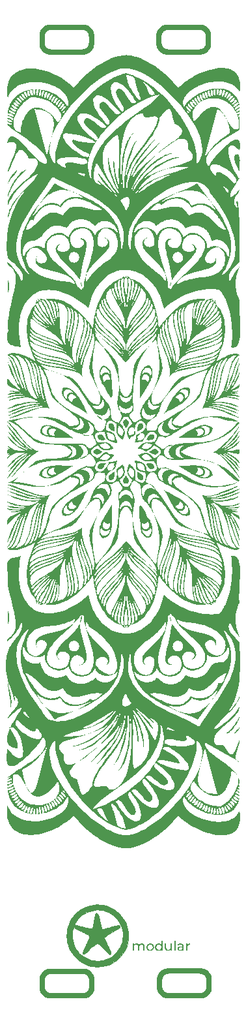
<source format=gbr>
%TF.GenerationSoftware,KiCad,Pcbnew,8.0.5*%
%TF.CreationDate,2025-05-30T00:10:03-07:00*%
%TF.ProjectId,JawariLegio_FrontPanel,4a617761-7269-44c6-9567-696f5f46726f,rev?*%
%TF.SameCoordinates,Original*%
%TF.FileFunction,Copper,L1,Top*%
%TF.FilePolarity,Positive*%
%FSLAX46Y46*%
G04 Gerber Fmt 4.6, Leading zero omitted, Abs format (unit mm)*
G04 Created by KiCad (PCBNEW 8.0.5) date 2025-05-30 00:10:03*
%MOMM*%
%LPD*%
G01*
G04 APERTURE LIST*
%TA.AperFunction,NonConductor*%
%ADD10C,0.000000*%
%TD*%
%TA.AperFunction,NonConductor*%
%ADD11C,0.705555*%
%TD*%
%TA.AperFunction,EtchedComponent*%
%ADD12C,0.010000*%
%TD*%
G04 APERTURE END LIST*
D10*
%TA.AperFunction,NonConductor*%
G36*
X23223742Y-123386024D02*
G01*
X23352261Y-123398504D01*
X23347861Y-123424210D01*
X23304262Y-123437222D01*
X23265302Y-123442856D01*
X23230827Y-123441606D01*
X23200680Y-123433968D01*
X23174706Y-123420440D01*
X23152749Y-123401516D01*
X23134654Y-123377693D01*
X23130815Y-123370163D01*
X23223742Y-123386024D01*
G37*
%TD.AperFunction*%
%TA.AperFunction,NonConductor*%
G36*
X33534665Y-72714822D02*
G01*
X33595355Y-72720031D01*
X33651314Y-72727954D01*
X33702730Y-72738512D01*
X33749789Y-72751626D01*
X33792679Y-72767216D01*
X33831588Y-72785202D01*
X33866702Y-72805505D01*
X33898209Y-72828045D01*
X33926297Y-72852744D01*
X33951152Y-72879522D01*
X33972962Y-72908299D01*
X33991915Y-72938995D01*
X34008197Y-72971532D01*
X34021996Y-73005830D01*
X34033499Y-73041809D01*
X34042894Y-73079390D01*
X34050368Y-73118494D01*
X34060302Y-73200951D01*
X34064800Y-73288546D01*
X34065360Y-73380641D01*
X34060661Y-73575793D01*
X34058194Y-73781322D01*
X33876611Y-73685762D01*
X33786971Y-73637028D01*
X33780242Y-73633148D01*
X33962945Y-73633148D01*
X33973528Y-73643734D01*
X33973187Y-73642772D01*
X33972828Y-73641871D01*
X33972452Y-73641027D01*
X33972061Y-73640240D01*
X33971657Y-73639507D01*
X33971242Y-73638826D01*
X33970818Y-73638196D01*
X33970387Y-73637614D01*
X33969950Y-73637079D01*
X33969511Y-73636588D01*
X33969070Y-73636140D01*
X33968630Y-73635733D01*
X33968192Y-73635364D01*
X33967759Y-73635032D01*
X33967332Y-73634735D01*
X33966914Y-73634471D01*
X33966506Y-73634238D01*
X33966110Y-73634035D01*
X33965729Y-73633858D01*
X33965364Y-73633706D01*
X33964689Y-73633471D01*
X33964103Y-73633314D01*
X33963619Y-73633218D01*
X33963255Y-73633169D01*
X33962945Y-73633148D01*
X33780242Y-73633148D01*
X33700236Y-73587018D01*
X33618007Y-73535250D01*
X33541886Y-73481246D01*
X33506616Y-73453254D01*
X33473475Y-73424523D01*
X33442661Y-73394992D01*
X33414376Y-73364601D01*
X33388819Y-73333291D01*
X33366191Y-73301000D01*
X33346692Y-73267670D01*
X33330522Y-73233240D01*
X33317882Y-73197649D01*
X33308971Y-73160838D01*
X33303991Y-73122747D01*
X33303141Y-73083316D01*
X33306621Y-73042485D01*
X33314632Y-73000192D01*
X33327373Y-72956380D01*
X33345047Y-72910987D01*
X33367851Y-72863953D01*
X33395987Y-72815218D01*
X33429656Y-72764723D01*
X33469056Y-72712406D01*
X33534665Y-72714822D01*
G37*
%TD.AperFunction*%
%TA.AperFunction,NonConductor*%
G36*
X46923185Y-76492253D02*
G01*
X46913414Y-76497704D01*
X46913418Y-76490650D01*
X46923185Y-76492253D01*
G37*
%TD.AperFunction*%
%TA.AperFunction,NonConductor*%
G36*
X35199371Y-98912311D02*
G01*
X35320590Y-98920476D01*
X35333348Y-98981967D01*
X35412862Y-99258934D01*
X35340818Y-99205297D01*
X35267782Y-99150010D01*
X35194085Y-99092739D01*
X35157091Y-99063255D01*
X35120056Y-99033150D01*
X35076313Y-98982213D01*
X35038831Y-98921036D01*
X35018421Y-98875095D01*
X35199371Y-98912311D01*
G37*
%TD.AperFunction*%
%TA.AperFunction,NonConductor*%
G36*
X35577354Y-79522023D02*
G01*
X35585258Y-79527697D01*
X35593956Y-79537154D01*
X35603843Y-79550393D01*
X35663223Y-79641178D01*
X35710364Y-79709266D01*
X35773369Y-79792485D01*
X35811813Y-79839768D01*
X35855413Y-79890834D01*
X35904565Y-79945683D01*
X35959666Y-80004314D01*
X35968253Y-80072238D01*
X35970483Y-80135779D01*
X35966779Y-80194938D01*
X35957565Y-80249715D01*
X35943263Y-80300109D01*
X35924296Y-80346122D01*
X35901089Y-80387752D01*
X35874063Y-80425001D01*
X35843641Y-80457867D01*
X35810248Y-80486351D01*
X35774306Y-80510453D01*
X35736238Y-80530172D01*
X35696467Y-80545510D01*
X35655417Y-80556465D01*
X35613510Y-80563038D01*
X35571170Y-80565229D01*
X35528819Y-80563038D01*
X35486881Y-80556465D01*
X35445779Y-80545510D01*
X35405936Y-80530172D01*
X35367775Y-80510453D01*
X35331719Y-80486351D01*
X35298192Y-80457867D01*
X35267616Y-80425001D01*
X35240414Y-80387752D01*
X35217010Y-80346122D01*
X35197826Y-80300109D01*
X35183286Y-80249715D01*
X35173813Y-80194938D01*
X35169831Y-80135779D01*
X35171761Y-80072238D01*
X35180027Y-80004314D01*
X35235128Y-79945683D01*
X35284281Y-79890834D01*
X35327880Y-79839768D01*
X35366324Y-79792485D01*
X35429330Y-79709266D01*
X35476471Y-79641178D01*
X35535850Y-79550393D01*
X35545738Y-79537154D01*
X35554435Y-79527697D01*
X35562339Y-79522023D01*
X35569847Y-79520132D01*
X35577354Y-79522023D01*
G37*
%TD.AperFunction*%
%TA.AperFunction,NonConductor*%
G36*
X50346606Y-110840029D02*
G01*
X50326360Y-110924585D01*
X50299721Y-111012675D01*
X50267088Y-111103825D01*
X50228861Y-111197559D01*
X50185440Y-111293401D01*
X50084615Y-111489509D01*
X49967811Y-111688345D01*
X49838228Y-111886108D01*
X49699064Y-112078992D01*
X49553518Y-112263194D01*
X49404789Y-112434912D01*
X49256076Y-112590341D01*
X49110576Y-112725679D01*
X49040032Y-112784625D01*
X48971490Y-112837121D01*
X48905351Y-112882693D01*
X48842016Y-112920865D01*
X48781882Y-112951162D01*
X48725352Y-112973108D01*
X48672823Y-112986227D01*
X48624697Y-112990044D01*
X48581373Y-112984085D01*
X48543251Y-112967873D01*
X48665470Y-112882222D01*
X48787281Y-112788189D01*
X48908524Y-112686074D01*
X49029037Y-112576177D01*
X49148662Y-112458797D01*
X49267238Y-112334234D01*
X49384605Y-112202789D01*
X49500602Y-112064759D01*
X49615070Y-111920446D01*
X49727848Y-111770149D01*
X49838776Y-111614167D01*
X49947693Y-111452801D01*
X50054440Y-111286350D01*
X50158857Y-111115113D01*
X50260783Y-110939391D01*
X50360058Y-110759483D01*
X50346606Y-110840029D01*
G37*
%TD.AperFunction*%
%TA.AperFunction,NonConductor*%
G36*
X20370968Y-107074719D02*
G01*
X20481142Y-107475783D01*
X20531935Y-107682186D01*
X20577674Y-107891399D01*
X20616715Y-108102598D01*
X20647416Y-108314954D01*
X20668133Y-108527640D01*
X20677223Y-108739831D01*
X20673042Y-108950700D01*
X20653948Y-109159419D01*
X20618296Y-109365161D01*
X20593748Y-109466658D01*
X20564444Y-109567101D01*
X20562060Y-109357411D01*
X20552807Y-109149003D01*
X20537508Y-108941836D01*
X20516985Y-108735867D01*
X20463551Y-108327361D01*
X20399080Y-107923154D01*
X20263316Y-107126315D01*
X20205169Y-106733022D01*
X20181406Y-106537512D01*
X20162278Y-106342705D01*
X20370968Y-107074719D01*
G37*
%TD.AperFunction*%
%TA.AperFunction,NonConductor*%
G36*
X40710201Y-78449809D02*
G01*
X40822451Y-78465001D01*
X40938045Y-78494327D01*
X41056498Y-78538618D01*
X41177330Y-78598706D01*
X41300057Y-78675424D01*
X41318853Y-78689684D01*
X41095466Y-78635686D01*
X40790241Y-78581723D01*
X40474220Y-78547158D01*
X40253936Y-78538249D01*
X40304277Y-78513736D01*
X40398331Y-78480714D01*
X40497658Y-78458498D01*
X40601775Y-78447919D01*
X40710201Y-78449809D01*
G37*
%TD.AperFunction*%
%TA.AperFunction,NonConductor*%
G36*
X24009839Y-95676032D02*
G01*
X24107005Y-95740827D01*
X24077316Y-95836427D01*
X24040403Y-95973177D01*
X24007555Y-96115684D01*
X23954147Y-96023989D01*
X23915194Y-95928940D01*
X23890041Y-95830720D01*
X23878034Y-95729510D01*
X23878516Y-95625491D01*
X23885332Y-95566475D01*
X24009839Y-95676032D01*
G37*
%TD.AperFunction*%
%TA.AperFunction,NonConductor*%
G36*
X43535090Y-68084273D02*
G01*
X43688930Y-68106841D01*
X43847776Y-68147461D01*
X43880606Y-68307157D01*
X43896309Y-68461576D01*
X43895719Y-68610877D01*
X43879672Y-68755217D01*
X43849003Y-68894757D01*
X43804547Y-69029655D01*
X43747140Y-69160071D01*
X43677617Y-69286162D01*
X43596813Y-69408088D01*
X43505563Y-69526007D01*
X43404702Y-69640080D01*
X43295067Y-69750464D01*
X43052810Y-69960802D01*
X42785475Y-70158294D01*
X42499743Y-70344210D01*
X42202296Y-70519821D01*
X41598983Y-70845216D01*
X41028992Y-71144648D01*
X40773197Y-71287806D01*
X40545776Y-71428288D01*
X40685450Y-71201880D01*
X40828736Y-70945403D01*
X41130671Y-70370451D01*
X41291584Y-70066085D01*
X41460636Y-69759864D01*
X41638958Y-69458841D01*
X41647560Y-69445679D01*
X41946306Y-69445679D01*
X41976791Y-69438037D01*
X42007335Y-69432915D01*
X42037852Y-69430224D01*
X42068255Y-69429881D01*
X42098460Y-69431798D01*
X42128380Y-69435891D01*
X42157929Y-69442072D01*
X42187021Y-69450256D01*
X42215571Y-69460358D01*
X42243492Y-69472290D01*
X42270699Y-69485968D01*
X42297105Y-69501306D01*
X42322626Y-69518217D01*
X42347174Y-69536616D01*
X42370664Y-69556416D01*
X42393010Y-69577532D01*
X42414126Y-69599878D01*
X42433926Y-69623368D01*
X42452325Y-69647917D01*
X42469236Y-69673437D01*
X42484573Y-69699844D01*
X42498251Y-69727050D01*
X42510184Y-69754972D01*
X42520285Y-69783522D01*
X42528469Y-69812614D01*
X42534650Y-69842163D01*
X42538742Y-69872083D01*
X42540659Y-69902288D01*
X42540316Y-69932692D01*
X42537625Y-69963209D01*
X42532502Y-69993753D01*
X42524860Y-70024239D01*
X42625376Y-69959751D01*
X42713584Y-69893601D01*
X42789948Y-69826253D01*
X42854935Y-69758173D01*
X42909011Y-69689827D01*
X42952641Y-69621680D01*
X42986291Y-69554199D01*
X43010426Y-69487849D01*
X43025513Y-69423096D01*
X43032018Y-69360406D01*
X43030405Y-69300244D01*
X43021141Y-69243076D01*
X43004691Y-69189367D01*
X42981521Y-69139584D01*
X42952097Y-69094192D01*
X42916885Y-69053658D01*
X42876350Y-69018445D01*
X42830958Y-68989022D01*
X42781175Y-68965852D01*
X42727467Y-68949402D01*
X42670299Y-68940138D01*
X42610137Y-68938525D01*
X42547446Y-68945029D01*
X42482693Y-68960116D01*
X42416343Y-68984252D01*
X42348862Y-69017901D01*
X42280716Y-69061531D01*
X42212371Y-69115606D01*
X42144291Y-69180593D01*
X42076943Y-69256957D01*
X42010793Y-69345163D01*
X41946306Y-69445679D01*
X41647560Y-69445679D01*
X41827683Y-69170071D01*
X41926300Y-69032485D01*
X42027942Y-68900607D01*
X42120874Y-68789516D01*
X42376694Y-68789516D01*
X42426119Y-68763639D01*
X42475722Y-68742778D01*
X42525329Y-68726761D01*
X42574766Y-68715417D01*
X42623859Y-68708575D01*
X42672435Y-68706061D01*
X42720320Y-68707705D01*
X42767340Y-68713335D01*
X42813321Y-68722778D01*
X42858090Y-68735863D01*
X42901473Y-68752419D01*
X42943295Y-68772272D01*
X42983384Y-68795252D01*
X43021565Y-68821187D01*
X43057665Y-68849904D01*
X43091511Y-68881233D01*
X43122927Y-68915000D01*
X43151740Y-68951035D01*
X43177778Y-68989165D01*
X43200865Y-69029219D01*
X43220829Y-69071025D01*
X43237494Y-69114411D01*
X43250689Y-69159205D01*
X43260238Y-69205236D01*
X43265969Y-69252331D01*
X43267707Y-69300319D01*
X43265278Y-69349027D01*
X43258509Y-69398285D01*
X43247226Y-69447920D01*
X43231256Y-69497760D01*
X43210424Y-69547634D01*
X43184557Y-69597370D01*
X43224733Y-69565938D01*
X43263215Y-69535085D01*
X43299960Y-69504728D01*
X43334927Y-69474783D01*
X43368076Y-69445170D01*
X43399364Y-69415804D01*
X43428751Y-69386604D01*
X43442718Y-69372040D01*
X43456194Y-69357487D01*
X43521852Y-69265076D01*
X43576272Y-69175809D01*
X43619937Y-69089853D01*
X43653329Y-69007376D01*
X43676932Y-68928544D01*
X43691226Y-68853526D01*
X43696696Y-68782487D01*
X43693823Y-68715597D01*
X43683090Y-68653021D01*
X43664980Y-68594928D01*
X43639975Y-68541485D01*
X43608557Y-68492858D01*
X43571210Y-68449215D01*
X43528415Y-68410724D01*
X43480655Y-68377552D01*
X43428413Y-68349866D01*
X43372171Y-68327833D01*
X43312412Y-68311621D01*
X43249619Y-68301397D01*
X43184273Y-68297328D01*
X43116857Y-68299582D01*
X43047855Y-68308326D01*
X42977748Y-68323727D01*
X42907018Y-68345953D01*
X42836150Y-68375170D01*
X42765624Y-68411547D01*
X42695924Y-68455250D01*
X42627531Y-68506446D01*
X42560930Y-68565304D01*
X42496601Y-68631990D01*
X42435028Y-68706672D01*
X42376694Y-68789516D01*
X42120874Y-68789516D01*
X42132751Y-68775319D01*
X42240867Y-68657503D01*
X42352433Y-68548041D01*
X42467589Y-68447814D01*
X42586479Y-68357703D01*
X42709241Y-68278592D01*
X42836019Y-68211361D01*
X42966954Y-68156892D01*
X43102187Y-68116067D01*
X43241860Y-68089768D01*
X43386114Y-68078876D01*
X43535090Y-68084273D01*
G37*
%TD.AperFunction*%
%TA.AperFunction,NonConductor*%
G36*
X38750196Y-140237819D02*
G01*
X38767571Y-140238557D01*
X38784636Y-140239781D01*
X38801401Y-140241485D01*
X38817878Y-140243665D01*
X38834075Y-140246315D01*
X38850003Y-140249430D01*
X38865673Y-140253005D01*
X38881095Y-140257035D01*
X38896279Y-140261515D01*
X38911236Y-140266439D01*
X38925976Y-140271802D01*
X38940509Y-140277600D01*
X38954845Y-140283826D01*
X38968996Y-140290477D01*
X38982971Y-140297546D01*
X38996656Y-140305610D01*
X39009932Y-140313936D01*
X39022806Y-140322542D01*
X39035281Y-140331443D01*
X39047364Y-140340654D01*
X39059059Y-140350191D01*
X39070372Y-140360069D01*
X39081308Y-140370303D01*
X39091871Y-140380910D01*
X39102068Y-140391904D01*
X39111903Y-140403302D01*
X39121381Y-140415118D01*
X39130508Y-140427369D01*
X39139289Y-140440069D01*
X39147729Y-140453235D01*
X39155832Y-140466881D01*
X39163522Y-140480275D01*
X39170715Y-140493990D01*
X39177413Y-140508014D01*
X39183614Y-140522338D01*
X39189319Y-140536951D01*
X39194528Y-140551842D01*
X39199241Y-140567003D01*
X39203458Y-140582421D01*
X39207179Y-140598088D01*
X39210404Y-140613992D01*
X39213132Y-140630123D01*
X39215365Y-140646472D01*
X39217101Y-140663027D01*
X39218341Y-140679778D01*
X39219086Y-140696716D01*
X39219334Y-140713829D01*
X39219086Y-140730944D01*
X39218341Y-140747882D01*
X39217101Y-140764635D01*
X39215365Y-140781191D01*
X39213132Y-140797540D01*
X39210404Y-140813671D01*
X39207179Y-140829576D01*
X39203458Y-140845242D01*
X39199241Y-140860661D01*
X39194528Y-140875821D01*
X39189319Y-140890712D01*
X39183614Y-140905325D01*
X39177413Y-140919648D01*
X39170715Y-140933671D01*
X39163522Y-140947384D01*
X39155832Y-140960777D01*
X39147729Y-140973843D01*
X39139289Y-140986577D01*
X39130509Y-140998980D01*
X39121382Y-141011052D01*
X39111904Y-141022793D01*
X39102069Y-141034203D01*
X39091873Y-141045283D01*
X39081309Y-141056031D01*
X39070374Y-141066449D01*
X39059061Y-141076536D01*
X39047366Y-141086293D01*
X39035283Y-141095719D01*
X39022807Y-141104815D01*
X39009933Y-141113580D01*
X38996656Y-141122015D01*
X38982971Y-141130119D01*
X38968996Y-141137768D01*
X38954845Y-141144849D01*
X38940509Y-141151372D01*
X38925976Y-141157347D01*
X38911236Y-141162786D01*
X38896279Y-141167697D01*
X38881095Y-141172091D01*
X38865673Y-141175980D01*
X38850003Y-141179372D01*
X38834075Y-141182278D01*
X38817878Y-141184709D01*
X38801401Y-141186675D01*
X38784636Y-141188186D01*
X38767571Y-141189253D01*
X38750196Y-141189885D01*
X38732500Y-141190094D01*
X38714804Y-141189847D01*
X38697429Y-141189109D01*
X38680363Y-141187885D01*
X38663598Y-141186181D01*
X38647121Y-141184001D01*
X38630924Y-141181351D01*
X38614996Y-141178236D01*
X38599326Y-141174661D01*
X38583904Y-141170631D01*
X38568719Y-141166151D01*
X38553763Y-141161227D01*
X38539023Y-141155864D01*
X38524490Y-141150066D01*
X38510153Y-141143839D01*
X38496002Y-141137189D01*
X38482027Y-141130119D01*
X38468342Y-141122016D01*
X38455066Y-141113582D01*
X38442192Y-141104818D01*
X38429717Y-141095722D01*
X38417634Y-141086296D01*
X38405939Y-141076540D01*
X38394626Y-141066452D01*
X38383690Y-141056034D01*
X38373127Y-141045285D01*
X38362930Y-141034205D01*
X38353095Y-141022794D01*
X38343617Y-141011053D01*
X38334490Y-140998980D01*
X38325709Y-140986577D01*
X38317270Y-140973843D01*
X38309166Y-140960777D01*
X38301476Y-140947384D01*
X38294283Y-140933671D01*
X38287586Y-140919648D01*
X38281385Y-140905325D01*
X38275680Y-140890712D01*
X38270471Y-140875821D01*
X38265758Y-140860661D01*
X38261541Y-140845242D01*
X38257820Y-140829576D01*
X38254596Y-140813671D01*
X38251867Y-140797540D01*
X38249635Y-140781191D01*
X38247899Y-140764635D01*
X38246659Y-140747882D01*
X38245915Y-140730944D01*
X38245667Y-140713829D01*
X38245717Y-140710320D01*
X38415001Y-140710320D01*
X38415166Y-140722765D01*
X38415662Y-140734967D01*
X38416489Y-140746931D01*
X38417647Y-140758663D01*
X38419135Y-140770167D01*
X38420954Y-140781449D01*
X38423103Y-140792514D01*
X38425584Y-140803367D01*
X38428395Y-140814013D01*
X38431537Y-140824457D01*
X38435009Y-140834705D01*
X38438812Y-140844761D01*
X38442946Y-140854632D01*
X38447411Y-140864322D01*
X38452207Y-140873835D01*
X38457333Y-140883179D01*
X38462748Y-140892316D01*
X38468405Y-140901205D01*
X38474301Y-140909845D01*
X38480429Y-140918238D01*
X38486784Y-140926382D01*
X38493362Y-140934278D01*
X38500157Y-140941926D01*
X38507163Y-140949326D01*
X38514376Y-140956477D01*
X38521791Y-140963380D01*
X38529402Y-140970035D01*
X38537205Y-140976442D01*
X38545193Y-140982601D01*
X38553362Y-140988512D01*
X38561707Y-140994174D01*
X38570223Y-140999588D01*
X38578944Y-141004714D01*
X38587903Y-141009510D01*
X38597089Y-141013975D01*
X38606492Y-141018109D01*
X38616102Y-141021912D01*
X38625909Y-141025385D01*
X38635901Y-141028527D01*
X38646069Y-141031339D01*
X38656403Y-141033819D01*
X38666891Y-141035969D01*
X38677525Y-141037789D01*
X38688292Y-141039277D01*
X38699184Y-141040435D01*
X38710189Y-141041262D01*
X38721298Y-141041758D01*
X38732500Y-141041924D01*
X38743663Y-141041758D01*
X38754665Y-141041262D01*
X38765513Y-141040435D01*
X38776211Y-141039277D01*
X38786764Y-141037789D01*
X38797178Y-141035969D01*
X38807457Y-141033819D01*
X38817607Y-141031339D01*
X38827633Y-141028527D01*
X38837540Y-141025385D01*
X38847334Y-141021912D01*
X38857019Y-141018109D01*
X38866601Y-141013975D01*
X38876084Y-141009510D01*
X38885475Y-141004714D01*
X38894777Y-140999588D01*
X38903293Y-140994174D01*
X38911637Y-140988511D01*
X38919807Y-140982600D01*
X38927795Y-140976441D01*
X38935597Y-140970034D01*
X38943208Y-140963378D01*
X38950623Y-140956475D01*
X38957836Y-140949323D01*
X38964843Y-140941923D01*
X38971637Y-140934275D01*
X38978215Y-140926379D01*
X38984570Y-140918234D01*
X38990698Y-140909842D01*
X38996593Y-140901202D01*
X39002251Y-140892314D01*
X39007666Y-140883179D01*
X39012792Y-140873795D01*
X39017588Y-140864175D01*
X39022053Y-140854326D01*
X39026187Y-140844262D01*
X39029990Y-140833990D01*
X39033463Y-140823522D01*
X39036605Y-140812868D01*
X39039416Y-140802039D01*
X39041897Y-140791044D01*
X39044046Y-140779895D01*
X39045865Y-140768600D01*
X39047353Y-140757172D01*
X39048511Y-140745619D01*
X39049338Y-140733952D01*
X39049834Y-140722183D01*
X39049999Y-140710320D01*
X39049834Y-140698458D01*
X39049338Y-140686688D01*
X39048511Y-140675022D01*
X39047353Y-140663470D01*
X39045865Y-140652041D01*
X39044046Y-140640746D01*
X39041896Y-140629596D01*
X39039415Y-140618601D01*
X39036604Y-140607771D01*
X39033462Y-140597117D01*
X39029989Y-140586650D01*
X39026186Y-140576379D01*
X39022052Y-140566314D01*
X39017587Y-140556468D01*
X39012792Y-140546849D01*
X39007666Y-140537468D01*
X39002289Y-140528331D01*
X38996738Y-140519447D01*
X38991000Y-140510822D01*
X38985066Y-140502461D01*
X38978925Y-140494369D01*
X38972567Y-140486551D01*
X38965982Y-140479012D01*
X38959159Y-140471758D01*
X38952088Y-140464793D01*
X38944758Y-140458123D01*
X38937160Y-140451753D01*
X38929283Y-140445687D01*
X38921117Y-140439931D01*
X38912650Y-140434491D01*
X38903874Y-140429371D01*
X38894777Y-140424576D01*
X38886056Y-140419450D01*
X38877097Y-140414654D01*
X38867910Y-140410189D01*
X38858507Y-140406055D01*
X38848897Y-140402252D01*
X38839090Y-140398779D01*
X38829098Y-140395637D01*
X38818929Y-140392825D01*
X38808596Y-140390344D01*
X38798107Y-140388194D01*
X38787474Y-140386375D01*
X38776707Y-140384887D01*
X38765815Y-140383729D01*
X38754810Y-140382902D01*
X38743702Y-140382406D01*
X38732500Y-140382240D01*
X38721337Y-140382406D01*
X38710334Y-140382902D01*
X38699486Y-140383729D01*
X38688788Y-140384887D01*
X38678235Y-140386375D01*
X38667821Y-140388194D01*
X38657542Y-140390344D01*
X38647392Y-140392825D01*
X38637366Y-140395637D01*
X38627459Y-140398779D01*
X38617665Y-140402252D01*
X38607980Y-140406055D01*
X38598399Y-140410189D01*
X38588915Y-140414654D01*
X38579525Y-140419450D01*
X38570223Y-140424576D01*
X38561707Y-140429950D01*
X38553362Y-140435501D01*
X38545193Y-140441238D01*
X38537205Y-140447171D01*
X38529402Y-140453311D01*
X38521791Y-140459669D01*
X38514376Y-140466254D01*
X38507163Y-140473077D01*
X38500157Y-140480148D01*
X38493362Y-140487478D01*
X38486784Y-140495077D01*
X38480429Y-140502955D01*
X38474301Y-140511123D01*
X38468405Y-140519591D01*
X38462748Y-140528369D01*
X38457333Y-140537468D01*
X38452207Y-140546812D01*
X38447411Y-140556327D01*
X38442946Y-140566017D01*
X38438812Y-140575888D01*
X38435009Y-140585945D01*
X38431537Y-140596193D01*
X38428395Y-140606637D01*
X38425584Y-140617282D01*
X38423103Y-140628134D01*
X38420954Y-140639198D01*
X38419135Y-140650478D01*
X38417647Y-140661981D01*
X38416489Y-140673712D01*
X38415662Y-140685675D01*
X38415166Y-140697876D01*
X38415001Y-140710320D01*
X38245717Y-140710320D01*
X38245915Y-140696716D01*
X38246659Y-140679778D01*
X38247899Y-140663027D01*
X38249635Y-140646472D01*
X38251867Y-140630123D01*
X38254596Y-140613992D01*
X38257820Y-140598088D01*
X38261541Y-140582421D01*
X38265758Y-140567003D01*
X38270471Y-140551842D01*
X38275680Y-140536951D01*
X38281385Y-140522338D01*
X38287586Y-140508014D01*
X38294283Y-140493990D01*
X38301476Y-140480275D01*
X38309166Y-140466881D01*
X38317270Y-140453817D01*
X38325709Y-140441084D01*
X38334490Y-140428682D01*
X38343617Y-140416611D01*
X38353095Y-140404870D01*
X38362930Y-140393461D01*
X38373127Y-140382382D01*
X38383690Y-140371634D01*
X38394626Y-140361216D01*
X38405939Y-140351129D01*
X38417634Y-140341372D01*
X38429717Y-140331946D01*
X38442192Y-140322851D01*
X38455066Y-140314086D01*
X38468342Y-140305651D01*
X38482027Y-140297546D01*
X38496002Y-140290478D01*
X38510153Y-140283829D01*
X38524490Y-140277603D01*
X38539023Y-140271805D01*
X38553763Y-140266442D01*
X38568719Y-140261518D01*
X38583904Y-140257038D01*
X38599326Y-140253008D01*
X38614996Y-140249432D01*
X38630924Y-140246317D01*
X38647121Y-140243666D01*
X38663598Y-140241486D01*
X38680363Y-140239781D01*
X38697429Y-140238557D01*
X38714804Y-140237819D01*
X38732500Y-140237572D01*
X38750196Y-140237819D01*
G37*
%TD.AperFunction*%
D11*
X30020355Y-21328256D02*
X30077506Y-21332602D01*
X30133826Y-21339758D01*
X30189244Y-21349655D01*
X30243690Y-21362221D01*
X30297092Y-21377386D01*
X30349381Y-21395078D01*
X30400486Y-21415228D01*
X30450335Y-21437764D01*
X30498858Y-21462617D01*
X30545985Y-21489714D01*
X30591645Y-21518986D01*
X30635766Y-21550361D01*
X30678279Y-21583769D01*
X30719112Y-21619140D01*
X30758195Y-21656402D01*
X30795457Y-21695485D01*
X30830828Y-21736319D01*
X30864236Y-21778831D01*
X30895612Y-21822953D01*
X30924883Y-21868612D01*
X30951981Y-21915739D01*
X30976833Y-21964262D01*
X30999369Y-22014111D01*
X31019519Y-22065216D01*
X31037212Y-22117505D01*
X31052376Y-22170907D01*
X31064942Y-22225353D01*
X31074839Y-22280771D01*
X31081996Y-22337091D01*
X31086341Y-22394242D01*
X31087806Y-22452153D01*
X31087806Y-23404653D01*
X31086341Y-23462564D01*
X31081996Y-23519714D01*
X31074839Y-23576034D01*
X31064942Y-23631452D01*
X31052376Y-23685898D01*
X31037212Y-23739301D01*
X31019519Y-23791590D01*
X30999369Y-23842694D01*
X30976833Y-23892543D01*
X30951981Y-23941067D01*
X30924883Y-23988193D01*
X30895612Y-24033853D01*
X30864236Y-24077974D01*
X30830828Y-24120487D01*
X30795457Y-24161320D01*
X30758195Y-24200403D01*
X30719112Y-24237666D01*
X30678279Y-24273036D01*
X30635766Y-24306445D01*
X30591645Y-24337820D01*
X30545985Y-24367092D01*
X30498858Y-24394189D01*
X30450335Y-24419041D01*
X30400486Y-24441578D01*
X30349381Y-24461727D01*
X30297092Y-24479420D01*
X30243690Y-24494585D01*
X30189244Y-24507151D01*
X30133826Y-24517047D01*
X30077506Y-24524204D01*
X30020355Y-24528550D01*
X29962444Y-24530014D01*
X25774972Y-24530014D01*
X25717061Y-24528550D01*
X25659911Y-24524204D01*
X25603591Y-24517047D01*
X25548173Y-24507151D01*
X25493727Y-24494585D01*
X25440324Y-24479420D01*
X25388035Y-24461727D01*
X25336931Y-24441578D01*
X25287082Y-24419041D01*
X25238558Y-24394189D01*
X25191432Y-24367092D01*
X25145772Y-24337820D01*
X25101651Y-24306445D01*
X25059138Y-24273036D01*
X25018305Y-24237666D01*
X24979222Y-24200403D01*
X24941960Y-24161320D01*
X24906589Y-24120487D01*
X24873181Y-24077974D01*
X24841805Y-24033853D01*
X24812534Y-23988193D01*
X24785436Y-23941067D01*
X24760584Y-23892543D01*
X24738048Y-23842694D01*
X24717898Y-23791590D01*
X24700205Y-23739301D01*
X24685041Y-23685898D01*
X24672475Y-23631452D01*
X24662578Y-23576034D01*
X24655422Y-23519714D01*
X24651076Y-23462564D01*
X24649611Y-23404653D01*
X24649611Y-22452153D01*
X24651076Y-22394242D01*
X24655422Y-22337091D01*
X24662578Y-22280771D01*
X24672475Y-22225353D01*
X24685041Y-22170907D01*
X24700205Y-22117505D01*
X24717898Y-22065216D01*
X24738048Y-22014111D01*
X24760584Y-21964262D01*
X24785436Y-21915739D01*
X24812534Y-21868612D01*
X24841805Y-21822953D01*
X24873181Y-21778831D01*
X24906589Y-21736319D01*
X24941960Y-21695485D01*
X24979222Y-21656402D01*
X25018305Y-21619140D01*
X25059138Y-21583769D01*
X25101651Y-21550361D01*
X25145772Y-21518986D01*
X25191432Y-21489714D01*
X25238558Y-21462617D01*
X25287082Y-21437764D01*
X25336931Y-21415228D01*
X25388035Y-21395078D01*
X25440324Y-21377386D01*
X25493727Y-21362221D01*
X25548173Y-21349655D01*
X25603591Y-21339758D01*
X25659911Y-21332602D01*
X25717061Y-21328256D01*
X25774972Y-21326792D01*
X29962444Y-21326792D01*
X30020355Y-21328256D01*
D10*
%TA.AperFunction,NonConductor*%
G36*
X30042012Y-74169228D02*
G01*
X30346914Y-74223191D01*
X30662608Y-74257755D01*
X30895192Y-74267171D01*
X30835418Y-74296274D01*
X30741365Y-74329271D01*
X30642038Y-74351438D01*
X30537920Y-74361941D01*
X30429495Y-74359948D01*
X30317244Y-74344623D01*
X30201651Y-74315132D01*
X30083197Y-74270643D01*
X29962366Y-74210321D01*
X29839639Y-74133331D01*
X29814456Y-74114163D01*
X30042012Y-74169228D01*
G37*
%TD.AperFunction*%
%TA.AperFunction,NonConductor*%
G36*
X37267624Y-79122830D02*
G01*
X37357561Y-79171721D01*
X37444475Y-79221924D01*
X37526779Y-79273905D01*
X37602887Y-79328129D01*
X37638122Y-79356227D01*
X37671213Y-79385060D01*
X37701961Y-79414687D01*
X37730169Y-79445165D01*
X37755639Y-79476553D01*
X37778171Y-79508908D01*
X37797567Y-79542289D01*
X37813630Y-79576754D01*
X37826161Y-79612361D01*
X37834961Y-79649168D01*
X37839833Y-79687234D01*
X37840578Y-79726616D01*
X37836997Y-79767373D01*
X37828893Y-79809562D01*
X37816066Y-79853242D01*
X37798320Y-79898472D01*
X37775455Y-79945308D01*
X37747273Y-79993810D01*
X37713576Y-80044036D01*
X37674166Y-80096043D01*
X37608557Y-80093627D01*
X37547867Y-80088417D01*
X37491908Y-80080494D01*
X37440492Y-80069935D01*
X37393433Y-80056821D01*
X37350543Y-80041231D01*
X37311634Y-80023245D01*
X37276520Y-80002942D01*
X37245012Y-79980401D01*
X37216925Y-79955702D01*
X37192070Y-79928924D01*
X37170259Y-79900147D01*
X37151307Y-79869451D01*
X37135025Y-79836914D01*
X37121226Y-79802616D01*
X37109722Y-79766637D01*
X37100327Y-79729056D01*
X37092853Y-79689952D01*
X37082919Y-79607495D01*
X37078422Y-79519901D01*
X37077862Y-79427806D01*
X37082561Y-79232655D01*
X37083376Y-79164715D01*
X37169695Y-79164715D01*
X37170036Y-79165676D01*
X37170395Y-79166578D01*
X37170771Y-79167421D01*
X37171162Y-79168208D01*
X37171566Y-79168940D01*
X37171981Y-79169621D01*
X37172405Y-79170251D01*
X37172836Y-79170833D01*
X37173273Y-79171368D01*
X37173712Y-79171858D01*
X37174153Y-79172306D01*
X37174594Y-79172713D01*
X37175031Y-79173082D01*
X37175464Y-79173413D01*
X37175891Y-79173710D01*
X37176309Y-79173974D01*
X37176717Y-79174207D01*
X37177113Y-79174411D01*
X37177495Y-79174587D01*
X37177860Y-79174739D01*
X37178534Y-79174974D01*
X37179121Y-79175131D01*
X37179604Y-79175227D01*
X37179969Y-79175276D01*
X37180279Y-79175297D01*
X37169695Y-79164715D01*
X37083376Y-79164715D01*
X37085028Y-79027126D01*
X37267624Y-79122830D01*
G37*
%TD.AperFunction*%
%TA.AperFunction,NonConductor*%
G36*
X41131510Y-76404224D02*
G01*
X41131390Y-76405991D01*
X41131390Y-76402458D01*
X41131510Y-76404224D01*
G37*
%TD.AperFunction*%
%TA.AperFunction,NonConductor*%
G36*
X35637187Y-72185858D02*
G01*
X35689852Y-72220809D01*
X35736860Y-72256304D01*
X35778413Y-72292304D01*
X35814710Y-72328772D01*
X35845953Y-72365670D01*
X35872340Y-72402959D01*
X35894072Y-72440601D01*
X35911350Y-72478559D01*
X35924373Y-72516793D01*
X35933343Y-72555267D01*
X35938459Y-72593941D01*
X35939921Y-72632779D01*
X35937930Y-72671741D01*
X35932686Y-72710789D01*
X35924389Y-72749887D01*
X35913239Y-72788994D01*
X35899438Y-72828074D01*
X35883184Y-72867087D01*
X35864679Y-72905997D01*
X35844121Y-72944765D01*
X35821713Y-72983352D01*
X35772143Y-73059834D01*
X35717571Y-73135138D01*
X35659599Y-73208959D01*
X35539861Y-73350933D01*
X35490687Y-73257894D01*
X35459266Y-73201168D01*
X35570045Y-73201168D01*
X35570061Y-73201472D01*
X35570096Y-73201787D01*
X35570146Y-73202109D01*
X35570289Y-73202766D01*
X35570472Y-73203424D01*
X35570681Y-73204061D01*
X35570901Y-73204656D01*
X35571115Y-73205190D01*
X35571467Y-73205988D01*
X35571611Y-73206291D01*
X35571611Y-73199242D01*
X35571301Y-73199262D01*
X35571030Y-73199321D01*
X35570797Y-73199416D01*
X35570599Y-73199545D01*
X35570434Y-73199704D01*
X35570301Y-73199892D01*
X35570198Y-73200106D01*
X35570123Y-73200343D01*
X35570074Y-73200601D01*
X35570048Y-73200877D01*
X35570045Y-73201168D01*
X35459266Y-73201168D01*
X35440821Y-73167868D01*
X35345503Y-72996336D01*
X35303295Y-72914573D01*
X35266886Y-72835305D01*
X35251362Y-72796567D01*
X35237897Y-72758404D01*
X35226692Y-72720801D01*
X35217952Y-72683741D01*
X35211877Y-72647208D01*
X35208672Y-72611186D01*
X35208539Y-72575659D01*
X35211682Y-72540611D01*
X35218301Y-72506025D01*
X35228602Y-72471885D01*
X35242786Y-72438176D01*
X35261057Y-72404881D01*
X35283616Y-72371984D01*
X35310668Y-72339468D01*
X35342414Y-72307318D01*
X35379058Y-72275518D01*
X35420802Y-72244051D01*
X35467850Y-72212902D01*
X35520404Y-72182053D01*
X35578667Y-72151489D01*
X35637187Y-72185858D01*
G37*
%TD.AperFunction*%
%TA.AperFunction,NonConductor*%
G36*
X23570112Y-46370489D02*
G01*
X23566583Y-46370485D01*
X23566901Y-46369391D01*
X23570112Y-46370489D01*
G37*
%TD.AperFunction*%
%TA.AperFunction,NonConductor*%
G36*
X20203322Y-96914665D02*
G01*
X20241425Y-97053278D01*
X20276046Y-97191032D01*
X20306641Y-97327748D01*
X20332668Y-97463245D01*
X20353584Y-97597341D01*
X20368847Y-97729855D01*
X20377913Y-97860608D01*
X20380241Y-97989418D01*
X20375288Y-98116104D01*
X20362511Y-98240485D01*
X20341368Y-98362382D01*
X20311315Y-98481611D01*
X20271811Y-98597994D01*
X20248345Y-98655061D01*
X20222313Y-98711349D01*
X20193646Y-98766834D01*
X20162278Y-98821495D01*
X20162278Y-96775375D01*
X20203322Y-96914665D01*
G37*
%TD.AperFunction*%
%TA.AperFunction,NonConductor*%
G36*
X42016861Y-141179512D02*
G01*
X41847528Y-141179512D01*
X41847528Y-139870712D01*
X42016861Y-139870712D01*
X42016861Y-141179512D01*
G37*
%TD.AperFunction*%
%TA.AperFunction,NonConductor*%
G36*
X42919973Y-141179512D02*
G01*
X42916447Y-141175995D01*
X42919973Y-141175995D01*
X42919973Y-141179512D01*
G37*
%TD.AperFunction*%
%TA.AperFunction,NonConductor*%
G36*
X31792745Y-76041693D02*
G01*
X31829425Y-76045788D01*
X31866563Y-76052766D01*
X31904176Y-76062421D01*
X31942282Y-76074547D01*
X32020048Y-76105386D01*
X32100006Y-76143635D01*
X32182299Y-76187647D01*
X32354471Y-76286362D01*
X32444639Y-76337769D01*
X32537723Y-76388344D01*
X32376754Y-76502247D01*
X32295086Y-76557026D01*
X32213057Y-76608337D01*
X32130986Y-76654666D01*
X32049195Y-76694499D01*
X32008503Y-76711506D01*
X31968002Y-76726322D01*
X31927731Y-76738757D01*
X31887730Y-76748621D01*
X31848039Y-76755726D01*
X31808698Y-76759883D01*
X31769747Y-76760901D01*
X31731226Y-76758592D01*
X31693176Y-76752766D01*
X31655636Y-76743234D01*
X31618646Y-76729807D01*
X31582247Y-76712296D01*
X31546478Y-76690511D01*
X31511379Y-76664264D01*
X31476991Y-76633364D01*
X31443354Y-76597623D01*
X31410507Y-76556851D01*
X31378492Y-76510859D01*
X31347346Y-76459458D01*
X31318986Y-76405991D01*
X32364861Y-76405991D01*
X32371917Y-76405991D01*
X32371276Y-76405680D01*
X32370675Y-76405408D01*
X32370112Y-76405175D01*
X32369588Y-76404976D01*
X32369099Y-76404812D01*
X32368645Y-76404679D01*
X32368225Y-76404576D01*
X32367837Y-76404500D01*
X32367481Y-76404451D01*
X32367153Y-76404425D01*
X32366855Y-76404422D01*
X32366583Y-76404438D01*
X32366338Y-76404473D01*
X32366116Y-76404524D01*
X32365918Y-76404589D01*
X32365743Y-76404666D01*
X32365587Y-76404754D01*
X32365451Y-76404850D01*
X32365334Y-76404952D01*
X32365233Y-76405059D01*
X32365147Y-76405169D01*
X32365076Y-76405279D01*
X32365018Y-76405388D01*
X32364971Y-76405494D01*
X32364907Y-76405688D01*
X32364874Y-76405846D01*
X32364861Y-76405991D01*
X31318986Y-76405991D01*
X31317112Y-76402458D01*
X31349289Y-76344557D01*
X31381669Y-76292423D01*
X31414272Y-76245851D01*
X31447116Y-76204634D01*
X31480218Y-76168567D01*
X31513596Y-76137444D01*
X31547268Y-76111058D01*
X31581254Y-76089203D01*
X31615570Y-76071673D01*
X31650235Y-76058263D01*
X31685267Y-76048766D01*
X31720684Y-76042976D01*
X31756503Y-76040687D01*
X31792745Y-76041693D01*
G37*
%TD.AperFunction*%
%TA.AperFunction,NonConductor*%
G36*
X46753375Y-56633539D02*
G01*
X46653296Y-56733717D01*
X46583219Y-56809352D01*
X46476132Y-56756871D01*
X46293677Y-56695931D01*
X46302644Y-56687800D01*
X46364862Y-56642522D01*
X46427352Y-56608699D01*
X46490082Y-56586929D01*
X46490082Y-56583401D01*
X46536529Y-56574768D01*
X46583182Y-56567251D01*
X46629919Y-56560644D01*
X46676614Y-56554739D01*
X46860500Y-56534012D01*
X46753375Y-56633539D01*
G37*
%TD.AperFunction*%
%TA.AperFunction,NonConductor*%
G36*
X47413480Y-57383980D02*
G01*
X47390413Y-57363609D01*
X47396723Y-57338348D01*
X47413480Y-57383980D01*
G37*
%TD.AperFunction*%
%TA.AperFunction,NonConductor*%
G36*
X37499321Y-83380073D02*
G01*
X37560347Y-83427306D01*
X37631540Y-83507798D01*
X37713498Y-83623630D01*
X37806817Y-83776879D01*
X38029925Y-84203945D01*
X38305639Y-84805626D01*
X38422249Y-84929479D01*
X38527491Y-85061450D01*
X38621595Y-85200334D01*
X38704788Y-85344926D01*
X38777299Y-85494022D01*
X38839358Y-85646417D01*
X38891193Y-85800906D01*
X38933032Y-85956285D01*
X38965104Y-86111349D01*
X38987638Y-86264892D01*
X39000863Y-86415712D01*
X39005007Y-86562601D01*
X39000299Y-86704357D01*
X38986967Y-86839774D01*
X38965240Y-86967648D01*
X38935347Y-87086773D01*
X38897517Y-87195945D01*
X38851978Y-87293960D01*
X38798958Y-87379613D01*
X38738687Y-87451699D01*
X38671394Y-87509012D01*
X38597306Y-87550350D01*
X38516653Y-87574506D01*
X38429662Y-87580277D01*
X38336564Y-87566457D01*
X38237586Y-87531841D01*
X38132958Y-87475226D01*
X38022907Y-87395406D01*
X37907663Y-87291176D01*
X37787454Y-87161333D01*
X37662509Y-87004670D01*
X37533056Y-86819984D01*
X37521036Y-86548541D01*
X37513186Y-86450012D01*
X37655409Y-86450012D01*
X37659144Y-86501407D01*
X37667465Y-86554039D01*
X37680100Y-86607587D01*
X37696779Y-86661730D01*
X37717230Y-86716145D01*
X37741184Y-86770510D01*
X37768370Y-86824505D01*
X37798517Y-86877808D01*
X37831354Y-86930096D01*
X37866611Y-86981048D01*
X37904017Y-87030343D01*
X37943302Y-87077658D01*
X37984194Y-87122673D01*
X38026424Y-87165065D01*
X38069720Y-87204513D01*
X38113811Y-87240694D01*
X38158428Y-87273288D01*
X38203300Y-87301973D01*
X38248155Y-87326427D01*
X38292723Y-87346328D01*
X38336734Y-87361355D01*
X38379917Y-87371185D01*
X38422001Y-87375498D01*
X38462716Y-87373971D01*
X38501790Y-87366284D01*
X38538954Y-87352113D01*
X38573937Y-87331138D01*
X38606467Y-87303037D01*
X38636275Y-87267488D01*
X38663089Y-87224170D01*
X38686640Y-87172760D01*
X38729136Y-87116651D01*
X38766656Y-87058247D01*
X38799183Y-86997734D01*
X38826704Y-86935300D01*
X38849201Y-86871128D01*
X38866660Y-86805407D01*
X38879065Y-86738321D01*
X38886401Y-86670056D01*
X38888651Y-86600800D01*
X38885801Y-86530737D01*
X38877835Y-86460053D01*
X38864738Y-86388936D01*
X38846493Y-86317570D01*
X38823087Y-86246142D01*
X38794502Y-86174838D01*
X38760723Y-86103844D01*
X38758417Y-86159572D01*
X38751656Y-86212941D01*
X38740678Y-86263888D01*
X38725721Y-86312349D01*
X38707023Y-86358260D01*
X38684821Y-86401556D01*
X38659353Y-86442175D01*
X38630857Y-86480051D01*
X38599570Y-86515121D01*
X38565731Y-86547322D01*
X38529576Y-86576588D01*
X38491345Y-86602856D01*
X38451273Y-86626063D01*
X38409599Y-86646144D01*
X38366562Y-86663035D01*
X38322397Y-86676672D01*
X38277344Y-86686992D01*
X38231640Y-86693930D01*
X38185522Y-86697422D01*
X38139228Y-86697405D01*
X38092997Y-86693814D01*
X38047065Y-86686586D01*
X38001671Y-86675657D01*
X37957052Y-86660962D01*
X37913445Y-86642438D01*
X37871090Y-86620021D01*
X37830222Y-86593646D01*
X37791081Y-86563250D01*
X37753903Y-86528770D01*
X37718926Y-86490140D01*
X37686389Y-86447297D01*
X37656528Y-86400177D01*
X37655409Y-86450012D01*
X37513186Y-86450012D01*
X37494774Y-86218900D01*
X37435044Y-85617012D01*
X37614193Y-85617012D01*
X37619854Y-85736082D01*
X37633106Y-85845357D01*
X37653312Y-85945006D01*
X37679837Y-86035198D01*
X37712043Y-86116100D01*
X37749294Y-86187883D01*
X37790955Y-86250714D01*
X37836389Y-86304762D01*
X37884960Y-86350195D01*
X37936031Y-86387183D01*
X37988966Y-86415893D01*
X38043129Y-86436495D01*
X38097884Y-86449157D01*
X38152595Y-86454047D01*
X38206624Y-86451334D01*
X38259337Y-86441187D01*
X38310096Y-86423774D01*
X38358265Y-86399264D01*
X38403209Y-86367826D01*
X38444290Y-86329628D01*
X38480873Y-86284838D01*
X38512322Y-86233626D01*
X38537999Y-86176159D01*
X38557269Y-86112607D01*
X38569495Y-86043138D01*
X38574042Y-85967921D01*
X38570273Y-85887123D01*
X38557551Y-85800915D01*
X38535241Y-85709464D01*
X38502706Y-85612939D01*
X38459310Y-85511509D01*
X38404417Y-85405342D01*
X38396765Y-85433305D01*
X38387106Y-85460285D01*
X38375539Y-85486251D01*
X38362167Y-85511171D01*
X38347089Y-85535014D01*
X38330406Y-85557747D01*
X38312220Y-85579340D01*
X38292631Y-85599760D01*
X38271740Y-85618976D01*
X38249647Y-85636957D01*
X38226453Y-85653670D01*
X38202259Y-85669083D01*
X38177166Y-85683167D01*
X38151275Y-85695887D01*
X38124686Y-85707214D01*
X38097501Y-85717115D01*
X38069819Y-85725559D01*
X38041742Y-85732514D01*
X38013370Y-85737949D01*
X37984805Y-85741831D01*
X37956146Y-85744129D01*
X37927496Y-85744812D01*
X37898953Y-85743847D01*
X37870620Y-85741204D01*
X37842598Y-85736850D01*
X37814986Y-85730754D01*
X37787885Y-85722885D01*
X37761397Y-85713210D01*
X37735622Y-85701698D01*
X37710661Y-85688317D01*
X37686615Y-85673036D01*
X37663584Y-85655823D01*
X37660055Y-85655823D01*
X37654612Y-85651696D01*
X37648920Y-85647279D01*
X37643063Y-85642614D01*
X37637124Y-85637742D01*
X37631185Y-85632704D01*
X37625328Y-85627543D01*
X37619637Y-85622298D01*
X37614193Y-85617012D01*
X37435044Y-85617012D01*
X37418623Y-85451540D01*
X37342803Y-84650942D01*
X37316954Y-84279752D01*
X37305513Y-83950140D01*
X37313254Y-83678738D01*
X37325810Y-83570061D01*
X37344953Y-83482172D01*
X37371278Y-83417151D01*
X37405383Y-83377075D01*
X37447865Y-83364023D01*
X37499321Y-83380073D01*
G37*
%TD.AperFunction*%
%TA.AperFunction,NonConductor*%
G36*
X21405276Y-39853156D02*
G01*
X21403249Y-39889544D01*
X21394843Y-39928493D01*
X21380457Y-39969932D01*
X21360487Y-40013787D01*
X21335330Y-40059984D01*
X21271047Y-40159116D01*
X21190786Y-40266743D01*
X21097725Y-40382282D01*
X20885913Y-40634759D01*
X20773520Y-40770529D01*
X20661038Y-40911876D01*
X20551647Y-41058214D01*
X20448524Y-41208960D01*
X20354847Y-41363531D01*
X20312545Y-41442067D01*
X20273796Y-41521341D01*
X20238997Y-41601279D01*
X20208546Y-41681808D01*
X20182841Y-41762855D01*
X20162278Y-41844347D01*
X20166150Y-41766770D01*
X20174324Y-41689521D01*
X20186592Y-41612660D01*
X20202751Y-41536245D01*
X20222594Y-41460338D01*
X20245916Y-41384995D01*
X20272512Y-41310279D01*
X20302176Y-41236247D01*
X20334703Y-41162959D01*
X20369888Y-41090474D01*
X20447408Y-40948154D01*
X20533092Y-40809761D01*
X20625299Y-40675771D01*
X20722383Y-40546659D01*
X20822703Y-40422901D01*
X20924614Y-40304972D01*
X21026473Y-40193347D01*
X21126638Y-40088503D01*
X21223464Y-39990913D01*
X21400528Y-39819403D01*
X21405276Y-39853156D01*
G37*
%TD.AperFunction*%
%TA.AperFunction,NonConductor*%
G36*
X40334110Y-141179512D02*
G01*
X40171833Y-141179512D01*
X40171833Y-141025322D01*
X40163995Y-141035874D01*
X40155276Y-141046830D01*
X40146278Y-141057372D01*
X40136997Y-141067501D01*
X40127425Y-141077216D01*
X40117559Y-141086518D01*
X40107394Y-141095407D01*
X40096923Y-141103882D01*
X40086143Y-141111944D01*
X40075047Y-141119593D01*
X40063631Y-141126829D01*
X40051889Y-141133652D01*
X40039899Y-141140060D01*
X40027732Y-141146054D01*
X40015379Y-141151635D01*
X40002831Y-141156802D01*
X39990075Y-141161556D01*
X39977103Y-141165896D01*
X39963903Y-141169823D01*
X39950465Y-141173336D01*
X39936780Y-141176436D01*
X39922836Y-141179122D01*
X39908623Y-141181396D01*
X39894132Y-141183255D01*
X39879351Y-141184702D01*
X39864270Y-141185735D01*
X39848879Y-141186355D01*
X39833168Y-141186562D01*
X39836695Y-141190094D01*
X39819621Y-141189847D01*
X39802795Y-141189109D01*
X39786217Y-141187885D01*
X39769887Y-141186181D01*
X39753805Y-141184001D01*
X39737971Y-141181351D01*
X39722386Y-141178236D01*
X39707048Y-141174661D01*
X39691959Y-141170631D01*
X39677117Y-141166151D01*
X39662524Y-141161227D01*
X39648179Y-141155864D01*
X39634081Y-141150066D01*
X39620232Y-141143839D01*
X39606632Y-141137189D01*
X39593279Y-141130119D01*
X39580215Y-141122637D01*
X39567482Y-141114741D01*
X39555079Y-141106432D01*
X39543007Y-141097709D01*
X39531266Y-141088573D01*
X39519856Y-141079024D01*
X39508777Y-141069060D01*
X39498028Y-141058683D01*
X39487610Y-141047893D01*
X39477523Y-141036689D01*
X39467766Y-141025071D01*
X39458340Y-141013040D01*
X39449245Y-141000595D01*
X39440481Y-140987736D01*
X39432047Y-140974464D01*
X39423944Y-140960777D01*
X39416295Y-140947383D01*
X39409214Y-140933664D01*
X39402691Y-140919625D01*
X39396715Y-140905270D01*
X39391277Y-140890605D01*
X39386367Y-140875636D01*
X39381972Y-140860366D01*
X39378085Y-140844803D01*
X39374693Y-140828950D01*
X39371787Y-140812813D01*
X39369357Y-140796397D01*
X39367391Y-140779707D01*
X39365880Y-140762748D01*
X39364814Y-140745526D01*
X39364182Y-140728046D01*
X39363974Y-140710320D01*
X39533306Y-140710320D01*
X39533472Y-140722765D01*
X39533968Y-140734967D01*
X39534795Y-140746931D01*
X39535952Y-140758663D01*
X39537441Y-140770167D01*
X39539260Y-140781449D01*
X39541409Y-140792514D01*
X39543890Y-140803367D01*
X39546701Y-140814013D01*
X39549843Y-140824457D01*
X39553316Y-140834705D01*
X39557119Y-140844761D01*
X39561253Y-140854632D01*
X39565718Y-140864322D01*
X39570514Y-140873835D01*
X39575640Y-140883179D01*
X39581055Y-140892316D01*
X39586713Y-140901205D01*
X39592608Y-140909845D01*
X39598736Y-140918238D01*
X39605091Y-140926382D01*
X39611669Y-140934278D01*
X39618464Y-140941926D01*
X39625470Y-140949326D01*
X39632683Y-140956477D01*
X39640098Y-140963380D01*
X39647709Y-140970035D01*
X39655511Y-140976442D01*
X39663499Y-140982601D01*
X39671668Y-140988512D01*
X39680013Y-140994174D01*
X39688528Y-140999588D01*
X39697250Y-141004714D01*
X39706209Y-141009510D01*
X39715395Y-141013975D01*
X39724799Y-141018109D01*
X39734409Y-141021912D01*
X39744215Y-141025385D01*
X39754208Y-141028527D01*
X39764376Y-141031339D01*
X39774709Y-141033819D01*
X39785198Y-141035969D01*
X39795831Y-141037789D01*
X39806599Y-141039277D01*
X39817490Y-141040435D01*
X39828495Y-141041262D01*
X39839604Y-141041758D01*
X39850805Y-141041924D01*
X39861967Y-141041758D01*
X39872964Y-141041262D01*
X39883796Y-141040435D01*
X39894462Y-141039277D01*
X39904963Y-141037789D01*
X39915298Y-141035969D01*
X39925468Y-141033819D01*
X39935473Y-141031339D01*
X39945312Y-141028527D01*
X39954986Y-141025385D01*
X39964494Y-141021912D01*
X39973837Y-141018109D01*
X39983015Y-141013975D01*
X39992027Y-141009510D01*
X40000874Y-141004714D01*
X40009556Y-140999588D01*
X40018071Y-140994174D01*
X40026416Y-140988511D01*
X40034586Y-140982600D01*
X40042574Y-140976441D01*
X40050376Y-140970034D01*
X40057988Y-140963378D01*
X40065402Y-140956475D01*
X40072615Y-140949323D01*
X40079622Y-140941923D01*
X40086416Y-140934275D01*
X40092994Y-140926379D01*
X40099349Y-140918234D01*
X40105477Y-140909842D01*
X40111372Y-140901202D01*
X40117030Y-140892314D01*
X40122444Y-140883179D01*
X40127571Y-140873795D01*
X40132366Y-140864175D01*
X40136831Y-140854326D01*
X40140965Y-140844262D01*
X40144769Y-140833990D01*
X40148241Y-140823522D01*
X40151383Y-140812868D01*
X40154195Y-140802039D01*
X40156675Y-140791044D01*
X40158825Y-140779895D01*
X40160644Y-140768600D01*
X40162132Y-140757172D01*
X40163290Y-140745619D01*
X40164116Y-140733952D01*
X40164612Y-140722183D01*
X40164778Y-140710320D01*
X40164612Y-140698458D01*
X40164116Y-140686688D01*
X40163290Y-140675022D01*
X40162132Y-140663470D01*
X40160644Y-140652041D01*
X40158825Y-140640746D01*
X40156675Y-140629596D01*
X40154195Y-140618601D01*
X40151383Y-140607771D01*
X40148241Y-140597117D01*
X40144769Y-140586650D01*
X40140965Y-140576379D01*
X40136831Y-140566314D01*
X40132366Y-140556468D01*
X40127571Y-140546849D01*
X40122444Y-140537468D01*
X40117068Y-140528331D01*
X40111516Y-140519447D01*
X40105778Y-140510822D01*
X40099844Y-140502461D01*
X40093703Y-140494369D01*
X40087345Y-140486551D01*
X40080760Y-140479012D01*
X40073937Y-140471758D01*
X40066866Y-140464793D01*
X40059537Y-140458123D01*
X40051939Y-140451753D01*
X40044062Y-140445687D01*
X40035895Y-140439931D01*
X40027429Y-140434491D01*
X40018653Y-140429371D01*
X40009556Y-140424576D01*
X40000836Y-140419450D01*
X39991883Y-140414654D01*
X39982713Y-140410189D01*
X39973341Y-140406055D01*
X39963784Y-140402252D01*
X39954055Y-140398779D01*
X39944172Y-140395637D01*
X39934150Y-140392825D01*
X39924003Y-140390344D01*
X39913747Y-140388194D01*
X39903399Y-140386375D01*
X39892973Y-140384887D01*
X39882486Y-140383729D01*
X39871951Y-140382902D01*
X39861386Y-140382406D01*
X39850805Y-140382240D01*
X39840224Y-140382406D01*
X39829652Y-140382902D01*
X39819102Y-140383729D01*
X39808582Y-140384887D01*
X39798104Y-140386375D01*
X39787678Y-140388194D01*
X39777313Y-140390344D01*
X39767021Y-140392825D01*
X39756811Y-140395637D01*
X39746695Y-140398779D01*
X39736682Y-140402252D01*
X39726782Y-140406055D01*
X39717007Y-140410189D01*
X39707366Y-140414654D01*
X39697869Y-140419450D01*
X39688528Y-140424576D01*
X39680013Y-140429950D01*
X39671668Y-140435501D01*
X39663499Y-140441238D01*
X39655511Y-140447171D01*
X39647708Y-140453311D01*
X39640097Y-140459669D01*
X39632682Y-140466254D01*
X39625469Y-140473077D01*
X39618463Y-140480148D01*
X39611668Y-140487478D01*
X39605091Y-140495077D01*
X39598735Y-140502955D01*
X39592607Y-140511123D01*
X39586712Y-140519591D01*
X39581054Y-140528369D01*
X39575640Y-140537468D01*
X39570514Y-140546812D01*
X39565718Y-140556327D01*
X39561253Y-140566017D01*
X39557119Y-140575888D01*
X39553316Y-140585945D01*
X39549843Y-140596193D01*
X39546701Y-140606637D01*
X39543890Y-140617282D01*
X39541409Y-140628134D01*
X39539260Y-140639198D01*
X39537441Y-140650478D01*
X39535952Y-140661981D01*
X39534795Y-140673712D01*
X39533968Y-140685675D01*
X39533472Y-140697876D01*
X39533306Y-140710320D01*
X39363974Y-140710320D01*
X39363974Y-140710312D01*
X39364221Y-140692578D01*
X39364959Y-140675097D01*
X39366183Y-140657874D01*
X39367887Y-140640915D01*
X39370067Y-140624224D01*
X39372717Y-140607807D01*
X39375833Y-140591668D01*
X39379408Y-140575814D01*
X39383438Y-140560250D01*
X39387917Y-140544980D01*
X39392841Y-140530009D01*
X39398204Y-140515344D01*
X39404001Y-140500989D01*
X39410227Y-140486950D01*
X39416876Y-140473232D01*
X39423944Y-140459839D01*
X39432047Y-140446776D01*
X39440481Y-140434049D01*
X39449245Y-140421663D01*
X39458340Y-140409624D01*
X39467766Y-140397936D01*
X39477523Y-140386605D01*
X39487610Y-140375636D01*
X39498028Y-140365033D01*
X39508777Y-140354803D01*
X39519856Y-140344949D01*
X39531266Y-140335478D01*
X39543007Y-140326395D01*
X39555079Y-140317704D01*
X39567482Y-140309410D01*
X39580215Y-140301520D01*
X39593279Y-140294037D01*
X39606632Y-140286969D01*
X39620233Y-140280319D01*
X39634082Y-140274093D01*
X39648179Y-140268296D01*
X39662525Y-140262932D01*
X39677118Y-140258008D01*
X39691959Y-140253529D01*
X39707049Y-140249498D01*
X39722386Y-140245923D01*
X39737972Y-140242807D01*
X39753806Y-140240157D01*
X39769887Y-140237977D01*
X39786217Y-140236272D01*
X39802795Y-140235048D01*
X39819621Y-140234309D01*
X39836695Y-140234062D01*
X39851204Y-140234269D01*
X39865620Y-140234889D01*
X39879933Y-140235922D01*
X39894132Y-140237368D01*
X39908206Y-140239228D01*
X39922147Y-140241501D01*
X39935943Y-140244188D01*
X39949584Y-140247288D01*
X39963059Y-140250801D01*
X39976359Y-140254728D01*
X39989472Y-140259068D01*
X40002390Y-140263822D01*
X40015101Y-140268989D01*
X40027594Y-140274570D01*
X40039861Y-140280564D01*
X40051889Y-140286972D01*
X40063631Y-140293793D01*
X40075047Y-140301028D01*
X40086143Y-140308676D01*
X40096923Y-140316738D01*
X40107394Y-140325213D01*
X40117559Y-140334102D01*
X40127425Y-140343404D01*
X40136997Y-140353119D01*
X40146278Y-140363248D01*
X40155276Y-140373790D01*
X40163995Y-140384745D01*
X40164778Y-140385800D01*
X40164778Y-139870712D01*
X40334110Y-139870712D01*
X40334110Y-141179512D01*
G37*
%TD.AperFunction*%
%TA.AperFunction,NonConductor*%
G36*
X32946945Y-77915878D02*
G01*
X32752753Y-78272735D01*
X32703933Y-78353551D01*
X32653444Y-78428218D01*
X32627330Y-78462809D01*
X32600506Y-78495340D01*
X32572875Y-78525636D01*
X32544338Y-78553522D01*
X32514799Y-78578825D01*
X32484160Y-78601369D01*
X32452324Y-78620980D01*
X32419192Y-78637485D01*
X32384667Y-78650708D01*
X32348653Y-78660475D01*
X32311050Y-78666613D01*
X32271762Y-78668945D01*
X32230692Y-78667298D01*
X32187741Y-78661498D01*
X32142812Y-78651370D01*
X32095807Y-78636740D01*
X32046630Y-78617433D01*
X31995182Y-78593275D01*
X31941366Y-78564092D01*
X31885084Y-78529709D01*
X31883755Y-78463989D01*
X31885653Y-78402977D01*
X31890680Y-78346503D01*
X31898734Y-78294395D01*
X31909715Y-78246483D01*
X31923524Y-78202596D01*
X31940060Y-78162565D01*
X31959223Y-78126218D01*
X31980912Y-78093385D01*
X32005029Y-78063896D01*
X32031473Y-78037580D01*
X32060143Y-78014266D01*
X32064867Y-78011124D01*
X32798778Y-78011124D01*
X32809361Y-78000542D01*
X32808399Y-78000882D01*
X32807498Y-78001242D01*
X32806654Y-78001618D01*
X32805867Y-78002009D01*
X32805135Y-78002414D01*
X32804454Y-78002829D01*
X32803824Y-78003253D01*
X32803242Y-78003684D01*
X32802707Y-78004120D01*
X32802217Y-78004560D01*
X32801769Y-78005000D01*
X32801361Y-78005441D01*
X32800993Y-78005878D01*
X32800661Y-78006311D01*
X32800364Y-78006738D01*
X32800100Y-78007156D01*
X32799868Y-78007564D01*
X32799664Y-78007959D01*
X32799487Y-78008341D01*
X32799336Y-78008706D01*
X32799101Y-78009380D01*
X32798943Y-78009966D01*
X32798847Y-78010449D01*
X32798798Y-78010814D01*
X32798778Y-78011124D01*
X32064867Y-78011124D01*
X32090940Y-77993784D01*
X32123763Y-77975963D01*
X32158512Y-77960633D01*
X32195087Y-77947623D01*
X32233389Y-77936763D01*
X32273316Y-77927883D01*
X32357647Y-77915377D01*
X32447281Y-77908742D01*
X32541416Y-77906613D01*
X32946945Y-77915878D01*
G37*
%TD.AperFunction*%
%TA.AperFunction,NonConductor*%
G36*
X34064506Y-79234074D02*
G01*
X34067403Y-79335581D01*
X34068337Y-79434529D01*
X34065963Y-79529985D01*
X34058939Y-79621011D01*
X34053262Y-79664572D01*
X34045920Y-79706674D01*
X34036742Y-79747201D01*
X34025563Y-79786037D01*
X34012212Y-79823064D01*
X33996524Y-79858165D01*
X33978329Y-79891224D01*
X33957460Y-79922124D01*
X33933749Y-79950747D01*
X33907027Y-79976977D01*
X33877128Y-80000697D01*
X33843882Y-80021790D01*
X33807122Y-80040139D01*
X33766681Y-80055626D01*
X33722389Y-80068137D01*
X33674080Y-80077552D01*
X33621585Y-80083756D01*
X33564736Y-80086631D01*
X33503366Y-80086061D01*
X33437305Y-80081928D01*
X33404504Y-80025366D01*
X33376763Y-79971367D01*
X33353913Y-79919826D01*
X33335785Y-79870640D01*
X33322210Y-79823704D01*
X33313018Y-79778915D01*
X33308041Y-79736169D01*
X33307108Y-79695361D01*
X33310051Y-79656387D01*
X33316701Y-79619144D01*
X33326888Y-79583528D01*
X33340443Y-79549434D01*
X33357197Y-79516758D01*
X33376980Y-79485397D01*
X33399624Y-79455247D01*
X33424958Y-79426203D01*
X33452815Y-79398162D01*
X33483024Y-79371019D01*
X33549822Y-79319013D01*
X33624000Y-79269354D01*
X33704204Y-79221208D01*
X33789039Y-79174696D01*
X33966982Y-79174696D01*
X33967004Y-79175164D01*
X33967079Y-79175624D01*
X33967212Y-79176073D01*
X33967404Y-79176511D01*
X33967660Y-79176935D01*
X33967982Y-79177345D01*
X33968374Y-79177740D01*
X33968839Y-79178118D01*
X33969381Y-79178478D01*
X33970001Y-79178818D01*
X33970322Y-79178777D01*
X33970622Y-79178659D01*
X33970903Y-79178469D01*
X33971165Y-79178212D01*
X33971410Y-79177892D01*
X33971636Y-79177516D01*
X33971846Y-79177088D01*
X33972040Y-79176614D01*
X33972382Y-79175547D01*
X33972667Y-79174355D01*
X33972900Y-79173082D01*
X33973087Y-79171766D01*
X33973233Y-79170451D01*
X33973342Y-79169177D01*
X33973473Y-79166918D01*
X33973528Y-79164715D01*
X33972074Y-79166187D01*
X33971288Y-79167022D01*
X33970497Y-79167909D01*
X33969726Y-79168837D01*
X33969002Y-79169796D01*
X33968350Y-79170776D01*
X33968059Y-79171270D01*
X33967796Y-79171766D01*
X33967564Y-79172262D01*
X33967366Y-79172757D01*
X33967206Y-79173249D01*
X33967086Y-79173737D01*
X33967011Y-79174219D01*
X33966982Y-79174696D01*
X33789039Y-79174696D01*
X34058194Y-79027126D01*
X34064506Y-79234074D01*
G37*
%TD.AperFunction*%
%TA.AperFunction,NonConductor*%
G36*
X37698860Y-72719456D02*
G01*
X37734024Y-72777248D01*
X37763587Y-72832916D01*
X37787754Y-72886505D01*
X37806733Y-72938061D01*
X37820731Y-72987630D01*
X37829953Y-73035259D01*
X37834608Y-73080992D01*
X37834900Y-73124875D01*
X37831038Y-73166955D01*
X37823228Y-73207278D01*
X37811677Y-73245888D01*
X37796591Y-73282833D01*
X37778177Y-73318158D01*
X37756642Y-73351908D01*
X37732192Y-73384131D01*
X37705034Y-73414870D01*
X37675375Y-73444173D01*
X37643422Y-73472086D01*
X37609381Y-73498653D01*
X37573459Y-73523922D01*
X37496799Y-73570745D01*
X37415095Y-73612922D01*
X37330002Y-73650821D01*
X37243172Y-73684807D01*
X37156259Y-73715249D01*
X37070917Y-73742512D01*
X37076303Y-73636610D01*
X37078944Y-73533602D01*
X37082217Y-73338582D01*
X37085959Y-73247728D01*
X37093179Y-73162083D01*
X37098579Y-73121395D01*
X37105432Y-73082226D01*
X37113932Y-73044649D01*
X37124274Y-73008735D01*
X37136652Y-72974558D01*
X37151260Y-72942190D01*
X37168293Y-72911702D01*
X37187946Y-72883168D01*
X37210412Y-72856660D01*
X37235887Y-72832250D01*
X37264564Y-72810010D01*
X37296638Y-72790013D01*
X37332304Y-72772331D01*
X37371756Y-72757036D01*
X37415188Y-72744201D01*
X37462795Y-72733898D01*
X37514772Y-72726200D01*
X37571312Y-72721179D01*
X37632610Y-72718906D01*
X37698860Y-72719456D01*
G37*
%TD.AperFunction*%
%TA.AperFunction,NonConductor*%
G36*
X40552835Y-81373098D02*
G01*
X40552832Y-81373096D01*
X40552834Y-81373096D01*
X40552835Y-81373098D01*
G37*
%TD.AperFunction*%
%TA.AperFunction,NonConductor*%
G36*
X20533463Y-112209780D02*
G01*
X20484565Y-112321862D01*
X20457584Y-112282892D01*
X20398636Y-112205879D01*
X20557729Y-112162199D01*
X20533463Y-112209780D01*
G37*
%TD.AperFunction*%
%TA.AperFunction,NonConductor*%
G36*
X33581187Y-120768226D02*
G01*
X33579188Y-120769280D01*
X33577854Y-120769923D01*
X33576364Y-120770582D01*
X33574770Y-120771210D01*
X33573125Y-120771760D01*
X33571480Y-120772186D01*
X33570674Y-120772338D01*
X33569887Y-120772442D01*
X33569126Y-120772491D01*
X33568397Y-120772481D01*
X33567707Y-120772404D01*
X33567062Y-120772256D01*
X33566469Y-120772030D01*
X33565934Y-120771721D01*
X33565464Y-120771323D01*
X33565064Y-120770830D01*
X33564742Y-120770236D01*
X33564504Y-120769536D01*
X33564357Y-120768723D01*
X33564306Y-120767792D01*
X33581944Y-120767792D01*
X33581187Y-120768226D01*
G37*
%TD.AperFunction*%
%TA.AperFunction,NonConductor*%
G36*
X46149816Y-56647880D02*
G01*
X46121633Y-56638467D01*
X46129954Y-56637215D01*
X46149678Y-56633545D01*
X46169056Y-56629265D01*
X46149816Y-56647880D01*
G37*
%TD.AperFunction*%
%TA.AperFunction,NonConductor*%
G36*
X24324614Y-95885942D02*
G01*
X24442133Y-95943249D01*
X24429911Y-95956766D01*
X24286824Y-96091407D01*
X24209298Y-96155738D01*
X24127500Y-96217987D01*
X24146471Y-96084815D01*
X24170295Y-95958593D01*
X24198945Y-95838501D01*
X24207818Y-95808055D01*
X24324614Y-95885942D01*
G37*
%TD.AperFunction*%
%TA.AperFunction,NonConductor*%
G36*
X20222313Y-54097140D02*
G01*
X20271811Y-54210600D01*
X20311315Y-54327139D01*
X20341368Y-54446561D01*
X20362511Y-54568671D01*
X20375288Y-54693272D01*
X20380241Y-54820167D01*
X20377913Y-54949160D01*
X20368847Y-55080054D01*
X20353584Y-55212654D01*
X20332668Y-55346763D01*
X20306641Y-55482185D01*
X20276046Y-55618723D01*
X20241425Y-55756180D01*
X20162278Y-56033070D01*
X20162278Y-53986958D01*
X20222313Y-54097140D01*
G37*
%TD.AperFunction*%
%TA.AperFunction,NonConductor*%
G36*
X32803130Y-65245088D02*
G01*
X32902108Y-65279810D01*
X33006737Y-65336520D01*
X33116788Y-65416420D01*
X33232032Y-65520714D01*
X33352241Y-65650605D01*
X33477186Y-65807297D01*
X33606639Y-65991993D01*
X33657943Y-66620709D01*
X33730001Y-67377747D01*
X33791310Y-68145038D01*
X33808089Y-68495631D01*
X33810368Y-68804511D01*
X33794209Y-69056919D01*
X33777985Y-69157334D01*
X33755674Y-69238096D01*
X33726785Y-69297361D01*
X33690825Y-69333283D01*
X33647303Y-69344019D01*
X33595725Y-69327722D01*
X33535600Y-69282549D01*
X33466436Y-69206654D01*
X33387740Y-69098193D01*
X33299020Y-68955320D01*
X33199783Y-68776191D01*
X33089539Y-68558961D01*
X32834056Y-68002819D01*
X32717446Y-67878976D01*
X32612204Y-67747035D01*
X32518100Y-67608198D01*
X32434907Y-67463670D01*
X32362395Y-67314654D01*
X32300336Y-67162354D01*
X32248502Y-67007972D01*
X32206663Y-66852712D01*
X32204140Y-66840526D01*
X32569157Y-66840526D01*
X32572936Y-66921323D01*
X32585664Y-67007531D01*
X32607979Y-67098982D01*
X32640516Y-67195506D01*
X32683912Y-67296936D01*
X32738806Y-67403103D01*
X32746448Y-67375140D01*
X32756078Y-67348160D01*
X32767599Y-67322195D01*
X32780911Y-67297275D01*
X32795916Y-67273432D01*
X32812514Y-67250699D01*
X32830607Y-67229106D01*
X32850096Y-67208686D01*
X32870882Y-67189470D01*
X32892866Y-67171490D01*
X32915949Y-67154777D01*
X32940033Y-67139363D01*
X32965019Y-67125280D01*
X32990808Y-67112559D01*
X33017301Y-67101232D01*
X33044399Y-67091331D01*
X33072004Y-67082887D01*
X33100016Y-67075932D01*
X33128337Y-67070497D01*
X33156868Y-67066615D01*
X33185510Y-67064317D01*
X33214164Y-67063634D01*
X33242732Y-67064598D01*
X33271114Y-67067241D01*
X33299212Y-67071595D01*
X33326927Y-67077691D01*
X33354161Y-67085560D01*
X33380813Y-67095235D01*
X33406786Y-67106747D01*
X33431980Y-67120128D01*
X33456298Y-67135409D01*
X33479639Y-67152622D01*
X33485082Y-67156750D01*
X33490773Y-67161168D01*
X33496630Y-67165834D01*
X33502569Y-67170706D01*
X33508509Y-67175744D01*
X33514365Y-67180906D01*
X33520057Y-67186151D01*
X33525500Y-67191437D01*
X33520160Y-67072367D01*
X33507208Y-66963091D01*
X33487284Y-66863442D01*
X33461022Y-66773250D01*
X33429060Y-66692347D01*
X33392035Y-66620564D01*
X33350585Y-66557733D01*
X33305345Y-66503685D01*
X33256953Y-66458252D01*
X33206045Y-66421264D01*
X33153259Y-66392554D01*
X33099232Y-66371952D01*
X33044600Y-66359290D01*
X32990000Y-66354400D01*
X32936069Y-66357113D01*
X32883445Y-66367260D01*
X32832763Y-66384673D01*
X32784662Y-66409183D01*
X32739777Y-66440621D01*
X32698746Y-66478819D01*
X32662206Y-66523609D01*
X32630793Y-66574821D01*
X32605145Y-66632288D01*
X32585899Y-66695840D01*
X32573690Y-66765309D01*
X32569157Y-66840526D01*
X32204140Y-66840526D01*
X32174590Y-66697777D01*
X32152056Y-66544372D01*
X32138831Y-66393699D01*
X32134688Y-66246961D01*
X32136112Y-66204118D01*
X32249906Y-66204118D01*
X32252965Y-66274181D01*
X32261150Y-66344863D01*
X32274462Y-66415980D01*
X32292900Y-66487345D01*
X32316465Y-66558772D01*
X32345155Y-66630075D01*
X32378972Y-66701069D01*
X32381279Y-66645341D01*
X32388040Y-66591972D01*
X32399017Y-66541026D01*
X32413974Y-66492565D01*
X32432673Y-66446655D01*
X32454874Y-66403359D01*
X32480342Y-66362741D01*
X32508838Y-66324865D01*
X32540125Y-66289796D01*
X32573965Y-66257596D01*
X32610119Y-66228330D01*
X32648351Y-66202062D01*
X32688423Y-66178856D01*
X32730096Y-66158775D01*
X32773134Y-66141885D01*
X32817299Y-66128248D01*
X32862352Y-66117928D01*
X32908056Y-66110991D01*
X32954174Y-66107498D01*
X33000468Y-66107515D01*
X33046699Y-66111106D01*
X33092631Y-66118334D01*
X33138025Y-66129263D01*
X33182644Y-66143957D01*
X33226251Y-66162481D01*
X33268606Y-66184898D01*
X33309474Y-66211272D01*
X33348615Y-66241667D01*
X33385793Y-66276147D01*
X33420769Y-66314775D01*
X33453306Y-66357617D01*
X33483167Y-66404736D01*
X33484287Y-66354902D01*
X33480551Y-66303508D01*
X33472230Y-66250877D01*
X33459595Y-66197330D01*
X33442916Y-66143188D01*
X33422465Y-66088774D01*
X33398511Y-66034409D01*
X33371325Y-65980414D01*
X33341178Y-65927112D01*
X33308341Y-65874824D01*
X33273084Y-65823872D01*
X33235678Y-65774577D01*
X33196393Y-65727262D01*
X33155501Y-65682247D01*
X33113271Y-65639855D01*
X33069975Y-65600407D01*
X33025884Y-65564225D01*
X32981267Y-65531631D01*
X32936395Y-65502946D01*
X32891540Y-65478491D01*
X32846972Y-65458590D01*
X32802961Y-65443563D01*
X32759778Y-65433732D01*
X32717694Y-65429418D01*
X32676979Y-65430944D01*
X32637904Y-65438632D01*
X32600741Y-65452802D01*
X32565758Y-65473776D01*
X32533228Y-65501877D01*
X32503420Y-65537425D01*
X32476606Y-65580743D01*
X32453055Y-65632153D01*
X32409978Y-65688264D01*
X32372027Y-65746669D01*
X32339202Y-65807183D01*
X32311504Y-65869618D01*
X32288932Y-65933790D01*
X32271486Y-65999512D01*
X32259166Y-66066598D01*
X32251973Y-66134862D01*
X32249906Y-66204118D01*
X32136112Y-66204118D01*
X32139396Y-66105363D01*
X32152728Y-65970108D01*
X32174455Y-65842398D01*
X32204347Y-65723438D01*
X32242178Y-65614431D01*
X32287717Y-65516580D01*
X32340736Y-65431089D01*
X32401007Y-65359161D01*
X32468301Y-65302000D01*
X32542389Y-65260808D01*
X32623042Y-65236790D01*
X32710032Y-65231149D01*
X32803130Y-65245088D01*
G37*
%TD.AperFunction*%
%TA.AperFunction,NonConductor*%
G36*
X38914171Y-74140168D02*
G01*
X38957196Y-74145964D01*
X39002112Y-74156131D01*
X39049008Y-74170846D01*
X39097970Y-74190287D01*
X39149088Y-74214631D01*
X39202448Y-74244056D01*
X39258139Y-74278740D01*
X39259178Y-74345040D01*
X39257066Y-74406479D01*
X39251897Y-74463240D01*
X39243766Y-74515506D01*
X39232767Y-74563460D01*
X39218994Y-74607284D01*
X39202542Y-74647161D01*
X39183505Y-74683274D01*
X39161976Y-74715807D01*
X39138052Y-74744941D01*
X39111825Y-74770859D01*
X39083390Y-74793745D01*
X39052842Y-74813780D01*
X39020274Y-74831149D01*
X38985782Y-74846033D01*
X38949459Y-74858616D01*
X38911399Y-74869080D01*
X38871698Y-74877608D01*
X38787746Y-74889588D01*
X38698358Y-74896017D01*
X38604288Y-74898359D01*
X38196278Y-74896099D01*
X38242481Y-74807907D01*
X38333862Y-74807907D01*
X38334824Y-74807566D01*
X38335725Y-74807206D01*
X38336568Y-74806829D01*
X38337355Y-74806438D01*
X38338088Y-74806034D01*
X38338768Y-74805618D01*
X38339398Y-74805194D01*
X38339980Y-74804763D01*
X38340515Y-74804326D01*
X38341006Y-74803887D01*
X38341454Y-74803446D01*
X38341861Y-74803005D01*
X38342229Y-74802568D01*
X38342561Y-74802135D01*
X38342858Y-74801708D01*
X38343122Y-74801290D01*
X38343354Y-74800882D01*
X38343558Y-74800486D01*
X38343735Y-74800105D01*
X38343886Y-74799739D01*
X38344121Y-74799065D01*
X38344279Y-74798479D01*
X38344375Y-74797996D01*
X38344424Y-74797631D01*
X38344444Y-74797321D01*
X38333862Y-74807907D01*
X38242481Y-74807907D01*
X38291968Y-74713446D01*
X38339214Y-74624185D01*
X38386998Y-74538194D01*
X38436022Y-74456896D01*
X38486988Y-74381711D01*
X38513420Y-74346856D01*
X38540601Y-74314061D01*
X38568619Y-74283505D01*
X38597562Y-74255366D01*
X38627518Y-74229821D01*
X38658575Y-74207048D01*
X38690820Y-74187225D01*
X38724342Y-74170528D01*
X38759228Y-74157136D01*
X38795566Y-74147226D01*
X38833444Y-74140977D01*
X38872950Y-74138565D01*
X38914171Y-74140168D01*
G37*
%TD.AperFunction*%
%TA.AperFunction,NonConductor*%
G36*
X30011833Y-76402458D02*
G01*
X30011712Y-76400685D01*
X30011832Y-76398926D01*
X30011833Y-76402458D01*
G37*
%TD.AperFunction*%
%TA.AperFunction,NonConductor*%
G36*
X41526499Y-141175980D02*
G01*
X41364222Y-141175980D01*
X41364222Y-141039373D01*
X41358545Y-141047117D01*
X41350773Y-141056906D01*
X41342670Y-141066344D01*
X41334236Y-141075440D01*
X41325472Y-141084206D01*
X41316377Y-141092652D01*
X41306951Y-141100788D01*
X41297195Y-141108623D01*
X41287107Y-141116170D01*
X41276690Y-141123437D01*
X41265941Y-141130436D01*
X41254862Y-141137177D01*
X41243495Y-141143586D01*
X41231890Y-141149581D01*
X41220058Y-141155163D01*
X41208008Y-141160331D01*
X41195752Y-141165086D01*
X41183300Y-141169426D01*
X41170662Y-141173354D01*
X41157848Y-141176867D01*
X41144868Y-141179968D01*
X41131734Y-141182654D01*
X41118454Y-141184928D01*
X41105041Y-141186788D01*
X41091503Y-141188234D01*
X41077852Y-141189267D01*
X41064097Y-141189887D01*
X41050249Y-141190094D01*
X41046722Y-141190094D01*
X41031633Y-141189929D01*
X41016791Y-141189432D01*
X41002198Y-141188605D01*
X40987853Y-141187448D01*
X40973755Y-141185959D01*
X40959906Y-141184140D01*
X40946305Y-141181991D01*
X40932951Y-141179510D01*
X40919846Y-141176699D01*
X40906989Y-141173557D01*
X40894380Y-141170085D01*
X40882019Y-141166282D01*
X40869906Y-141162149D01*
X40858042Y-141157685D01*
X40846425Y-141152891D01*
X40835056Y-141147766D01*
X40823976Y-141142269D01*
X40813222Y-141136363D01*
X40802787Y-141130055D01*
X40792668Y-141123348D01*
X40782859Y-141116248D01*
X40773355Y-141108761D01*
X40764151Y-141100892D01*
X40755241Y-141092645D01*
X40746620Y-141084026D01*
X40738284Y-141075039D01*
X40730227Y-141065691D01*
X40722443Y-141055986D01*
X40714928Y-141045930D01*
X40707677Y-141035527D01*
X40700685Y-141024783D01*
X40693945Y-141013702D01*
X40688158Y-141002251D01*
X40682707Y-140990392D01*
X40677597Y-140978130D01*
X40672834Y-140965469D01*
X40668421Y-140952416D01*
X40664365Y-140938976D01*
X40660671Y-140925153D01*
X40657344Y-140910954D01*
X40654389Y-140896382D01*
X40651811Y-140881443D01*
X40649616Y-140866143D01*
X40647808Y-140850487D01*
X40646393Y-140834479D01*
X40645376Y-140818125D01*
X40644762Y-140801431D01*
X40644556Y-140784401D01*
X40644556Y-140244652D01*
X40813889Y-140244652D01*
X40813889Y-140763237D01*
X40814137Y-140780186D01*
X40814888Y-140796629D01*
X40816144Y-140812554D01*
X40817913Y-140827952D01*
X40820198Y-140842812D01*
X40823005Y-140857125D01*
X40826339Y-140870879D01*
X40830205Y-140884065D01*
X40834609Y-140896671D01*
X40839555Y-140908689D01*
X40845049Y-140920107D01*
X40851096Y-140930915D01*
X40857701Y-140941103D01*
X40864870Y-140950660D01*
X40872606Y-140959577D01*
X40880917Y-140967842D01*
X40889683Y-140975572D01*
X40898790Y-140982877D01*
X40908248Y-140989749D01*
X40918068Y-140996176D01*
X40928260Y-141002149D01*
X40938835Y-141007656D01*
X40949803Y-141012688D01*
X40961173Y-141017234D01*
X40972957Y-141021284D01*
X40985165Y-141024827D01*
X40997806Y-141027854D01*
X41010893Y-141030354D01*
X41024434Y-141032316D01*
X41038440Y-141033730D01*
X41052921Y-141034586D01*
X41067888Y-141034874D01*
X41079010Y-141034749D01*
X41089888Y-141034371D01*
X41100529Y-141033735D01*
X41110938Y-141032835D01*
X41121119Y-141031666D01*
X41131078Y-141030223D01*
X41140820Y-141028501D01*
X41150350Y-141026495D01*
X41159673Y-141024199D01*
X41168795Y-141021609D01*
X41177721Y-141018719D01*
X41186455Y-141015523D01*
X41195003Y-141012018D01*
X41203371Y-141008197D01*
X41211562Y-141004055D01*
X41219584Y-140999588D01*
X41227437Y-140994833D01*
X41235120Y-140989831D01*
X41242628Y-140984580D01*
X41249955Y-140979082D01*
X41257095Y-140973335D01*
X41264045Y-140967341D01*
X41270798Y-140961098D01*
X41277350Y-140954608D01*
X41283695Y-140947870D01*
X41289828Y-140940883D01*
X41295744Y-140933649D01*
X41301438Y-140926167D01*
X41306904Y-140918437D01*
X41312138Y-140910460D01*
X41317135Y-140902234D01*
X41321888Y-140893761D01*
X41326354Y-140885038D01*
X41330494Y-140876067D01*
X41334314Y-140866847D01*
X41337818Y-140857380D01*
X41341013Y-140847665D01*
X41343902Y-140837701D01*
X41346492Y-140827490D01*
X41348788Y-140817030D01*
X41350794Y-140806322D01*
X41352515Y-140795367D01*
X41353958Y-140784163D01*
X41355127Y-140772712D01*
X41356027Y-140761012D01*
X41356663Y-140749065D01*
X41357041Y-140736869D01*
X41357166Y-140724426D01*
X41357166Y-140241119D01*
X41526499Y-140241119D01*
X41526499Y-141175980D01*
G37*
%TD.AperFunction*%
%TA.AperFunction,NonConductor*%
G36*
X29186334Y-118912178D02*
G01*
X29183972Y-118911152D01*
X29182807Y-118908646D01*
X29186334Y-118912178D01*
G37*
%TD.AperFunction*%
%TA.AperFunction,NonConductor*%
G36*
X24226278Y-76317795D02*
G01*
X24203606Y-76313787D01*
X24226278Y-76303680D01*
X24226278Y-76317795D01*
G37*
%TD.AperFunction*%
%TA.AperFunction,NonConductor*%
G36*
X45958831Y-72944799D02*
G01*
X46099852Y-72963006D01*
X46237691Y-72995120D01*
X46372015Y-73041970D01*
X46502494Y-73104381D01*
X46628799Y-73183183D01*
X46750596Y-73279201D01*
X46867558Y-73393265D01*
X46815686Y-73548502D01*
X46751775Y-73690476D01*
X46676455Y-73819753D01*
X46590358Y-73936900D01*
X46494113Y-74042481D01*
X46388353Y-74137063D01*
X46273709Y-74221212D01*
X46150811Y-74295493D01*
X46020291Y-74360473D01*
X45882780Y-74416716D01*
X45738909Y-74464790D01*
X45589309Y-74505259D01*
X45275446Y-74565649D01*
X44946241Y-74602412D01*
X44606741Y-74620075D01*
X44261997Y-74623166D01*
X43576967Y-74603737D01*
X42931542Y-74580338D01*
X42636303Y-74578467D01*
X42366112Y-74589184D01*
X42597430Y-74461303D01*
X42847764Y-74309615D01*
X43394901Y-73961295D01*
X43686411Y-73777903D01*
X43986355Y-73597183D01*
X44029154Y-73573185D01*
X44570972Y-73573185D01*
X44601146Y-73581609D01*
X44630129Y-73592252D01*
X44657889Y-73604995D01*
X44684392Y-73619721D01*
X44709606Y-73636312D01*
X44733497Y-73654652D01*
X44756034Y-73674621D01*
X44777182Y-73696104D01*
X44796909Y-73718982D01*
X44815182Y-73743138D01*
X44831968Y-73768453D01*
X44847234Y-73794812D01*
X44860948Y-73822095D01*
X44873075Y-73850186D01*
X44883584Y-73878966D01*
X44892441Y-73908319D01*
X44899613Y-73938127D01*
X44905068Y-73968272D01*
X44908772Y-73998636D01*
X44910693Y-74029103D01*
X44910797Y-74059554D01*
X44909052Y-74089872D01*
X44905425Y-74119939D01*
X44899882Y-74149638D01*
X44892391Y-74178852D01*
X44882919Y-74207462D01*
X44871433Y-74235351D01*
X44857900Y-74262402D01*
X44842287Y-74288497D01*
X44824561Y-74313519D01*
X44804689Y-74337349D01*
X44782639Y-74359871D01*
X44835894Y-74359313D01*
X44889654Y-74355737D01*
X44943659Y-74349267D01*
X44997647Y-74340027D01*
X45051358Y-74328141D01*
X45104533Y-74313734D01*
X45156911Y-74296929D01*
X45208231Y-74277850D01*
X45258234Y-74256621D01*
X45306659Y-74233367D01*
X45353245Y-74208211D01*
X45397732Y-74181278D01*
X45439861Y-74152690D01*
X45479370Y-74122573D01*
X45515999Y-74091051D01*
X45549489Y-74058247D01*
X45579578Y-74024286D01*
X45606006Y-73989291D01*
X45628514Y-73953386D01*
X45646840Y-73916696D01*
X45660725Y-73879344D01*
X45669908Y-73841456D01*
X45674128Y-73803153D01*
X45673126Y-73764562D01*
X45666641Y-73725805D01*
X45654413Y-73687006D01*
X45636182Y-73648290D01*
X45611686Y-73609781D01*
X45580667Y-73571603D01*
X45542863Y-73533880D01*
X45498014Y-73496735D01*
X45445860Y-73460293D01*
X45445864Y-73463825D01*
X45404102Y-73448193D01*
X45359654Y-73435677D01*
X45312724Y-73426251D01*
X45263521Y-73419890D01*
X45212252Y-73416567D01*
X45159121Y-73416258D01*
X45104337Y-73418935D01*
X45048106Y-73424573D01*
X44990635Y-73433147D01*
X44932130Y-73444631D01*
X44872799Y-73458998D01*
X44812847Y-73476223D01*
X44752482Y-73496280D01*
X44691910Y-73519143D01*
X44631338Y-73544787D01*
X44570972Y-73573185D01*
X44029154Y-73573185D01*
X44292087Y-73425754D01*
X44600960Y-73270236D01*
X44733309Y-73213345D01*
X45273003Y-73213345D01*
X45328730Y-73215651D01*
X45382099Y-73222412D01*
X45433046Y-73233390D01*
X45481506Y-73248347D01*
X45527416Y-73267045D01*
X45570712Y-73289247D01*
X45611330Y-73314715D01*
X45649206Y-73343212D01*
X45684275Y-73374499D01*
X45716475Y-73408338D01*
X45745741Y-73444493D01*
X45772009Y-73482725D01*
X45795215Y-73522797D01*
X45815296Y-73564471D01*
X45832186Y-73607509D01*
X45845824Y-73651673D01*
X45856143Y-73696727D01*
X45863081Y-73742431D01*
X45866573Y-73788549D01*
X45866556Y-73834843D01*
X45862965Y-73881074D01*
X45855738Y-73927006D01*
X45844808Y-73972400D01*
X45830114Y-74017019D01*
X45811590Y-74060625D01*
X45789173Y-74102981D01*
X45762799Y-74143848D01*
X45732404Y-74182989D01*
X45697924Y-74220167D01*
X45659295Y-74255143D01*
X45616453Y-74287679D01*
X45569334Y-74317539D01*
X45670159Y-74308310D01*
X45765535Y-74292203D01*
X45855364Y-74269719D01*
X45939551Y-74241360D01*
X46017999Y-74207626D01*
X46090612Y-74169019D01*
X46157294Y-74126040D01*
X46217949Y-74079191D01*
X46272480Y-74028973D01*
X46320791Y-73975887D01*
X46362786Y-73920434D01*
X46398369Y-73863115D01*
X46427443Y-73804432D01*
X46449912Y-73744887D01*
X46465680Y-73684979D01*
X46474650Y-73625211D01*
X46476727Y-73566084D01*
X46471814Y-73508099D01*
X46459815Y-73451758D01*
X46440633Y-73397560D01*
X46414173Y-73346009D01*
X46380338Y-73297605D01*
X46339032Y-73252849D01*
X46290158Y-73212243D01*
X46233621Y-73176288D01*
X46169324Y-73145485D01*
X46097171Y-73120335D01*
X46017065Y-73101340D01*
X45928911Y-73089001D01*
X45832612Y-73083819D01*
X45728072Y-73086295D01*
X45615194Y-73096931D01*
X45615198Y-73096931D01*
X45576186Y-73106854D01*
X45535933Y-73118098D01*
X45494523Y-73130665D01*
X45452038Y-73144555D01*
X45408560Y-73159768D01*
X45364174Y-73176303D01*
X45318960Y-73194162D01*
X45273003Y-73213345D01*
X44733309Y-73213345D01*
X44910330Y-73137250D01*
X45064374Y-73081274D01*
X45217550Y-73033414D01*
X45369527Y-72994496D01*
X45519974Y-72965348D01*
X45668561Y-72946797D01*
X45814957Y-72939672D01*
X45958831Y-72944799D01*
G37*
%TD.AperFunction*%
D11*
X45327383Y-143812698D02*
X45384534Y-143817044D01*
X45440853Y-143824200D01*
X45496271Y-143834097D01*
X45550717Y-143846663D01*
X45604120Y-143861828D01*
X45656409Y-143879521D01*
X45707513Y-143899670D01*
X45757362Y-143922207D01*
X45805886Y-143947059D01*
X45853012Y-143974157D01*
X45898672Y-144003428D01*
X45942793Y-144034804D01*
X45985306Y-144068212D01*
X46026139Y-144103583D01*
X46065222Y-144140845D01*
X46102484Y-144179928D01*
X46137855Y-144220762D01*
X46171263Y-144263274D01*
X46202639Y-144307396D01*
X46231910Y-144353055D01*
X46259008Y-144400182D01*
X46283860Y-144448705D01*
X46306396Y-144498554D01*
X46326546Y-144549658D01*
X46344239Y-144601947D01*
X46359403Y-144655349D01*
X46371969Y-144709795D01*
X46381866Y-144765212D01*
X46389022Y-144821532D01*
X46393368Y-144878682D01*
X46394833Y-144936592D01*
X46394833Y-145889084D01*
X46393368Y-145946995D01*
X46389022Y-146004146D01*
X46381866Y-146060466D01*
X46371969Y-146115884D01*
X46359403Y-146170330D01*
X46344239Y-146223733D01*
X46326546Y-146276022D01*
X46306396Y-146327127D01*
X46283860Y-146376976D01*
X46259008Y-146425500D01*
X46231910Y-146472626D01*
X46202639Y-146518286D01*
X46171263Y-146562408D01*
X46137855Y-146604921D01*
X46102484Y-146645754D01*
X46065222Y-146684837D01*
X46026139Y-146722100D01*
X45985306Y-146757471D01*
X45942793Y-146790879D01*
X45898672Y-146822255D01*
X45853012Y-146851527D01*
X45805886Y-146878624D01*
X45757362Y-146903476D01*
X45707513Y-146926013D01*
X45656409Y-146946163D01*
X45604120Y-146963856D01*
X45550717Y-146979020D01*
X45496271Y-146991587D01*
X45440853Y-147001483D01*
X45384534Y-147008640D01*
X45327383Y-147012986D01*
X45269472Y-147014450D01*
X41081999Y-147014450D01*
X41024088Y-147012986D01*
X40966937Y-147008640D01*
X40910618Y-147001483D01*
X40855200Y-146991587D01*
X40800754Y-146979020D01*
X40747351Y-146963856D01*
X40695062Y-146946163D01*
X40643958Y-146926013D01*
X40594109Y-146903476D01*
X40545585Y-146878624D01*
X40498459Y-146851527D01*
X40452799Y-146822255D01*
X40408678Y-146790879D01*
X40366165Y-146757471D01*
X40325332Y-146722100D01*
X40286249Y-146684837D01*
X40248987Y-146645754D01*
X40213616Y-146604921D01*
X40180208Y-146562408D01*
X40148832Y-146518286D01*
X40119561Y-146472626D01*
X40092463Y-146425500D01*
X40067611Y-146376976D01*
X40045075Y-146327127D01*
X40024925Y-146276022D01*
X40007232Y-146223733D01*
X39992068Y-146170330D01*
X39979502Y-146115884D01*
X39969605Y-146060466D01*
X39962448Y-146004146D01*
X39958103Y-145946995D01*
X39956638Y-145889084D01*
X39956638Y-144936592D01*
X39958103Y-144878682D01*
X39962448Y-144821532D01*
X39969605Y-144765212D01*
X39979502Y-144709795D01*
X39992068Y-144655349D01*
X40007232Y-144601947D01*
X40024925Y-144549658D01*
X40045075Y-144498554D01*
X40067611Y-144448705D01*
X40092463Y-144400182D01*
X40119561Y-144353055D01*
X40148832Y-144307396D01*
X40180208Y-144263274D01*
X40213616Y-144220762D01*
X40248987Y-144179928D01*
X40286249Y-144140845D01*
X40325332Y-144103583D01*
X40366165Y-144068212D01*
X40408678Y-144034804D01*
X40452799Y-144003428D01*
X40498459Y-143974157D01*
X40545585Y-143947059D01*
X40594109Y-143922207D01*
X40643958Y-143899670D01*
X40695062Y-143879521D01*
X40747351Y-143861828D01*
X40800754Y-143846663D01*
X40855200Y-143834097D01*
X40910618Y-143824200D01*
X40966937Y-143817044D01*
X41024088Y-143812698D01*
X41081999Y-143811234D01*
X45269472Y-143811234D01*
X45327383Y-143812698D01*
D10*
%TA.AperFunction,NonConductor*%
G36*
X33745074Y-83456559D02*
G01*
X33749934Y-83749000D01*
X33774925Y-84414213D01*
X33786095Y-84772588D01*
X33790407Y-85138544D01*
X33783382Y-85504882D01*
X33760538Y-85864404D01*
X33717396Y-86209911D01*
X33686813Y-86375160D01*
X33649475Y-86534205D01*
X33604822Y-86686148D01*
X33552295Y-86830088D01*
X33491332Y-86965125D01*
X33421375Y-87090360D01*
X33341863Y-87204893D01*
X33252235Y-87307824D01*
X33151933Y-87398253D01*
X33040396Y-87475280D01*
X32917063Y-87538006D01*
X32781375Y-87585531D01*
X32632772Y-87616955D01*
X32470694Y-87631378D01*
X32373663Y-87507521D01*
X32293071Y-87380195D01*
X32228158Y-87249654D01*
X32178164Y-87116151D01*
X32142329Y-86979936D01*
X32119894Y-86841264D01*
X32110098Y-86700387D01*
X32110586Y-86666986D01*
X32249483Y-86666986D01*
X32254711Y-86763284D01*
X32267111Y-86851438D01*
X32286179Y-86931543D01*
X32311414Y-87003696D01*
X32342310Y-87067992D01*
X32378367Y-87124529D01*
X32419079Y-87173403D01*
X32463944Y-87214709D01*
X32512458Y-87248544D01*
X32564119Y-87275004D01*
X32618423Y-87294186D01*
X32674868Y-87306185D01*
X32732949Y-87311099D01*
X32792164Y-87309022D01*
X32852009Y-87300052D01*
X32911982Y-87284284D01*
X32971578Y-87261815D01*
X33030296Y-87232742D01*
X33087631Y-87197159D01*
X33143080Y-87155165D01*
X33196141Y-87106854D01*
X33246310Y-87052323D01*
X33293083Y-86991669D01*
X33335959Y-86924987D01*
X33374433Y-86852374D01*
X33408002Y-86773926D01*
X33436163Y-86689739D01*
X33458413Y-86599910D01*
X33474249Y-86504535D01*
X33483167Y-86403709D01*
X33453306Y-86450828D01*
X33420769Y-86493670D01*
X33385793Y-86532299D01*
X33348615Y-86566779D01*
X33309474Y-86597173D01*
X33268606Y-86623547D01*
X33226251Y-86645964D01*
X33182644Y-86664488D01*
X33138025Y-86679183D01*
X33092631Y-86690112D01*
X33046699Y-86697340D01*
X33000468Y-86700931D01*
X32954174Y-86700948D01*
X32908056Y-86697456D01*
X32862352Y-86690518D01*
X32817299Y-86680199D01*
X32773134Y-86666562D01*
X32730096Y-86649671D01*
X32688423Y-86629591D01*
X32648351Y-86606385D01*
X32610119Y-86580117D01*
X32573965Y-86550851D01*
X32540125Y-86518651D01*
X32508838Y-86483581D01*
X32480342Y-86445705D01*
X32454874Y-86405087D01*
X32432673Y-86361791D01*
X32413974Y-86315881D01*
X32399017Y-86267420D01*
X32388040Y-86216473D01*
X32381279Y-86163104D01*
X32378972Y-86107376D01*
X32359645Y-86153334D01*
X32341434Y-86198548D01*
X32324464Y-86242935D01*
X32308857Y-86286412D01*
X32294739Y-86328897D01*
X32282234Y-86370307D01*
X32271464Y-86410558D01*
X32262555Y-86449570D01*
X32262556Y-86449570D01*
X32251930Y-86562446D01*
X32249483Y-86666986D01*
X32110586Y-86666986D01*
X32112184Y-86557556D01*
X32125390Y-86413026D01*
X32148957Y-86267048D01*
X32182125Y-86119875D01*
X32224136Y-85971760D01*
X32225326Y-85968223D01*
X32564319Y-85968223D01*
X32568749Y-86043534D01*
X32580882Y-86113104D01*
X32600079Y-86176762D01*
X32625702Y-86234337D01*
X32657111Y-86285660D01*
X32693667Y-86330559D01*
X32734733Y-86368864D01*
X32779668Y-86400405D01*
X32827835Y-86425011D01*
X32878593Y-86442512D01*
X32931305Y-86452736D01*
X32985332Y-86455514D01*
X33040034Y-86450674D01*
X33094773Y-86438047D01*
X33148910Y-86417462D01*
X33201806Y-86388748D01*
X33252822Y-86351735D01*
X33301320Y-86306252D01*
X33346660Y-86252129D01*
X33388205Y-86189195D01*
X33425314Y-86117279D01*
X33457348Y-86036212D01*
X33483671Y-85945822D01*
X33503641Y-85845939D01*
X33516621Y-85736393D01*
X33521972Y-85617012D01*
X33499760Y-85638752D01*
X33476201Y-85658353D01*
X33451413Y-85675845D01*
X33425516Y-85691260D01*
X33398629Y-85704629D01*
X33370873Y-85715982D01*
X33342365Y-85725350D01*
X33313227Y-85732766D01*
X33283577Y-85738259D01*
X33253534Y-85741860D01*
X33223220Y-85743602D01*
X33192752Y-85743513D01*
X33162250Y-85741627D01*
X33131835Y-85737973D01*
X33101625Y-85732583D01*
X33071739Y-85725488D01*
X33042299Y-85716718D01*
X33013422Y-85706305D01*
X32985228Y-85694280D01*
X32957838Y-85680673D01*
X32931370Y-85665516D01*
X32905943Y-85648840D01*
X32881679Y-85630676D01*
X32858695Y-85611054D01*
X32837111Y-85590006D01*
X32817048Y-85567563D01*
X32798624Y-85543756D01*
X32781958Y-85518616D01*
X32767172Y-85492173D01*
X32754383Y-85464459D01*
X32743712Y-85435505D01*
X32735277Y-85405342D01*
X32680073Y-85511519D01*
X32636406Y-85612978D01*
X32603635Y-85709549D01*
X32581123Y-85801060D01*
X32568231Y-85887342D01*
X32564319Y-85968223D01*
X32225326Y-85968223D01*
X32274228Y-85822955D01*
X32331643Y-85673712D01*
X32465403Y-85374926D01*
X32619337Y-85077420D01*
X32787368Y-84783217D01*
X33141413Y-84212800D01*
X33478922Y-83679837D01*
X33626283Y-83432452D01*
X33751278Y-83200493D01*
X33745074Y-83456559D01*
G37*
%TD.AperFunction*%
%TA.AperFunction,NonConductor*%
G36*
X35802404Y-53599620D02*
G01*
X35875440Y-53654908D01*
X35949138Y-53712180D01*
X35986131Y-53741663D01*
X36023167Y-53771767D01*
X36066919Y-53822704D01*
X36104430Y-53883880D01*
X36134600Y-53951689D01*
X36009537Y-53922519D01*
X35826917Y-53905095D01*
X35809874Y-53822952D01*
X35730360Y-53545986D01*
X35802404Y-53599620D01*
G37*
%TD.AperFunction*%
%TA.AperFunction,NonConductor*%
G36*
X39408469Y-76048303D02*
G01*
X39446519Y-76054113D01*
X39484059Y-76063648D01*
X39521049Y-76077101D01*
X39557448Y-76094662D01*
X39593217Y-76116522D01*
X39628315Y-76142873D01*
X39662703Y-76173906D01*
X39696340Y-76209812D01*
X39729187Y-76250782D01*
X39761203Y-76297008D01*
X39792348Y-76348680D01*
X39822582Y-76405991D01*
X39790716Y-76463882D01*
X39758606Y-76515987D01*
X39726237Y-76562513D01*
X39693592Y-76603669D01*
X39660654Y-76639663D01*
X39627409Y-76670702D01*
X39593839Y-76696995D01*
X39559929Y-76718749D01*
X39525663Y-76736173D01*
X39491023Y-76749474D01*
X39455995Y-76758860D01*
X39420562Y-76764541D01*
X39384707Y-76766722D01*
X39348415Y-76765614D01*
X39311670Y-76761422D01*
X39274455Y-76754356D01*
X39236755Y-76744624D01*
X39198552Y-76732433D01*
X39120577Y-76701508D01*
X39040400Y-76663244D01*
X38957893Y-76619307D01*
X38785369Y-76521065D01*
X38695094Y-76470088D01*
X38601973Y-76420094D01*
X38626864Y-76402458D01*
X38767778Y-76402458D01*
X38768419Y-76402769D01*
X38769020Y-76403040D01*
X38769582Y-76403274D01*
X38770107Y-76403472D01*
X38770596Y-76403637D01*
X38771049Y-76403770D01*
X38771469Y-76403873D01*
X38771857Y-76403948D01*
X38772214Y-76403998D01*
X38772541Y-76404023D01*
X38772840Y-76404027D01*
X38773111Y-76404011D01*
X38773357Y-76403976D01*
X38773578Y-76403925D01*
X38773776Y-76403860D01*
X38773952Y-76403783D01*
X38774107Y-76403695D01*
X38774243Y-76403599D01*
X38774361Y-76403497D01*
X38774462Y-76403390D01*
X38774547Y-76403280D01*
X38774618Y-76403170D01*
X38774677Y-76403061D01*
X38774723Y-76402955D01*
X38774787Y-76402761D01*
X38774820Y-76402603D01*
X38774834Y-76402458D01*
X38767778Y-76402458D01*
X38626864Y-76402458D01*
X38762941Y-76306048D01*
X38844608Y-76251113D01*
X38926638Y-76199609D01*
X39008709Y-76153066D01*
X39090500Y-76113014D01*
X39131191Y-76095900D01*
X39171692Y-76080982D01*
X39211964Y-76068452D01*
X39251965Y-76058500D01*
X39291656Y-76051318D01*
X39330997Y-76047097D01*
X39369948Y-76046028D01*
X39408469Y-76048303D01*
G37*
%TD.AperFunction*%
%TA.AperFunction,NonConductor*%
G36*
X36960332Y-140227277D02*
G01*
X36976497Y-140228027D01*
X36992413Y-140229283D01*
X37008081Y-140231051D01*
X37023502Y-140233336D01*
X37038674Y-140236143D01*
X37053598Y-140239477D01*
X37068274Y-140243343D01*
X37082702Y-140247747D01*
X37096882Y-140252694D01*
X37110815Y-140258188D01*
X37124499Y-140264235D01*
X37137934Y-140270841D01*
X37151122Y-140278010D01*
X37164062Y-140285748D01*
X37176754Y-140294060D01*
X37188993Y-140302868D01*
X37200587Y-140312105D01*
X37211550Y-140321786D01*
X37221898Y-140331928D01*
X37231646Y-140342544D01*
X37240811Y-140353652D01*
X37249408Y-140365266D01*
X37257451Y-140377402D01*
X37264957Y-140390076D01*
X37269529Y-140398735D01*
X37273878Y-140392386D01*
X37282395Y-140380988D01*
X37291407Y-140369911D01*
X37300916Y-140359165D01*
X37310920Y-140348760D01*
X37321421Y-140338706D01*
X37332417Y-140329014D01*
X37343910Y-140319694D01*
X37355899Y-140310756D01*
X37368384Y-140302210D01*
X37381365Y-140294067D01*
X37394719Y-140286379D01*
X37408326Y-140279186D01*
X37422191Y-140272489D01*
X37436320Y-140266289D01*
X37450718Y-140260584D01*
X37465390Y-140255375D01*
X37480341Y-140250662D01*
X37495576Y-140246445D01*
X37511100Y-140242724D01*
X37526919Y-140239499D01*
X37543038Y-140236770D01*
X37559462Y-140234537D01*
X37576196Y-140232801D01*
X37593245Y-140231560D01*
X37610614Y-140230816D01*
X37628309Y-140230568D01*
X37635363Y-140234070D01*
X37649169Y-140234235D01*
X37662806Y-140234731D01*
X37676266Y-140235558D01*
X37689546Y-140236716D01*
X37702640Y-140238204D01*
X37715543Y-140240024D01*
X37728249Y-140242173D01*
X37740754Y-140244654D01*
X37753053Y-140247465D01*
X37765139Y-140250606D01*
X37777008Y-140254079D01*
X37788655Y-140257881D01*
X37800075Y-140262015D01*
X37811262Y-140266479D01*
X37822212Y-140271273D01*
X37832918Y-140276398D01*
X37843377Y-140281895D01*
X37853582Y-140287801D01*
X37863529Y-140294109D01*
X37873212Y-140300816D01*
X37882627Y-140307915D01*
X37891767Y-140315403D01*
X37900629Y-140323272D01*
X37909207Y-140331519D01*
X37917495Y-140340138D01*
X37925488Y-140349125D01*
X37933182Y-140358473D01*
X37940571Y-140368178D01*
X37947650Y-140378234D01*
X37954413Y-140388637D01*
X37960857Y-140399381D01*
X37966974Y-140410461D01*
X37972761Y-140421873D01*
X37978212Y-140433620D01*
X37983322Y-140445708D01*
X37988086Y-140458143D01*
X37992498Y-140470928D01*
X37996554Y-140484070D01*
X38000248Y-140497574D01*
X38003575Y-140511445D01*
X38006530Y-140525688D01*
X38009108Y-140540308D01*
X38011303Y-140555310D01*
X38013111Y-140570700D01*
X38014526Y-140586482D01*
X38015543Y-140602663D01*
X38016157Y-140619246D01*
X38016363Y-140636238D01*
X38016363Y-141175995D01*
X37847029Y-141175995D01*
X37847029Y-140657410D01*
X37846781Y-140640499D01*
X37846037Y-140624162D01*
X37844796Y-140608394D01*
X37843060Y-140593189D01*
X37840828Y-140578543D01*
X37838099Y-140564449D01*
X37834875Y-140550904D01*
X37831154Y-140537901D01*
X37826937Y-140525436D01*
X37822225Y-140513503D01*
X37817016Y-140502098D01*
X37811311Y-140491216D01*
X37805109Y-140480850D01*
X37798412Y-140470996D01*
X37791219Y-140461650D01*
X37783529Y-140452805D01*
X37775386Y-140444456D01*
X37766834Y-140436608D01*
X37757880Y-140429266D01*
X37748527Y-140422435D01*
X37738781Y-140416120D01*
X37728649Y-140410327D01*
X37718133Y-140405062D01*
X37707241Y-140400328D01*
X37695976Y-140396131D01*
X37684344Y-140392477D01*
X37672351Y-140389371D01*
X37660001Y-140386818D01*
X37647300Y-140384823D01*
X37634253Y-140383392D01*
X37620864Y-140382529D01*
X37607140Y-140382240D01*
X37596639Y-140382365D01*
X37586304Y-140382743D01*
X37576134Y-140383380D01*
X37566129Y-140384280D01*
X37556290Y-140385448D01*
X37546616Y-140386891D01*
X37537108Y-140388612D01*
X37527765Y-140390618D01*
X37518587Y-140392914D01*
X37509575Y-140395503D01*
X37500728Y-140398393D01*
X37492047Y-140401588D01*
X37483531Y-140405092D01*
X37475180Y-140408912D01*
X37466995Y-140413053D01*
X37458975Y-140417519D01*
X37451160Y-140422234D01*
X37443589Y-140427124D01*
X37436255Y-140432201D01*
X37429154Y-140437474D01*
X37422280Y-140442954D01*
X37415629Y-140448651D01*
X37409194Y-140454575D01*
X37402971Y-140460737D01*
X37396955Y-140467147D01*
X37391141Y-140473816D01*
X37385523Y-140480752D01*
X37380096Y-140487968D01*
X37374855Y-140495474D01*
X37369795Y-140503279D01*
X37364911Y-140511394D01*
X37360197Y-140519829D01*
X37355731Y-140528552D01*
X37351591Y-140537523D01*
X37347771Y-140546742D01*
X37344267Y-140556209D01*
X37341072Y-140565925D01*
X37338183Y-140575888D01*
X37335593Y-140586100D01*
X37333297Y-140596560D01*
X37331292Y-140607267D01*
X37329570Y-140618223D01*
X37328127Y-140629426D01*
X37326958Y-140640878D01*
X37326058Y-140652577D01*
X37325422Y-140664525D01*
X37325044Y-140676720D01*
X37324919Y-140689163D01*
X37324919Y-141172470D01*
X37155586Y-141172470D01*
X37155586Y-140653885D01*
X37155338Y-140636976D01*
X37154594Y-140620640D01*
X37153354Y-140604873D01*
X37151617Y-140589669D01*
X37149385Y-140575023D01*
X37146656Y-140560930D01*
X37143432Y-140547384D01*
X37139711Y-140534382D01*
X37135494Y-140521917D01*
X37130781Y-140509984D01*
X37125572Y-140498579D01*
X37119867Y-140487695D01*
X37113666Y-140477329D01*
X37106969Y-140467474D01*
X37099776Y-140458126D01*
X37092087Y-140449280D01*
X37083943Y-140440930D01*
X37075385Y-140433081D01*
X37066414Y-140425739D01*
X37057029Y-140418908D01*
X37047231Y-140412594D01*
X37037020Y-140406802D01*
X37026395Y-140401537D01*
X37015357Y-140396804D01*
X37003906Y-140392608D01*
X36992041Y-140388956D01*
X36979763Y-140385851D01*
X36967071Y-140383299D01*
X36953966Y-140381305D01*
X36940447Y-140379874D01*
X36926516Y-140379012D01*
X36912170Y-140378723D01*
X36901709Y-140378848D01*
X36891479Y-140379226D01*
X36881467Y-140379862D01*
X36871656Y-140380762D01*
X36862031Y-140381931D01*
X36852577Y-140383374D01*
X36843278Y-140385095D01*
X36834118Y-140387101D01*
X36825082Y-140389396D01*
X36816155Y-140391986D01*
X36807321Y-140394876D01*
X36798565Y-140398070D01*
X36789870Y-140401575D01*
X36781222Y-140405395D01*
X36772605Y-140409535D01*
X36764004Y-140414001D01*
X36756190Y-140418716D01*
X36748618Y-140423607D01*
X36741285Y-140428683D01*
X36734184Y-140433956D01*
X36727310Y-140439435D01*
X36720658Y-140445132D01*
X36714224Y-140451056D01*
X36708001Y-140457217D01*
X36701985Y-140463627D01*
X36696170Y-140470295D01*
X36690552Y-140477232D01*
X36685125Y-140484448D01*
X36679884Y-140491954D01*
X36674824Y-140499759D01*
X36669940Y-140507875D01*
X36665226Y-140516312D01*
X36660761Y-140525034D01*
X36656621Y-140534005D01*
X36652801Y-140543224D01*
X36649297Y-140552691D01*
X36646103Y-140562406D01*
X36643213Y-140572369D01*
X36640623Y-140582580D01*
X36638328Y-140593040D01*
X36636322Y-140603747D01*
X36634601Y-140614702D01*
X36633158Y-140625906D01*
X36631989Y-140637358D01*
X36631089Y-140649057D01*
X36630453Y-140661005D01*
X36630074Y-140673202D01*
X36629950Y-140685646D01*
X36629950Y-141168953D01*
X36460617Y-141168953D01*
X36460617Y-140234093D01*
X36622894Y-140234093D01*
X36622894Y-140372841D01*
X36626298Y-140368046D01*
X36633863Y-140358244D01*
X36641842Y-140348721D01*
X36650234Y-140339482D01*
X36659040Y-140330533D01*
X36668259Y-140321878D01*
X36677891Y-140313523D01*
X36687937Y-140305473D01*
X36698396Y-140297732D01*
X36709269Y-140290307D01*
X36720555Y-140283201D01*
X36732254Y-140276421D01*
X36743661Y-140270052D01*
X36755384Y-140264170D01*
X36767406Y-140258762D01*
X36779713Y-140253820D01*
X36792289Y-140249332D01*
X36805117Y-140245289D01*
X36818184Y-140241680D01*
X36831472Y-140238495D01*
X36844968Y-140235723D01*
X36858654Y-140233354D01*
X36872517Y-140231378D01*
X36886539Y-140229784D01*
X36900706Y-140228563D01*
X36915002Y-140227703D01*
X36929412Y-140227195D01*
X36943920Y-140227028D01*
X36960332Y-140227277D01*
G37*
%TD.AperFunction*%
%TA.AperFunction,NonConductor*%
G36*
X27563721Y-78204710D02*
G01*
X28209022Y-78228108D01*
X28503935Y-78229979D01*
X28773583Y-78219261D01*
X28540212Y-78346562D01*
X28288893Y-78497820D01*
X27742315Y-78845665D01*
X27153651Y-79209715D01*
X26849726Y-79381229D01*
X26542705Y-79536889D01*
X26235064Y-79670059D01*
X26081785Y-79726137D01*
X25929278Y-79774104D01*
X25777855Y-79813131D01*
X25627823Y-79842389D01*
X25479493Y-79861049D01*
X25333173Y-79868280D01*
X25189174Y-79863253D01*
X25047805Y-79845139D01*
X24909375Y-79813109D01*
X24774193Y-79766333D01*
X24642569Y-79703982D01*
X24514812Y-79625227D01*
X24391233Y-79529237D01*
X24272139Y-79415184D01*
X24323710Y-79259947D01*
X24331600Y-79242353D01*
X24661568Y-79242353D01*
X24666416Y-79300338D01*
X24678365Y-79356680D01*
X24697512Y-79410878D01*
X24723955Y-79462429D01*
X24757794Y-79510834D01*
X24799125Y-79555590D01*
X24848048Y-79596197D01*
X24904661Y-79632153D01*
X24969061Y-79662956D01*
X25041347Y-79688107D01*
X25121617Y-79707102D01*
X25209969Y-79719442D01*
X25306501Y-79724625D01*
X25411312Y-79722149D01*
X25524500Y-79711514D01*
X25524499Y-79711514D01*
X25563512Y-79701591D01*
X25603764Y-79690345D01*
X25645174Y-79677776D01*
X25687659Y-79663885D01*
X25731136Y-79648670D01*
X25775523Y-79632134D01*
X25820736Y-79614274D01*
X25866694Y-79595093D01*
X25810966Y-79592786D01*
X25757597Y-79586025D01*
X25706651Y-79575048D01*
X25658190Y-79560091D01*
X25612280Y-79541392D01*
X25568984Y-79519191D01*
X25528366Y-79493723D01*
X25490490Y-79465227D01*
X25455420Y-79433940D01*
X25423220Y-79400101D01*
X25393954Y-79363946D01*
X25367686Y-79325714D01*
X25344480Y-79285642D01*
X25324399Y-79243969D01*
X25307509Y-79200931D01*
X25293871Y-79156766D01*
X25283552Y-79111713D01*
X25276614Y-79066009D01*
X25273122Y-79019891D01*
X25273127Y-79005291D01*
X25465565Y-79005291D01*
X25466567Y-79043883D01*
X25473052Y-79082641D01*
X25485280Y-79121440D01*
X25503512Y-79160156D01*
X25528007Y-79198666D01*
X25559027Y-79236844D01*
X25596831Y-79274568D01*
X25641679Y-79311714D01*
X25693833Y-79348156D01*
X25735595Y-79363788D01*
X25780043Y-79376303D01*
X25826972Y-79385727D01*
X25876175Y-79392088D01*
X25927445Y-79395409D01*
X25980575Y-79395718D01*
X26035359Y-79393039D01*
X26091590Y-79387400D01*
X26149061Y-79378826D01*
X26207565Y-79367342D01*
X26266897Y-79352975D01*
X26326848Y-79335750D01*
X26387213Y-79315693D01*
X26447785Y-79292831D01*
X26508357Y-79267189D01*
X26568722Y-79238792D01*
X26538548Y-79230358D01*
X26509565Y-79219686D01*
X26481806Y-79206895D01*
X26455302Y-79192105D01*
X26430088Y-79175433D01*
X26406197Y-79156999D01*
X26383660Y-79136922D01*
X26362512Y-79115320D01*
X26342785Y-79092313D01*
X26324512Y-79068019D01*
X26307726Y-79042557D01*
X26292459Y-79016046D01*
X26278746Y-78988604D01*
X26266619Y-78960352D01*
X26256110Y-78931407D01*
X26247253Y-78901888D01*
X26240080Y-78871914D01*
X26234626Y-78841605D01*
X26230921Y-78811079D01*
X26229001Y-78780454D01*
X26228896Y-78749850D01*
X26230641Y-78719385D01*
X26234269Y-78689179D01*
X26239811Y-78659351D01*
X26247302Y-78630018D01*
X26256774Y-78601300D01*
X26268260Y-78573316D01*
X26281793Y-78546184D01*
X26297407Y-78520025D01*
X26315133Y-78494955D01*
X26335004Y-78471095D01*
X26357055Y-78448563D01*
X26303800Y-78449121D01*
X26250039Y-78452697D01*
X26196035Y-78459167D01*
X26142047Y-78468407D01*
X26088335Y-78480293D01*
X26035160Y-78494701D01*
X25982782Y-78511506D01*
X25931462Y-78530585D01*
X25881459Y-78551814D01*
X25833035Y-78575069D01*
X25786449Y-78600226D01*
X25741961Y-78627160D01*
X25699833Y-78655748D01*
X25660324Y-78685865D01*
X25623694Y-78717388D01*
X25590205Y-78750193D01*
X25560116Y-78784155D01*
X25533687Y-78819150D01*
X25511180Y-78855056D01*
X25492853Y-78891746D01*
X25478969Y-78929098D01*
X25469786Y-78966988D01*
X25465565Y-79005291D01*
X25273127Y-79005291D01*
X25273139Y-78973597D01*
X25276729Y-78927366D01*
X25283957Y-78881434D01*
X25294887Y-78836039D01*
X25309581Y-78791420D01*
X25328105Y-78747813D01*
X25350522Y-78705457D01*
X25376896Y-78664589D01*
X25407291Y-78625448D01*
X25441771Y-78588270D01*
X25480400Y-78553293D01*
X25523242Y-78520755D01*
X25570361Y-78490894D01*
X25469526Y-78500123D01*
X25374122Y-78516231D01*
X25284247Y-78538715D01*
X25200000Y-78567074D01*
X25121478Y-78600808D01*
X25048780Y-78639415D01*
X24982005Y-78682394D01*
X24921250Y-78729243D01*
X24866613Y-78779462D01*
X24818193Y-78832548D01*
X24776088Y-78888001D01*
X24740396Y-78945320D01*
X24711215Y-79004003D01*
X24688644Y-79063549D01*
X24672780Y-79123457D01*
X24663722Y-79183225D01*
X24661568Y-79242353D01*
X24331600Y-79242353D01*
X24387378Y-79117972D01*
X24462510Y-78988694D01*
X24548470Y-78871548D01*
X24644623Y-78765966D01*
X24750335Y-78671384D01*
X24864969Y-78587235D01*
X24987892Y-78512954D01*
X25118468Y-78447974D01*
X25256063Y-78391731D01*
X25400040Y-78343657D01*
X25549766Y-78303188D01*
X25863924Y-78242798D01*
X26193455Y-78206035D01*
X26533280Y-78188372D01*
X26878319Y-78185281D01*
X27563721Y-78204710D01*
G37*
%TD.AperFunction*%
%TA.AperFunction,NonConductor*%
G36*
X42703568Y-140234441D02*
G01*
X42726388Y-140235551D01*
X42748547Y-140237395D01*
X42770045Y-140239967D01*
X42790881Y-140243263D01*
X42811055Y-140247278D01*
X42830568Y-140252005D01*
X42849420Y-140257441D01*
X42867610Y-140263579D01*
X42885138Y-140270415D01*
X42902005Y-140277944D01*
X42918211Y-140286160D01*
X42933755Y-140295059D01*
X42948637Y-140304635D01*
X42962858Y-140314883D01*
X42976418Y-140325798D01*
X42989194Y-140338075D01*
X43001070Y-140351097D01*
X43012059Y-140364863D01*
X43022168Y-140379373D01*
X43031410Y-140394628D01*
X43039793Y-140410627D01*
X43047330Y-140427370D01*
X43054029Y-140444858D01*
X43059901Y-140463089D01*
X43064957Y-140482065D01*
X43069206Y-140501785D01*
X43072660Y-140522248D01*
X43075329Y-140543456D01*
X43077222Y-140565407D01*
X43078350Y-140588103D01*
X43078724Y-140611542D01*
X43078724Y-141175995D01*
X42919973Y-141175995D01*
X42919973Y-141053027D01*
X42916125Y-141059067D01*
X42909882Y-141067909D01*
X42903226Y-141076452D01*
X42896157Y-141084701D01*
X42888674Y-141092660D01*
X42880778Y-141100334D01*
X42872468Y-141107730D01*
X42863745Y-141114851D01*
X42854609Y-141121704D01*
X42845059Y-141128293D01*
X42835095Y-141134624D01*
X42824718Y-141140701D01*
X42813969Y-141146488D01*
X42802890Y-141151938D01*
X42791480Y-141157048D01*
X42779739Y-141161812D01*
X42767667Y-141166224D01*
X42755264Y-141170280D01*
X42742531Y-141173975D01*
X42729468Y-141177302D01*
X42716073Y-141180258D01*
X42702348Y-141182836D01*
X42688292Y-141185032D01*
X42673906Y-141186841D01*
X42659188Y-141188256D01*
X42644140Y-141189274D01*
X42628762Y-141189888D01*
X42613054Y-141190094D01*
X42587085Y-141189591D01*
X42574460Y-141188955D01*
X42562067Y-141188055D01*
X42549902Y-141186886D01*
X42537959Y-141185443D01*
X42526232Y-141183722D01*
X42514718Y-141181716D01*
X42503410Y-141179421D01*
X42492304Y-141176831D01*
X42481395Y-141173941D01*
X42470676Y-141170747D01*
X42460144Y-141167242D01*
X42449792Y-141163422D01*
X42439616Y-141159282D01*
X42429611Y-141154816D01*
X42419854Y-141150102D01*
X42410422Y-141145217D01*
X42401310Y-141140156D01*
X42392514Y-141134915D01*
X42384028Y-141129488D01*
X42375847Y-141123870D01*
X42367965Y-141118055D01*
X42360378Y-141112039D01*
X42353080Y-141105816D01*
X42346067Y-141099381D01*
X42339333Y-141092730D01*
X42332872Y-141085856D01*
X42326680Y-141078755D01*
X42320752Y-141071422D01*
X42315082Y-141063851D01*
X42309666Y-141056038D01*
X42304539Y-141048058D01*
X42299744Y-141039990D01*
X42295279Y-141031829D01*
X42291145Y-141023570D01*
X42287341Y-141015208D01*
X42283869Y-141006737D01*
X42280727Y-140998153D01*
X42277916Y-140989450D01*
X42275436Y-140980622D01*
X42273286Y-140971666D01*
X42271468Y-140962575D01*
X42269979Y-140953345D01*
X42268822Y-140943970D01*
X42267995Y-140934445D01*
X42267499Y-140924765D01*
X42267334Y-140914925D01*
X42267424Y-140907875D01*
X42433138Y-140907875D01*
X42433345Y-140916352D01*
X42433972Y-140924586D01*
X42435022Y-140932582D01*
X42436500Y-140940346D01*
X42438413Y-140947881D01*
X42440765Y-140955195D01*
X42443562Y-140962291D01*
X42446808Y-140969175D01*
X42450509Y-140975853D01*
X42454670Y-140982328D01*
X42459296Y-140988607D01*
X42464392Y-140994695D01*
X42469963Y-141000596D01*
X42476015Y-141006317D01*
X42482553Y-141011861D01*
X42489582Y-141017235D01*
X42496401Y-141022361D01*
X42503624Y-141027156D01*
X42511239Y-141031621D01*
X42519237Y-141035756D01*
X42527607Y-141039559D01*
X42536338Y-141043032D01*
X42545421Y-141046174D01*
X42554845Y-141048985D01*
X42564600Y-141051466D01*
X42574675Y-141053616D01*
X42585060Y-141055435D01*
X42595745Y-141056924D01*
X42606720Y-141058082D01*
X42617973Y-141058909D01*
X42629495Y-141059405D01*
X42641275Y-141059570D01*
X42653098Y-141059405D01*
X42664750Y-141058909D01*
X42676226Y-141058082D01*
X42687521Y-141056924D01*
X42698631Y-141055435D01*
X42709549Y-141053616D01*
X42720271Y-141051466D01*
X42730792Y-141048985D01*
X42741105Y-141046174D01*
X42751207Y-141043032D01*
X42761092Y-141039559D01*
X42770755Y-141035756D01*
X42780191Y-141031621D01*
X42789394Y-141027156D01*
X42798359Y-141022361D01*
X42807081Y-141017235D01*
X42816137Y-141011780D01*
X42824789Y-141005999D01*
X42833049Y-140999898D01*
X42840926Y-140993481D01*
X42848431Y-140986754D01*
X42855575Y-140979721D01*
X42862367Y-140972389D01*
X42868818Y-140964762D01*
X42874938Y-140956845D01*
X42880738Y-140948644D01*
X42886228Y-140940164D01*
X42891418Y-140931411D01*
X42896319Y-140922388D01*
X42900940Y-140913102D01*
X42905293Y-140903558D01*
X42909388Y-140893761D01*
X42912918Y-140906707D01*
X42912918Y-140763237D01*
X42648333Y-140763237D01*
X42632787Y-140763402D01*
X42617898Y-140763899D01*
X42603661Y-140764726D01*
X42590069Y-140765883D01*
X42577118Y-140767372D01*
X42564803Y-140769191D01*
X42553118Y-140771340D01*
X42542058Y-140773821D01*
X42531619Y-140776632D01*
X42521794Y-140779774D01*
X42512579Y-140783246D01*
X42503969Y-140787049D01*
X42495958Y-140791182D01*
X42488542Y-140795646D01*
X42481715Y-140800440D01*
X42475471Y-140805565D01*
X42470345Y-140810938D01*
X42465549Y-140816472D01*
X42461084Y-140822160D01*
X42456950Y-140827999D01*
X42453147Y-140833982D01*
X42449674Y-140840105D01*
X42446532Y-140846362D01*
X42443721Y-140852749D01*
X42441241Y-140859260D01*
X42439091Y-140865889D01*
X42437272Y-140872632D01*
X42435784Y-140879484D01*
X42434626Y-140886440D01*
X42433799Y-140893494D01*
X42433303Y-140900640D01*
X42433138Y-140907875D01*
X42267424Y-140907875D01*
X42267459Y-140905125D01*
X42267837Y-140895558D01*
X42268473Y-140886208D01*
X42269373Y-140877060D01*
X42270542Y-140868097D01*
X42271984Y-140859304D01*
X42273706Y-140850666D01*
X42275712Y-140842168D01*
X42278007Y-140833793D01*
X42280597Y-140825527D01*
X42283486Y-140817354D01*
X42286680Y-140809257D01*
X42290185Y-140801223D01*
X42294005Y-140793235D01*
X42298145Y-140785278D01*
X42302610Y-140777336D01*
X42307406Y-140769523D01*
X42312532Y-140761952D01*
X42317989Y-140754619D01*
X42323777Y-140747519D01*
X42329895Y-140740646D01*
X42336345Y-140733995D01*
X42343125Y-140727561D01*
X42350235Y-140721339D01*
X42357677Y-140715324D01*
X42365449Y-140709510D01*
X42373552Y-140703892D01*
X42381985Y-140698465D01*
X42390750Y-140693224D01*
X42399845Y-140688164D01*
X42409271Y-140683280D01*
X42419027Y-140678566D01*
X42429197Y-140674059D01*
X42439864Y-140669806D01*
X42451026Y-140665812D01*
X42462684Y-140662081D01*
X42474838Y-140658620D01*
X42487489Y-140655432D01*
X42500635Y-140652524D01*
X42514278Y-140649900D01*
X42528417Y-140647566D01*
X42543051Y-140645527D01*
X42558182Y-140643787D01*
X42573809Y-140642352D01*
X42589932Y-140641227D01*
X42606551Y-140640417D01*
X42623666Y-140639927D01*
X42641277Y-140639763D01*
X42912918Y-140639763D01*
X42912918Y-140604492D01*
X42912670Y-140591429D01*
X42911926Y-140578702D01*
X42910686Y-140566317D01*
X42908949Y-140554277D01*
X42906717Y-140542590D01*
X42903989Y-140531258D01*
X42900764Y-140520289D01*
X42897043Y-140509686D01*
X42892827Y-140499456D01*
X42888114Y-140489603D01*
X42882905Y-140480132D01*
X42877200Y-140471048D01*
X42870999Y-140462357D01*
X42864302Y-140454063D01*
X42857108Y-140446173D01*
X42849419Y-140438690D01*
X42841234Y-140431622D01*
X42832558Y-140424972D01*
X42823396Y-140418746D01*
X42813754Y-140412948D01*
X42803636Y-140407584D01*
X42793049Y-140402659D01*
X42781996Y-140398179D01*
X42770483Y-140394148D01*
X42758516Y-140390572D01*
X42746099Y-140387455D01*
X42733238Y-140384804D01*
X42719937Y-140382623D01*
X42706203Y-140380918D01*
X42692040Y-140379694D01*
X42677453Y-140378955D01*
X42662447Y-140378708D01*
X42651904Y-140378831D01*
X42641438Y-140379197D01*
X42631045Y-140379801D01*
X42620719Y-140380637D01*
X42610455Y-140381701D01*
X42600248Y-140382986D01*
X42579984Y-140386204D01*
X42559886Y-140390248D01*
X42539912Y-140395078D01*
X42520020Y-140400652D01*
X42500170Y-140406929D01*
X42490331Y-140410318D01*
X42480663Y-140413872D01*
X42471171Y-140417592D01*
X42461860Y-140421477D01*
X42452735Y-140425528D01*
X42443801Y-140429745D01*
X42435063Y-140434127D01*
X42426527Y-140438674D01*
X42418198Y-140443387D01*
X42410080Y-140448265D01*
X42402180Y-140453309D01*
X42394501Y-140458519D01*
X42387051Y-140463893D01*
X42379832Y-140469434D01*
X42372851Y-140475139D01*
X42366114Y-140481010D01*
X42295557Y-140354012D01*
X42304901Y-140346860D01*
X42314415Y-140339952D01*
X42324106Y-140333280D01*
X42333977Y-140326841D01*
X42344034Y-140320629D01*
X42354282Y-140314639D01*
X42364727Y-140308866D01*
X42375373Y-140303305D01*
X42386226Y-140297950D01*
X42397291Y-140292796D01*
X42408572Y-140287839D01*
X42420076Y-140283072D01*
X42431808Y-140278492D01*
X42443772Y-140274093D01*
X42455974Y-140269869D01*
X42468418Y-140265816D01*
X42493719Y-140258375D01*
X42519351Y-140251927D01*
X42545313Y-140246471D01*
X42571606Y-140242006D01*
X42598230Y-140238534D01*
X42625185Y-140236054D01*
X42652470Y-140234566D01*
X42680086Y-140234070D01*
X42703568Y-140234441D01*
G37*
%TD.AperFunction*%
%TA.AperFunction,NonConductor*%
G36*
X25375539Y-72949617D02*
G01*
X25513155Y-72961032D01*
X25655634Y-72982000D01*
X25802263Y-73011872D01*
X25952328Y-73049998D01*
X26259911Y-73148418D01*
X26572671Y-73272067D01*
X26884899Y-73415751D01*
X27190885Y-73574276D01*
X27484918Y-73742449D01*
X27761288Y-73915077D01*
X28014284Y-74086966D01*
X28238197Y-74252923D01*
X28427317Y-74407754D01*
X28575932Y-74546266D01*
X28678333Y-74663265D01*
X28434313Y-74640834D01*
X28130115Y-74626532D01*
X27392183Y-74606874D01*
X26566524Y-74573407D01*
X26152669Y-74541846D01*
X25755129Y-74495252D01*
X25386651Y-74429765D01*
X25217294Y-74388730D01*
X25059984Y-74341524D01*
X24916314Y-74287666D01*
X24787878Y-74226671D01*
X24676268Y-74158058D01*
X24583080Y-74081344D01*
X24509905Y-73996046D01*
X24458339Y-73901683D01*
X24429974Y-73797771D01*
X24426404Y-73683828D01*
X24436592Y-73628259D01*
X24648952Y-73628259D01*
X24654030Y-73687100D01*
X24667422Y-73746516D01*
X24689464Y-73806123D01*
X24720492Y-73865533D01*
X24760844Y-73924360D01*
X24810855Y-73982219D01*
X24870862Y-74038722D01*
X24941202Y-74093484D01*
X25022211Y-74146118D01*
X25114226Y-74196238D01*
X25217583Y-74243458D01*
X25255603Y-74254882D01*
X25295525Y-74265396D01*
X25337265Y-74275084D01*
X25380743Y-74284028D01*
X25425873Y-74292311D01*
X25472575Y-74300015D01*
X25520765Y-74307223D01*
X25570361Y-74314018D01*
X25523242Y-74284157D01*
X25480400Y-74251620D01*
X25441771Y-74216643D01*
X25407291Y-74179465D01*
X25376896Y-74140323D01*
X25350521Y-74099456D01*
X25328105Y-74057100D01*
X25309581Y-74013493D01*
X25294886Y-73968874D01*
X25283957Y-73923480D01*
X25276729Y-73877548D01*
X25273139Y-73831317D01*
X25273136Y-73823237D01*
X25519693Y-73823237D01*
X25524430Y-73877939D01*
X25536950Y-73932678D01*
X25557426Y-73986815D01*
X25586030Y-74039710D01*
X25622934Y-74090726D01*
X25668312Y-74139224D01*
X25722334Y-74184564D01*
X25785175Y-74226107D01*
X25857006Y-74263216D01*
X25938001Y-74295250D01*
X26028330Y-74321572D01*
X26128167Y-74341542D01*
X26237685Y-74354521D01*
X26357055Y-74359871D01*
X26336815Y-74339052D01*
X26318413Y-74317012D01*
X26301828Y-74293852D01*
X26287037Y-74269673D01*
X26274019Y-74244576D01*
X26262751Y-74218664D01*
X26253212Y-74192038D01*
X26245379Y-74164798D01*
X26239231Y-74137047D01*
X26234746Y-74108885D01*
X26231901Y-74080415D01*
X26230675Y-74051737D01*
X26231046Y-74022954D01*
X26232992Y-73994166D01*
X26236491Y-73965475D01*
X26241521Y-73936982D01*
X26248059Y-73908788D01*
X26256085Y-73880996D01*
X26265575Y-73853707D01*
X26276509Y-73827021D01*
X26288864Y-73801041D01*
X26302618Y-73775867D01*
X26317749Y-73751602D01*
X26334235Y-73728346D01*
X26352055Y-73706202D01*
X26371185Y-73685270D01*
X26391606Y-73665651D01*
X26413293Y-73647448D01*
X26436226Y-73630762D01*
X26460382Y-73615693D01*
X26485740Y-73602344D01*
X26512278Y-73590816D01*
X26512278Y-73594349D01*
X26515586Y-73592445D01*
X26518899Y-73590690D01*
X26522223Y-73589070D01*
X26525562Y-73587569D01*
X26528922Y-73586171D01*
X26532307Y-73584861D01*
X26539177Y-73582442D01*
X26568722Y-73573185D01*
X26462855Y-73517981D01*
X26361667Y-73474313D01*
X26265330Y-73441542D01*
X26174017Y-73419030D01*
X26087900Y-73406137D01*
X26007151Y-73402225D01*
X25931944Y-73406655D01*
X25862450Y-73418788D01*
X25798841Y-73437986D01*
X25741292Y-73463608D01*
X25689973Y-73495017D01*
X25645057Y-73531574D01*
X25606717Y-73572639D01*
X25575126Y-73617574D01*
X25550455Y-73665740D01*
X25532878Y-73716499D01*
X25522566Y-73769211D01*
X25519693Y-73823237D01*
X25273136Y-73823237D01*
X25273122Y-73785023D01*
X25276614Y-73738905D01*
X25283552Y-73693201D01*
X25293871Y-73648148D01*
X25307508Y-73603984D01*
X25324399Y-73560946D01*
X25344480Y-73519273D01*
X25367686Y-73479201D01*
X25393954Y-73440969D01*
X25423220Y-73404815D01*
X25455420Y-73370976D01*
X25490490Y-73339689D01*
X25528366Y-73311193D01*
X25568984Y-73285726D01*
X25612280Y-73263524D01*
X25658190Y-73244826D01*
X25706650Y-73229869D01*
X25757597Y-73218891D01*
X25810966Y-73212130D01*
X25866694Y-73209824D01*
X25774931Y-73167332D01*
X25684415Y-73133529D01*
X25595481Y-73108028D01*
X25508466Y-73090442D01*
X25423707Y-73080386D01*
X25341540Y-73077472D01*
X25262302Y-73081316D01*
X25186329Y-73091529D01*
X25113958Y-73107727D01*
X25045526Y-73129523D01*
X24981368Y-73156530D01*
X24921822Y-73188363D01*
X24867224Y-73224635D01*
X24817910Y-73264959D01*
X24774217Y-73308950D01*
X24736483Y-73356221D01*
X24705042Y-73406386D01*
X24680232Y-73459059D01*
X24662389Y-73513853D01*
X24651850Y-73570382D01*
X24648952Y-73628259D01*
X24436592Y-73628259D01*
X24449222Y-73559372D01*
X24500023Y-73423919D01*
X24580399Y-73276988D01*
X24691945Y-73118095D01*
X24785391Y-73058559D01*
X24887983Y-73012471D01*
X24999008Y-72979182D01*
X25117752Y-72958043D01*
X25243500Y-72948404D01*
X25375539Y-72949617D01*
G37*
%TD.AperFunction*%
%TA.AperFunction,NonConductor*%
G36*
X50250744Y-73243146D02*
G01*
X50126194Y-73459715D01*
X49987868Y-73681380D01*
X49837227Y-73906387D01*
X49675734Y-74132986D01*
X49504851Y-74359424D01*
X49326041Y-74583950D01*
X49140767Y-74804812D01*
X48950490Y-75020259D01*
X48756673Y-75228538D01*
X48560779Y-75427897D01*
X48364270Y-75616585D01*
X48168609Y-75792850D01*
X47975257Y-75954940D01*
X47785678Y-76101103D01*
X47601334Y-76229588D01*
X47700420Y-76193966D01*
X47798584Y-76153389D01*
X47895837Y-76108068D01*
X47992187Y-76058215D01*
X48182213Y-75945761D01*
X48368735Y-75817721D01*
X48551827Y-75675790D01*
X48731559Y-75521663D01*
X48908005Y-75357036D01*
X49081236Y-75183603D01*
X49251325Y-75003060D01*
X49418345Y-74817100D01*
X49743465Y-74435714D01*
X50360054Y-73682533D01*
X50326385Y-73772739D01*
X50288353Y-73862734D01*
X50200016Y-74041823D01*
X50096683Y-74219269D01*
X49979992Y-74394540D01*
X49851581Y-74567102D01*
X49713087Y-74736425D01*
X49566149Y-74901975D01*
X49412406Y-75063221D01*
X49253495Y-75219629D01*
X49091054Y-75370668D01*
X48926722Y-75515806D01*
X48762137Y-75654510D01*
X48598937Y-75786248D01*
X48438760Y-75910487D01*
X48134027Y-76134342D01*
X48293708Y-76065910D01*
X48450046Y-75988051D01*
X48603169Y-75901428D01*
X48753207Y-75806701D01*
X48900290Y-75704533D01*
X49044545Y-75595585D01*
X49186103Y-75480519D01*
X49325093Y-75359995D01*
X49461644Y-75234675D01*
X49595884Y-75105222D01*
X49727944Y-74972296D01*
X49857953Y-74836559D01*
X50112331Y-74559297D01*
X50360054Y-74278728D01*
X50330272Y-74360900D01*
X50295965Y-74442030D01*
X50257341Y-74522092D01*
X50214610Y-74601058D01*
X50117659Y-74755590D01*
X50006782Y-74905405D01*
X49883646Y-75050279D01*
X49749922Y-75189991D01*
X49607279Y-75324318D01*
X49457386Y-75453038D01*
X49301911Y-75575929D01*
X49142525Y-75692769D01*
X48980896Y-75803336D01*
X48818693Y-75907407D01*
X48657586Y-76004759D01*
X48499243Y-76095172D01*
X48197529Y-76254288D01*
X48354403Y-76222031D01*
X48507635Y-76181108D01*
X48657383Y-76131948D01*
X48803809Y-76074979D01*
X48947072Y-76010630D01*
X49087333Y-75939332D01*
X49224752Y-75861511D01*
X49359489Y-75777598D01*
X49491704Y-75688021D01*
X49621557Y-75593209D01*
X49749209Y-75493592D01*
X49874820Y-75389598D01*
X49998549Y-75281655D01*
X50120558Y-75170194D01*
X50241006Y-75055643D01*
X50360054Y-74938431D01*
X50341279Y-75000488D01*
X50318164Y-75060999D01*
X50290917Y-75119987D01*
X50259747Y-75177479D01*
X50224861Y-75233498D01*
X50186468Y-75288068D01*
X50144776Y-75341215D01*
X50099991Y-75392963D01*
X50001980Y-75492359D01*
X49894099Y-75586454D01*
X49778011Y-75675443D01*
X49655382Y-75759522D01*
X49527874Y-75838888D01*
X49397151Y-75913738D01*
X49264879Y-75984268D01*
X49132720Y-76050674D01*
X48875399Y-76171899D01*
X48638500Y-76278984D01*
X48683126Y-76294510D01*
X48732084Y-76306209D01*
X48784993Y-76314344D01*
X48841471Y-76319181D01*
X48901138Y-76320985D01*
X48963612Y-76320020D01*
X49095457Y-76310844D01*
X49233959Y-76293772D01*
X49376067Y-76270923D01*
X49658909Y-76216367D01*
X49919593Y-76164126D01*
X50034003Y-76144170D01*
X50133726Y-76131149D01*
X50215714Y-76127182D01*
X50249105Y-76129256D01*
X50276918Y-76134387D01*
X50298773Y-76142841D01*
X50314289Y-76154883D01*
X50323084Y-76170777D01*
X50324778Y-76190788D01*
X50330224Y-76183012D01*
X50335319Y-76179345D01*
X50340063Y-76179511D01*
X50344456Y-76183239D01*
X50348497Y-76190252D01*
X50352186Y-76200279D01*
X50358511Y-76228274D01*
X50363431Y-76265034D01*
X50366945Y-76308367D01*
X50369053Y-76356082D01*
X50369756Y-76405987D01*
X50369053Y-76455893D01*
X50366945Y-76503607D01*
X50363431Y-76546939D01*
X50358511Y-76583698D01*
X50352186Y-76611692D01*
X50348497Y-76621718D01*
X50344456Y-76628731D01*
X50340063Y-76632457D01*
X50335319Y-76632623D01*
X50330224Y-76628955D01*
X50324778Y-76621178D01*
X50322774Y-76641190D01*
X50313708Y-76657085D01*
X50297959Y-76669128D01*
X50275906Y-76677582D01*
X50247928Y-76682714D01*
X50214405Y-76684788D01*
X50132238Y-76680821D01*
X50032440Y-76667801D01*
X49918043Y-76647845D01*
X49657587Y-76595603D01*
X49375137Y-76541046D01*
X49233248Y-76518196D01*
X49094961Y-76501124D01*
X48963310Y-76491947D01*
X48841327Y-76492785D01*
X48784909Y-76497622D01*
X48732046Y-76505757D01*
X48683116Y-76517456D01*
X48638500Y-76532982D01*
X48876411Y-76640071D01*
X49134208Y-76761299D01*
X49266441Y-76827706D01*
X49398701Y-76898236D01*
X49529338Y-76973087D01*
X49656704Y-77052454D01*
X49779151Y-77136534D01*
X49895029Y-77225523D01*
X49949990Y-77271920D01*
X50002691Y-77319618D01*
X50052925Y-77368641D01*
X50100487Y-77419014D01*
X50145171Y-77470762D01*
X50186770Y-77523909D01*
X50225079Y-77578480D01*
X50259892Y-77634498D01*
X50291001Y-77691990D01*
X50318202Y-77750979D01*
X50341289Y-77811490D01*
X50360054Y-77873547D01*
X50120559Y-77641780D01*
X49998550Y-77530318D01*
X49874821Y-77422375D01*
X49749210Y-77318380D01*
X49621558Y-77218763D01*
X49491705Y-77123951D01*
X49359490Y-77034374D01*
X49224753Y-76950461D01*
X49087335Y-76872641D01*
X48947074Y-76801342D01*
X48803810Y-76736994D01*
X48657384Y-76680025D01*
X48507636Y-76630864D01*
X48354404Y-76589940D01*
X48197529Y-76557682D01*
X48345916Y-76633549D01*
X48500256Y-76716800D01*
X48658895Y-76807213D01*
X48820180Y-76904566D01*
X48982458Y-77008636D01*
X49144074Y-77119202D01*
X49303375Y-77236042D01*
X49458708Y-77358932D01*
X49608418Y-77487652D01*
X49750851Y-77621978D01*
X49884356Y-77761689D01*
X50007277Y-77906563D01*
X50064252Y-77980866D01*
X50117961Y-78056376D01*
X50168197Y-78133067D01*
X50214754Y-78210908D01*
X50257425Y-78289874D01*
X50296003Y-78369936D01*
X50330282Y-78451066D01*
X50360054Y-78533237D01*
X50113345Y-78251659D01*
X49859442Y-77973924D01*
X49729508Y-77838113D01*
X49597436Y-77705200D01*
X49463110Y-77575833D01*
X49326417Y-77450656D01*
X49187244Y-77330317D01*
X49045476Y-77215460D01*
X48901001Y-77106732D01*
X48753704Y-77004779D01*
X48603472Y-76910247D01*
X48450191Y-76823781D01*
X48293747Y-76746029D01*
X48134027Y-76677635D01*
X48439628Y-76901490D01*
X48599945Y-77025729D01*
X48763129Y-77157467D01*
X48927575Y-77296171D01*
X49091674Y-77441309D01*
X49253820Y-77592347D01*
X49412406Y-77748755D01*
X49565824Y-77910000D01*
X49712467Y-78075550D01*
X49850728Y-78244871D01*
X49979000Y-78417433D01*
X50095675Y-78592702D01*
X50199148Y-78770147D01*
X50287810Y-78949234D01*
X50326085Y-79039228D01*
X50360054Y-79129433D01*
X49744017Y-78374768D01*
X49419461Y-77993320D01*
X49252760Y-77807446D01*
X49083000Y-77627044D01*
X48910098Y-77453794D01*
X48733971Y-77289375D01*
X48554536Y-77135468D01*
X48371712Y-76993751D01*
X48185415Y-76865904D01*
X48090938Y-76807706D01*
X47995562Y-76753606D01*
X47899277Y-76703813D01*
X47802072Y-76658538D01*
X47703936Y-76617990D01*
X47604860Y-76582378D01*
X47788584Y-76710826D01*
X47977620Y-76856885D01*
X48170500Y-77018819D01*
X48365758Y-77194891D01*
X48561925Y-77383366D01*
X48757534Y-77582506D01*
X48951117Y-77790576D01*
X49141207Y-78005839D01*
X49326337Y-78226559D01*
X49505037Y-78451000D01*
X49675841Y-78677425D01*
X49837282Y-78904099D01*
X49987891Y-79129283D01*
X50126201Y-79351244D01*
X50250745Y-79568243D01*
X50360054Y-79778545D01*
X50171473Y-79569538D01*
X49980013Y-79340936D01*
X49587858Y-78842141D01*
X49182391Y-78316557D01*
X48974291Y-78054467D01*
X48762414Y-77798579D01*
X48546608Y-77553192D01*
X48326726Y-77322604D01*
X48102617Y-77111116D01*
X47988930Y-77013878D01*
X47874130Y-76923027D01*
X47758199Y-76839101D01*
X47641117Y-76762636D01*
X47522866Y-76694172D01*
X47403427Y-76634244D01*
X47282781Y-76583390D01*
X47160911Y-76542149D01*
X47037796Y-76511056D01*
X46923185Y-76492253D01*
X47088276Y-76400158D01*
X47279277Y-76274620D01*
X47484116Y-76123688D01*
X47700495Y-75949961D01*
X47926114Y-75756039D01*
X48158673Y-75544521D01*
X48395872Y-75318006D01*
X48635412Y-75079095D01*
X48874994Y-74830385D01*
X49112317Y-74574478D01*
X49345082Y-74313970D01*
X49570990Y-74051463D01*
X49787741Y-73789556D01*
X49993035Y-73530848D01*
X50184572Y-73277937D01*
X50360054Y-73033424D01*
X50250744Y-73243146D01*
G37*
%TD.AperFunction*%
%TA.AperFunction,NonConductor*%
G36*
X49740607Y-89945722D02*
G01*
X49869390Y-90009819D01*
X49982142Y-90103043D01*
X50079792Y-90223302D01*
X50163267Y-90368503D01*
X50233495Y-90536556D01*
X50291403Y-90725366D01*
X50337919Y-90932843D01*
X50400485Y-91395426D01*
X50428615Y-91907567D01*
X50429727Y-92452527D01*
X50380586Y-93573954D01*
X50312428Y-94625803D01*
X50289770Y-95083791D01*
X50284620Y-95474171D01*
X50304398Y-95780204D01*
X50325954Y-95896360D01*
X50356525Y-95985153D01*
X50213085Y-96314050D01*
X50094195Y-96631950D01*
X49998694Y-96939762D01*
X49925420Y-97238397D01*
X49873209Y-97528763D01*
X49840898Y-97811771D01*
X49827325Y-98088330D01*
X49831327Y-98359348D01*
X49851742Y-98625737D01*
X49887407Y-98888405D01*
X49937158Y-99148261D01*
X49999834Y-99406216D01*
X50074271Y-99663179D01*
X50159307Y-99920059D01*
X50253780Y-100177767D01*
X50356525Y-100437210D01*
X50182928Y-100241190D01*
X50014168Y-100033885D01*
X49931666Y-99925883D01*
X49850450Y-99814921D01*
X49770547Y-99700952D01*
X49691983Y-99583928D01*
X49614782Y-99463804D01*
X49538972Y-99340533D01*
X49464578Y-99214068D01*
X49407017Y-99111729D01*
X49642350Y-99111729D01*
X49642366Y-99111881D01*
X49642401Y-99112039D01*
X49642452Y-99112200D01*
X49642517Y-99112364D01*
X49642594Y-99112530D01*
X49642681Y-99112695D01*
X49642777Y-99112859D01*
X49642987Y-99113178D01*
X49643206Y-99113477D01*
X49643421Y-99113744D01*
X49643772Y-99114144D01*
X49643917Y-99114296D01*
X49643917Y-99110764D01*
X49643607Y-99110774D01*
X49643336Y-99110803D01*
X49643102Y-99110851D01*
X49642904Y-99110915D01*
X49642740Y-99110995D01*
X49642669Y-99111041D01*
X49642607Y-99111090D01*
X49642552Y-99111142D01*
X49642504Y-99111197D01*
X49642463Y-99111255D01*
X49642428Y-99111315D01*
X49642379Y-99111445D01*
X49642354Y-99111583D01*
X49642350Y-99111729D01*
X49407017Y-99111729D01*
X49391625Y-99084363D01*
X49320140Y-98951371D01*
X49250149Y-98815046D01*
X49181677Y-98675342D01*
X49114750Y-98532211D01*
X49059149Y-98627777D01*
X49015020Y-98722632D01*
X48981825Y-98816748D01*
X48959024Y-98910097D01*
X48946081Y-99002650D01*
X48942458Y-99094379D01*
X48947615Y-99185255D01*
X48961015Y-99275250D01*
X48982121Y-99364335D01*
X49010393Y-99452483D01*
X49045294Y-99539664D01*
X49086286Y-99625850D01*
X49132830Y-99711013D01*
X49184389Y-99795125D01*
X49240424Y-99878156D01*
X49300398Y-99960079D01*
X49430009Y-100120486D01*
X49568916Y-100276118D01*
X49712815Y-100426747D01*
X49857401Y-100572147D01*
X50131416Y-100846348D01*
X50252237Y-100974694D01*
X50356525Y-101096901D01*
X50409718Y-103349332D01*
X50409258Y-103998081D01*
X50394664Y-104664126D01*
X50361621Y-105338986D01*
X50305815Y-106014183D01*
X50222931Y-106681235D01*
X50108653Y-107331663D01*
X49958666Y-107956987D01*
X49768657Y-108548726D01*
X49657294Y-108829351D01*
X49534308Y-109098400D01*
X49399159Y-109354812D01*
X49251307Y-109597529D01*
X49090212Y-109825489D01*
X48915337Y-110037633D01*
X48726140Y-110232901D01*
X48522083Y-110410233D01*
X48654267Y-110318992D01*
X48784813Y-110220063D01*
X48913570Y-110113692D01*
X49040390Y-110000127D01*
X49165122Y-109879618D01*
X49287617Y-109752411D01*
X49407724Y-109618755D01*
X49525294Y-109478898D01*
X49640176Y-109333088D01*
X49752222Y-109181573D01*
X49861281Y-109024601D01*
X49967203Y-108862421D01*
X50069838Y-108695280D01*
X50169037Y-108523426D01*
X50264649Y-108347107D01*
X50356525Y-108166573D01*
X50303797Y-108345965D01*
X50242527Y-108518614D01*
X50173224Y-108684910D01*
X50096400Y-108845242D01*
X50012567Y-108999997D01*
X49922234Y-109149565D01*
X49825914Y-109294336D01*
X49724117Y-109434696D01*
X49506134Y-109703746D01*
X49272375Y-109959824D01*
X49026927Y-110206043D01*
X48773877Y-110445513D01*
X48261322Y-110916649D01*
X48009993Y-111154538D01*
X47767413Y-111398122D01*
X47537669Y-111650511D01*
X47428888Y-111780980D01*
X47324849Y-111914817D01*
X47226063Y-112052411D01*
X47133041Y-112194151D01*
X47046293Y-112340425D01*
X46966331Y-112491623D01*
X47222454Y-112367799D01*
X47472292Y-112235742D01*
X47715929Y-112095407D01*
X47953448Y-111946746D01*
X48184931Y-111789714D01*
X48410460Y-111624264D01*
X48630120Y-111450349D01*
X48843991Y-111267923D01*
X49052157Y-111076940D01*
X49254701Y-110877353D01*
X49451706Y-110669115D01*
X49643253Y-110452181D01*
X49829426Y-110226503D01*
X50010307Y-109992035D01*
X50185979Y-109748731D01*
X50356525Y-109496544D01*
X50326698Y-109665775D01*
X50280954Y-109829726D01*
X50220410Y-109988719D01*
X50146182Y-110143075D01*
X50059386Y-110293116D01*
X49961139Y-110439163D01*
X49852556Y-110581540D01*
X49734755Y-110720566D01*
X49608850Y-110856564D01*
X49475959Y-110989856D01*
X49193682Y-111249606D01*
X48896853Y-111502391D01*
X48594401Y-111750783D01*
X48295256Y-111997356D01*
X48008349Y-112244685D01*
X47742608Y-112495341D01*
X47620466Y-112622722D01*
X47506964Y-112751899D01*
X47403218Y-112883196D01*
X47310345Y-113016932D01*
X47229461Y-113153431D01*
X47161683Y-113293014D01*
X47108125Y-113436003D01*
X47069905Y-113582719D01*
X47048139Y-113733483D01*
X47043943Y-113888618D01*
X47051909Y-113969125D01*
X47062523Y-114042203D01*
X47075705Y-114108196D01*
X47091375Y-114167448D01*
X47109454Y-114220302D01*
X47129860Y-114267103D01*
X47152515Y-114308194D01*
X47177337Y-114343918D01*
X47204247Y-114374619D01*
X47233165Y-114400641D01*
X47264010Y-114422327D01*
X47296703Y-114440021D01*
X47331163Y-114454067D01*
X47367310Y-114464809D01*
X47405064Y-114472589D01*
X47444346Y-114477752D01*
X47527169Y-114481600D01*
X47615140Y-114479103D01*
X47803959Y-114466067D01*
X47903526Y-114461027D01*
X48005676Y-114460638D01*
X48109770Y-114467649D01*
X48162345Y-114474789D01*
X48215166Y-114484810D01*
X48444242Y-114817885D01*
X48644322Y-115094427D01*
X48818905Y-115315861D01*
X48971489Y-115483614D01*
X49040625Y-115547806D01*
X49105573Y-115599112D01*
X49166771Y-115637711D01*
X49224655Y-115663781D01*
X49279664Y-115677500D01*
X49332234Y-115679047D01*
X49382803Y-115668600D01*
X49431808Y-115646337D01*
X49479687Y-115612436D01*
X49526877Y-115567076D01*
X49573814Y-115510435D01*
X49620937Y-115442692D01*
X49717488Y-115274610D01*
X49820029Y-115064256D01*
X50360054Y-113828651D01*
X50356790Y-113926680D01*
X50347419Y-114026784D01*
X50332573Y-114128704D01*
X50312884Y-114232182D01*
X50261502Y-114442768D01*
X50198328Y-114656466D01*
X50056817Y-115084883D01*
X49988589Y-115295449D01*
X49928783Y-115500816D01*
X49882456Y-115698908D01*
X49865925Y-115794576D01*
X49854659Y-115887646D01*
X49849289Y-115977858D01*
X49850447Y-116064953D01*
X49858765Y-116148671D01*
X49874875Y-116228752D01*
X49899407Y-116304937D01*
X49932995Y-116376966D01*
X49976270Y-116444579D01*
X50029862Y-116507517D01*
X50065552Y-116539590D01*
X45819803Y-114121460D01*
X45844091Y-114306331D01*
X45892690Y-114485539D01*
X45963927Y-114659541D01*
X46056130Y-114828793D01*
X46167626Y-114993750D01*
X46296743Y-115154869D01*
X46441809Y-115312606D01*
X46601151Y-115467417D01*
X46955975Y-115770084D01*
X47347835Y-116066519D01*
X48189148Y-116655286D01*
X48611843Y-116954914D01*
X49018059Y-117262904D01*
X49394416Y-117582904D01*
X49567217Y-117748547D01*
X49727535Y-117918561D01*
X49873700Y-118093402D01*
X49959997Y-118212663D01*
X49965987Y-118218861D01*
X50047517Y-118333190D01*
X50088865Y-118413247D01*
X50116877Y-118459387D01*
X50210544Y-118651444D01*
X50283368Y-118850151D01*
X50333676Y-119055965D01*
X50359795Y-119269342D01*
X50360054Y-119490738D01*
X50338708Y-119490000D01*
X50320212Y-119491030D01*
X50304418Y-119493738D01*
X50291180Y-119498030D01*
X50280350Y-119503816D01*
X50271781Y-119511004D01*
X50265325Y-119519502D01*
X50260836Y-119529218D01*
X50258165Y-119540060D01*
X50257167Y-119551937D01*
X50257692Y-119564758D01*
X50259595Y-119578429D01*
X50262728Y-119592860D01*
X50266944Y-119607959D01*
X50278033Y-119639794D01*
X50336242Y-119775504D01*
X50348365Y-119807854D01*
X50357160Y-119838107D01*
X50359942Y-119852217D01*
X50361449Y-119865527D01*
X50361536Y-119877946D01*
X50360054Y-119889381D01*
X50317071Y-119871112D01*
X50279865Y-119857157D01*
X50248136Y-119847287D01*
X50221582Y-119841268D01*
X50199904Y-119838869D01*
X50182802Y-119839858D01*
X50169974Y-119844003D01*
X50161121Y-119851072D01*
X50155942Y-119860834D01*
X50154137Y-119873056D01*
X50155405Y-119887507D01*
X50159447Y-119903954D01*
X50165961Y-119922166D01*
X50174648Y-119941911D01*
X50197336Y-119985071D01*
X50225110Y-120031580D01*
X50255565Y-120079583D01*
X50314910Y-120172648D01*
X50338994Y-120214001D01*
X50356148Y-120249426D01*
X50361375Y-120264336D01*
X50363969Y-120277069D01*
X50363629Y-120287392D01*
X50360054Y-120295074D01*
X50317372Y-120269150D01*
X50277928Y-120247466D01*
X50241673Y-120229818D01*
X50208560Y-120216001D01*
X50178540Y-120205812D01*
X50151564Y-120199047D01*
X50127584Y-120195501D01*
X50106552Y-120194971D01*
X50088418Y-120197252D01*
X50073135Y-120202140D01*
X50060655Y-120209431D01*
X50050928Y-120218921D01*
X50043906Y-120230405D01*
X50039541Y-120243680D01*
X50037784Y-120258542D01*
X50038587Y-120274786D01*
X50041902Y-120292208D01*
X50047680Y-120310605D01*
X50055872Y-120329771D01*
X50066430Y-120349503D01*
X50079306Y-120369597D01*
X50094452Y-120389849D01*
X50111818Y-120410054D01*
X50131356Y-120430009D01*
X50153019Y-120449509D01*
X50176756Y-120468350D01*
X50202521Y-120486328D01*
X50230264Y-120503239D01*
X50259938Y-120518879D01*
X50291493Y-120533043D01*
X50324881Y-120545528D01*
X50360054Y-120556129D01*
X50363693Y-120592898D01*
X50364155Y-120622820D01*
X50361633Y-120646368D01*
X50356320Y-120664014D01*
X50348406Y-120676228D01*
X50338086Y-120683483D01*
X50325552Y-120686250D01*
X50310996Y-120685000D01*
X50294611Y-120680205D01*
X50276588Y-120672337D01*
X50236403Y-120649266D01*
X50144860Y-120586992D01*
X50096583Y-120555334D01*
X50048687Y-120528357D01*
X50025364Y-120517803D01*
X50002714Y-120509834D01*
X49980930Y-120504923D01*
X49960204Y-120503539D01*
X49940728Y-120506155D01*
X49922695Y-120513242D01*
X49906298Y-120525273D01*
X49891729Y-120542717D01*
X49879181Y-120566048D01*
X49868845Y-120595736D01*
X49860915Y-120632253D01*
X49855583Y-120676071D01*
X49919370Y-120709487D01*
X49978468Y-120742184D01*
X50032923Y-120774043D01*
X50082780Y-120804947D01*
X50128085Y-120834776D01*
X50168882Y-120863411D01*
X50205216Y-120890733D01*
X50237134Y-120916624D01*
X50264680Y-120940964D01*
X50287899Y-120963635D01*
X50306837Y-120984518D01*
X50321539Y-121003495D01*
X50332049Y-121020445D01*
X50338414Y-121035251D01*
X50340679Y-121047794D01*
X50338888Y-121057954D01*
X50333087Y-121065613D01*
X50323321Y-121070652D01*
X50309636Y-121072952D01*
X50292076Y-121072395D01*
X50270687Y-121068861D01*
X50245514Y-121062231D01*
X50216602Y-121052388D01*
X50183996Y-121039211D01*
X50147743Y-121022583D01*
X50107886Y-121002383D01*
X50064471Y-120978494D01*
X50017543Y-120950797D01*
X49967148Y-120919172D01*
X49913331Y-120883501D01*
X49856137Y-120843665D01*
X49795610Y-120799545D01*
X49767944Y-120815202D01*
X49746875Y-120832938D01*
X49732038Y-120852561D01*
X49723063Y-120873876D01*
X49719585Y-120896689D01*
X49721235Y-120920808D01*
X49727645Y-120946037D01*
X49738449Y-120972184D01*
X49753278Y-120999054D01*
X49771766Y-121026454D01*
X49793544Y-121054190D01*
X49818244Y-121082068D01*
X49874945Y-121137475D01*
X49938926Y-121191125D01*
X50007248Y-121241468D01*
X50076971Y-121286953D01*
X50145154Y-121326030D01*
X50208856Y-121357150D01*
X50265138Y-121378761D01*
X50289577Y-121385516D01*
X50311058Y-121389313D01*
X50329214Y-121389958D01*
X50343677Y-121387256D01*
X50354080Y-121381015D01*
X50360054Y-121371040D01*
X50273036Y-121705793D01*
X50160586Y-122008883D01*
X50024349Y-122281264D01*
X49865972Y-122523892D01*
X49687099Y-122737720D01*
X49489378Y-122923703D01*
X49274454Y-123082797D01*
X49043972Y-123215955D01*
X48799579Y-123324134D01*
X48542921Y-123408286D01*
X48275643Y-123469368D01*
X47999391Y-123508334D01*
X47715812Y-123526138D01*
X47426551Y-123523735D01*
X47133254Y-123502081D01*
X46837567Y-123462129D01*
X46541136Y-123404834D01*
X46449017Y-123381866D01*
X46952223Y-123381866D01*
X46989882Y-123405161D01*
X47024835Y-123420475D01*
X47057128Y-123428300D01*
X47086802Y-123429132D01*
X47113904Y-123423462D01*
X47138476Y-123411785D01*
X47160562Y-123394594D01*
X47180206Y-123372383D01*
X47197453Y-123345645D01*
X47212346Y-123314874D01*
X47224929Y-123280563D01*
X47235245Y-123243206D01*
X47243340Y-123203295D01*
X47249257Y-123161326D01*
X47254731Y-123073183D01*
X47252020Y-122982725D01*
X47241475Y-122893900D01*
X47223447Y-122810656D01*
X47211736Y-122772361D01*
X47198287Y-122736941D01*
X47183143Y-122704891D01*
X47166348Y-122676703D01*
X47147945Y-122652872D01*
X47139204Y-122644562D01*
X47350861Y-122644562D01*
X47368502Y-123427734D01*
X47410452Y-123446614D01*
X47448414Y-123457929D01*
X47482512Y-123462156D01*
X47512871Y-123459773D01*
X47539614Y-123451256D01*
X47562868Y-123437082D01*
X47582756Y-123417727D01*
X47599404Y-123393668D01*
X47612935Y-123365383D01*
X47623475Y-123333346D01*
X47631149Y-123298036D01*
X47636080Y-123259929D01*
X47638394Y-123219502D01*
X47638215Y-123177231D01*
X47630877Y-123089066D01*
X47615065Y-122999246D01*
X47591776Y-122911587D01*
X47562006Y-122829902D01*
X47545002Y-122792491D01*
X47526753Y-122758004D01*
X47507382Y-122726917D01*
X47487015Y-122699707D01*
X47465775Y-122676851D01*
X47443788Y-122658826D01*
X47421179Y-122646107D01*
X47404310Y-122641045D01*
X47661306Y-122641045D01*
X47795362Y-123424210D01*
X47838962Y-123437222D01*
X47877921Y-123442856D01*
X47912397Y-123441606D01*
X47942544Y-123433968D01*
X47968518Y-123420440D01*
X47990474Y-123401516D01*
X48008569Y-123377693D01*
X48022959Y-123349468D01*
X48033798Y-123317335D01*
X48041243Y-123281792D01*
X48045449Y-123243334D01*
X48046571Y-123202458D01*
X48044767Y-123159660D01*
X48040190Y-123115435D01*
X48032998Y-123070280D01*
X48023345Y-123024691D01*
X47997280Y-122934194D01*
X47963241Y-122847915D01*
X47943621Y-122807597D01*
X47922475Y-122769821D01*
X47899957Y-122735084D01*
X47876225Y-122703882D01*
X47851434Y-122676710D01*
X47825738Y-122654066D01*
X47799295Y-122636444D01*
X47772259Y-122624342D01*
X47744787Y-122618254D01*
X47717033Y-122618678D01*
X47689155Y-122626110D01*
X47661306Y-122641045D01*
X47404310Y-122641045D01*
X47398071Y-122639172D01*
X47374590Y-122638498D01*
X47350861Y-122644562D01*
X47139204Y-122644562D01*
X47127980Y-122633891D01*
X47106495Y-122620252D01*
X47083534Y-122612451D01*
X47059143Y-122610980D01*
X47033363Y-122616333D01*
X46952223Y-123381866D01*
X46449017Y-123381866D01*
X46245607Y-123331152D01*
X45952625Y-123242036D01*
X45772054Y-123177261D01*
X46169056Y-123177261D01*
X46201011Y-123205755D01*
X46232010Y-123226073D01*
X46261982Y-123238702D01*
X46290860Y-123244126D01*
X46318576Y-123242833D01*
X46345060Y-123235308D01*
X46370245Y-123222036D01*
X46394061Y-123203504D01*
X46416441Y-123180196D01*
X46431749Y-123159959D01*
X46584513Y-123159959D01*
X46584629Y-123191056D01*
X46586921Y-123220340D01*
X46591607Y-123247568D01*
X46598906Y-123272499D01*
X46609034Y-123294892D01*
X46622212Y-123314504D01*
X46638657Y-123331095D01*
X46658587Y-123344422D01*
X46682222Y-123354244D01*
X46709778Y-123360320D01*
X46741475Y-123362408D01*
X46777531Y-123360266D01*
X46818165Y-123353653D01*
X46815759Y-123338650D01*
X46815037Y-123320279D01*
X46817945Y-123274518D01*
X46825483Y-123218536D01*
X46836245Y-123154497D01*
X46861822Y-123010912D01*
X46873824Y-122935696D01*
X46883429Y-122861084D01*
X46889231Y-122789242D01*
X46889823Y-122722335D01*
X46887727Y-122691409D01*
X46883801Y-122662529D01*
X46877870Y-122635965D01*
X46869759Y-122611988D01*
X46859291Y-122590869D01*
X46846291Y-122572878D01*
X46843710Y-122570480D01*
X48014084Y-122570480D01*
X48222221Y-123346596D01*
X48263977Y-123349755D01*
X48300732Y-123346328D01*
X48332677Y-123336794D01*
X48359999Y-123321638D01*
X48382887Y-123301339D01*
X48401529Y-123276380D01*
X48416116Y-123247244D01*
X48426834Y-123214411D01*
X48433873Y-123178364D01*
X48437421Y-123139585D01*
X48437667Y-123098555D01*
X48434799Y-123055757D01*
X48429007Y-123011672D01*
X48420478Y-122966782D01*
X48409402Y-122921569D01*
X48395967Y-122876515D01*
X48362773Y-122788812D01*
X48343392Y-122747126D01*
X48322407Y-122707527D01*
X48300006Y-122670496D01*
X48276377Y-122636515D01*
X48251710Y-122606066D01*
X48226192Y-122579631D01*
X48200013Y-122557692D01*
X48173361Y-122540731D01*
X48146425Y-122529229D01*
X48119394Y-122523669D01*
X48092455Y-122524532D01*
X48065798Y-122532300D01*
X48039612Y-122547456D01*
X48014084Y-122570480D01*
X46843710Y-122570480D01*
X46830583Y-122558286D01*
X46811992Y-122547363D01*
X46790341Y-122540381D01*
X46765455Y-122537610D01*
X46737159Y-122539321D01*
X46705276Y-122545784D01*
X46705540Y-122565444D01*
X46703832Y-122587880D01*
X46695369Y-122640114D01*
X46681635Y-122700554D01*
X46664377Y-122767267D01*
X46626274Y-122911783D01*
X46608923Y-122985720D01*
X46595034Y-123058200D01*
X46586354Y-123127290D01*
X46584513Y-123159959D01*
X46431749Y-123159959D01*
X46437316Y-123152600D01*
X46456617Y-123121200D01*
X46474276Y-123086482D01*
X46490225Y-123048932D01*
X46504395Y-123009036D01*
X46527124Y-122924150D01*
X46541916Y-122835707D01*
X46548222Y-122747595D01*
X46548022Y-122704878D01*
X46545495Y-122663700D01*
X46540573Y-122624549D01*
X46533188Y-122587908D01*
X46523270Y-122554265D01*
X46510751Y-122524105D01*
X46495564Y-122497913D01*
X46477639Y-122476176D01*
X46456908Y-122459380D01*
X46446471Y-122454353D01*
X48371712Y-122454353D01*
X48371964Y-122481137D01*
X48374720Y-122509867D01*
X48379755Y-122540315D01*
X48386843Y-122572250D01*
X48406284Y-122639666D01*
X48431244Y-122710280D01*
X48459924Y-122782259D01*
X48490527Y-122853768D01*
X48550306Y-122988036D01*
X48575886Y-123047127D01*
X48596195Y-123098410D01*
X48609434Y-123140049D01*
X48612841Y-123156680D01*
X48613806Y-123170212D01*
X48657676Y-123163138D01*
X48695553Y-123153266D01*
X48727727Y-123140754D01*
X48754490Y-123125758D01*
X48776131Y-123108437D01*
X48792942Y-123088948D01*
X48805213Y-123067448D01*
X48813235Y-123044097D01*
X48817299Y-123019050D01*
X48817695Y-122992465D01*
X48814714Y-122964501D01*
X48808647Y-122935315D01*
X48799783Y-122905064D01*
X48788415Y-122873907D01*
X48759327Y-122809501D01*
X48723706Y-122743358D01*
X48683879Y-122676741D01*
X48600907Y-122547123D01*
X48562413Y-122486644D01*
X48529015Y-122430734D01*
X48503037Y-122380653D01*
X48493557Y-122358192D01*
X48486805Y-122337662D01*
X48458935Y-122340621D01*
X48435367Y-122347360D01*
X48415876Y-122357651D01*
X48400237Y-122371265D01*
X48388226Y-122387971D01*
X48379619Y-122407540D01*
X48374189Y-122429744D01*
X48371712Y-122454353D01*
X46446471Y-122454353D01*
X46433302Y-122448009D01*
X46406754Y-122442550D01*
X46377193Y-122443489D01*
X46169056Y-123177261D01*
X45772054Y-123177261D01*
X45663837Y-123138442D01*
X45382622Y-123022041D01*
X45791584Y-123022041D01*
X45820628Y-123052837D01*
X45849474Y-123075428D01*
X45878010Y-123090293D01*
X45906119Y-123097908D01*
X45933689Y-123098751D01*
X45960604Y-123093299D01*
X45986751Y-123082030D01*
X46012015Y-123065421D01*
X46036281Y-123043949D01*
X46059436Y-123018091D01*
X46081364Y-122988326D01*
X46101952Y-122955130D01*
X46121086Y-122918981D01*
X46138650Y-122880355D01*
X46168615Y-122797586D01*
X46190931Y-122710642D01*
X46204685Y-122623341D01*
X46208065Y-122580750D01*
X46208961Y-122539502D01*
X46207260Y-122500075D01*
X46202846Y-122462945D01*
X46195605Y-122428589D01*
X46185423Y-122397487D01*
X46172186Y-122370113D01*
X46155779Y-122346947D01*
X46136088Y-122328466D01*
X46112999Y-122315146D01*
X46086397Y-122307465D01*
X46056168Y-122305901D01*
X45791584Y-123022041D01*
X45382622Y-123022041D01*
X45380889Y-123021324D01*
X45105425Y-122891637D01*
X45018746Y-122845650D01*
X45428223Y-122845650D01*
X45454625Y-122877807D01*
X45481477Y-122901831D01*
X45508629Y-122918186D01*
X45535930Y-122927337D01*
X45563231Y-122929750D01*
X45590383Y-122925889D01*
X45617235Y-122916220D01*
X45643637Y-122901207D01*
X45669440Y-122881317D01*
X45694494Y-122857013D01*
X45718648Y-122828761D01*
X45741753Y-122797026D01*
X45763660Y-122762274D01*
X45784217Y-122724968D01*
X45820687Y-122644560D01*
X45849963Y-122559521D01*
X45870847Y-122473573D01*
X45877768Y-122431421D01*
X45882140Y-122390437D01*
X45883816Y-122351085D01*
X45882643Y-122313832D01*
X45878474Y-122279142D01*
X45871157Y-122247480D01*
X45860544Y-122219312D01*
X45846484Y-122195102D01*
X45828827Y-122175315D01*
X45807423Y-122160418D01*
X45782123Y-122150873D01*
X45752777Y-122147148D01*
X45428223Y-122845650D01*
X45018746Y-122845650D01*
X44839093Y-122750336D01*
X44667151Y-122648094D01*
X45082500Y-122648094D01*
X45106591Y-122681275D01*
X45131773Y-122706374D01*
X45157855Y-122723848D01*
X45184647Y-122734154D01*
X45211959Y-122737747D01*
X45239599Y-122735083D01*
X45267377Y-122726619D01*
X45295104Y-122712809D01*
X45322587Y-122694111D01*
X45349637Y-122670981D01*
X45376063Y-122643874D01*
X45401674Y-122613247D01*
X45426280Y-122579555D01*
X45449691Y-122543255D01*
X45471715Y-122504802D01*
X45492163Y-122464653D01*
X45527565Y-122381090D01*
X45542139Y-122338589D01*
X45554374Y-122296215D01*
X45564080Y-122254426D01*
X45571065Y-122213676D01*
X45575139Y-122174422D01*
X45576113Y-122137120D01*
X45573794Y-122102227D01*
X45567994Y-122070198D01*
X45558520Y-122041488D01*
X45545183Y-122016555D01*
X45527792Y-121995855D01*
X45506156Y-121979842D01*
X45480085Y-121968974D01*
X45449389Y-121963707D01*
X45082500Y-122648094D01*
X44667151Y-122648094D01*
X44583538Y-122598375D01*
X44345290Y-122439957D01*
X44757944Y-122439957D01*
X44783113Y-122474713D01*
X44807694Y-122502493D01*
X44831700Y-122523660D01*
X44855144Y-122538577D01*
X44878038Y-122547604D01*
X44900393Y-122551106D01*
X44922222Y-122549443D01*
X44943538Y-122542979D01*
X44964353Y-122532077D01*
X44984679Y-122517097D01*
X45004528Y-122498403D01*
X45023913Y-122476358D01*
X45061338Y-122423660D01*
X45097052Y-122361904D01*
X45131154Y-122293988D01*
X45163742Y-122222811D01*
X45224769Y-122082272D01*
X45253403Y-122018708D01*
X45280917Y-121963479D01*
X45307407Y-121919486D01*
X45320299Y-121902608D01*
X45332972Y-121889626D01*
X45311498Y-121856801D01*
X45290082Y-121830848D01*
X45268742Y-121811400D01*
X45247492Y-121798094D01*
X45226352Y-121790566D01*
X45205337Y-121788451D01*
X45184464Y-121791384D01*
X45163749Y-121799002D01*
X45143211Y-121810940D01*
X45122865Y-121826834D01*
X45102728Y-121846320D01*
X45082817Y-121869033D01*
X45043741Y-121922683D01*
X45005771Y-121984870D01*
X44969041Y-122052680D01*
X44933686Y-122123197D01*
X44867636Y-122260698D01*
X44837211Y-122321853D01*
X44808697Y-122374057D01*
X44782230Y-122414396D01*
X44769806Y-122429206D01*
X44757944Y-122439957D01*
X44345290Y-122439957D01*
X44340406Y-122436710D01*
X44111343Y-122266294D01*
X44040506Y-122207123D01*
X44443974Y-122207123D01*
X44463561Y-122242958D01*
X44485124Y-122270720D01*
X44508427Y-122290854D01*
X44533235Y-122303803D01*
X44559312Y-122310010D01*
X44586421Y-122309920D01*
X44614328Y-122303976D01*
X44642796Y-122292622D01*
X44671589Y-122276302D01*
X44700472Y-122255460D01*
X44729210Y-122230539D01*
X44757565Y-122201983D01*
X44785303Y-122170236D01*
X44812188Y-122135742D01*
X44862454Y-122060287D01*
X44906478Y-121979168D01*
X44942374Y-121895935D01*
X44956684Y-121854635D01*
X44968254Y-121814139D01*
X44976849Y-121774889D01*
X44982233Y-121737330D01*
X44984171Y-121701904D01*
X44982425Y-121669057D01*
X44976762Y-121639232D01*
X44966944Y-121612872D01*
X44952736Y-121590422D01*
X44933903Y-121572324D01*
X44910208Y-121559024D01*
X44881416Y-121550964D01*
X44443974Y-122207123D01*
X44040506Y-122207123D01*
X43897995Y-122088083D01*
X43762528Y-121960175D01*
X44147638Y-121960175D01*
X44165164Y-121996399D01*
X44185152Y-122024664D01*
X44207336Y-122045401D01*
X44231450Y-122059042D01*
X44257228Y-122066020D01*
X44284404Y-122066766D01*
X44312712Y-122061712D01*
X44341885Y-122051291D01*
X44371658Y-122035936D01*
X44401764Y-122016077D01*
X44431938Y-121992147D01*
X44461912Y-121964579D01*
X44491421Y-121933805D01*
X44520199Y-121900256D01*
X44574497Y-121826563D01*
X44622677Y-121746958D01*
X44643807Y-121706020D01*
X44662609Y-121664899D01*
X44678817Y-121624030D01*
X44692165Y-121583843D01*
X44702386Y-121544771D01*
X44709214Y-121507246D01*
X44712384Y-121471700D01*
X44711629Y-121438566D01*
X44706684Y-121408275D01*
X44697281Y-121381260D01*
X44683155Y-121357952D01*
X44664039Y-121338785D01*
X44639668Y-121324189D01*
X44609776Y-121314598D01*
X44147638Y-121960175D01*
X43762528Y-121960175D01*
X43702007Y-121903031D01*
X43525027Y-121712093D01*
X43506227Y-121688538D01*
X43858360Y-121688538D01*
X43877804Y-121728763D01*
X43897741Y-121761714D01*
X43918127Y-121787764D01*
X43938920Y-121807285D01*
X43960074Y-121820652D01*
X43981546Y-121828237D01*
X44003292Y-121830415D01*
X44025267Y-121827558D01*
X44047429Y-121820039D01*
X44069733Y-121808233D01*
X44092135Y-121792512D01*
X44114592Y-121773250D01*
X44137058Y-121750821D01*
X44159491Y-121725597D01*
X44204081Y-121668259D01*
X44248010Y-121604223D01*
X44290925Y-121536478D01*
X44372312Y-121401803D01*
X44410081Y-121340848D01*
X44445430Y-121288130D01*
X44478010Y-121246636D01*
X44493152Y-121231031D01*
X44507469Y-121219353D01*
X44490789Y-121182612D01*
X44473205Y-121152843D01*
X44454783Y-121129682D01*
X44435591Y-121112761D01*
X44415697Y-121101716D01*
X44395167Y-121096181D01*
X44374068Y-121095791D01*
X44352469Y-121100179D01*
X44330435Y-121108980D01*
X44308034Y-121121829D01*
X44285333Y-121138360D01*
X44262400Y-121158207D01*
X44216105Y-121206388D01*
X44169686Y-121263447D01*
X44123680Y-121326459D01*
X44078625Y-121392499D01*
X43993518Y-121521964D01*
X43954540Y-121579539D01*
X43918663Y-121628443D01*
X43886424Y-121665751D01*
X43871837Y-121679142D01*
X43858360Y-121688538D01*
X43506227Y-121688538D01*
X43368698Y-121516224D01*
X43323912Y-121449445D01*
X43631790Y-121449445D01*
X43635195Y-121473657D01*
X43643045Y-121496823D01*
X43655644Y-121518838D01*
X43673294Y-121539597D01*
X43696299Y-121558995D01*
X43724961Y-121576929D01*
X43759583Y-121593292D01*
X43766261Y-121578680D01*
X43776178Y-121562056D01*
X43804534Y-121523322D01*
X43842275Y-121478190D01*
X43887024Y-121427762D01*
X43988034Y-121315416D01*
X44039542Y-121255701D01*
X44088548Y-121195092D01*
X44132677Y-121134690D01*
X44152169Y-121104910D01*
X44169550Y-121075595D01*
X44184523Y-121046882D01*
X44196790Y-121018909D01*
X44206055Y-120991813D01*
X44212021Y-120965732D01*
X44214390Y-120940803D01*
X44212865Y-120917164D01*
X44207149Y-120894953D01*
X44196946Y-120874307D01*
X44181957Y-120855364D01*
X44161885Y-120838261D01*
X44136434Y-120823136D01*
X44105307Y-120810127D01*
X44096035Y-120826491D01*
X44083634Y-120844424D01*
X44050660Y-120884582D01*
X44008808Y-120929762D01*
X43960501Y-120979129D01*
X43854220Y-121087070D01*
X43801092Y-121143972D01*
X43751204Y-121201710D01*
X43706981Y-121259448D01*
X43687750Y-121288056D01*
X43670844Y-121316349D01*
X43656566Y-121344224D01*
X43645218Y-121371576D01*
X43637105Y-121398300D01*
X43632528Y-121424291D01*
X43631790Y-121449445D01*
X43323912Y-121449445D01*
X43234668Y-121316378D01*
X43126499Y-121117043D01*
X43371529Y-121117043D01*
X43383553Y-121157629D01*
X43397072Y-121191006D01*
X43411990Y-121217549D01*
X43428208Y-121237633D01*
X43445630Y-121251635D01*
X43464159Y-121259930D01*
X43483699Y-121262896D01*
X43504152Y-121260906D01*
X43525421Y-121254339D01*
X43547410Y-121243568D01*
X43570022Y-121228971D01*
X43593159Y-121210923D01*
X43640624Y-121165980D01*
X43689029Y-121111745D01*
X43737600Y-121051226D01*
X43785561Y-120987431D01*
X43876553Y-120862043D01*
X43918033Y-120806465D01*
X43955804Y-120759640D01*
X43989089Y-120724578D01*
X44003807Y-120712397D01*
X44017113Y-120704285D01*
X44005078Y-120667452D01*
X43991530Y-120637413D01*
X43976567Y-120613809D01*
X43960288Y-120596281D01*
X43942793Y-120584472D01*
X43924179Y-120578022D01*
X43904546Y-120576573D01*
X43883993Y-120579766D01*
X43862618Y-120587244D01*
X43840520Y-120598647D01*
X43817798Y-120613617D01*
X43794551Y-120631795D01*
X43746877Y-120676343D01*
X43698288Y-120729424D01*
X43649575Y-120788167D01*
X43601529Y-120849707D01*
X43510600Y-120969701D01*
X43469298Y-121022419D01*
X43431825Y-121066461D01*
X43398971Y-121098958D01*
X43384524Y-121109981D01*
X43371529Y-121117043D01*
X43126499Y-121117043D01*
X43124582Y-121113510D01*
X43036505Y-121347046D01*
X42994148Y-121579337D01*
X42994966Y-121809388D01*
X43036416Y-122036203D01*
X43115950Y-122258786D01*
X43231026Y-122476140D01*
X43379096Y-122687270D01*
X43557617Y-122891179D01*
X43764044Y-123086872D01*
X43995830Y-123273352D01*
X44250432Y-123449623D01*
X44525304Y-123614690D01*
X44817900Y-123767555D01*
X45125677Y-123907224D01*
X45446088Y-124032700D01*
X45776590Y-124142987D01*
X46114636Y-124237089D01*
X46457682Y-124314010D01*
X46803182Y-124372754D01*
X47148592Y-124412324D01*
X47491367Y-124431725D01*
X47828961Y-124429961D01*
X48158829Y-124406035D01*
X48478427Y-124358952D01*
X48785208Y-124287715D01*
X49076629Y-124191329D01*
X49350144Y-124068797D01*
X49603208Y-123919124D01*
X49833277Y-123741312D01*
X50037804Y-123534367D01*
X50214244Y-123297292D01*
X50354806Y-123038743D01*
X50414328Y-123471699D01*
X50435611Y-123879436D01*
X50418841Y-124249875D01*
X50366013Y-124584096D01*
X50279123Y-124883180D01*
X50160165Y-125148206D01*
X50011135Y-125380257D01*
X49834029Y-125580412D01*
X49630842Y-125749753D01*
X49403569Y-125889360D01*
X49154205Y-126000313D01*
X48884747Y-126083693D01*
X48597189Y-126140582D01*
X48293527Y-126172059D01*
X47975755Y-126179206D01*
X47645870Y-126163103D01*
X47305867Y-126124831D01*
X46957741Y-126065470D01*
X46367621Y-125918350D01*
X48821943Y-125918350D01*
X48822304Y-125918029D01*
X48822723Y-125917728D01*
X48823194Y-125917447D01*
X48823714Y-125917184D01*
X48824278Y-125916940D01*
X48824882Y-125916713D01*
X48826188Y-125916308D01*
X48827598Y-125915966D01*
X48829076Y-125915680D01*
X48830584Y-125915447D01*
X48832087Y-125915259D01*
X48833549Y-125915114D01*
X48834933Y-125915004D01*
X48837324Y-125914873D01*
X48839584Y-125914818D01*
X48839581Y-125914818D01*
X48844818Y-125912233D01*
X48847333Y-125911042D01*
X48849724Y-125909974D01*
X48850860Y-125909500D01*
X48851950Y-125909071D01*
X48852988Y-125908695D01*
X48853969Y-125908375D01*
X48854888Y-125908117D01*
X48855740Y-125907927D01*
X48856520Y-125907809D01*
X48857222Y-125907768D01*
X48854035Y-125907150D01*
X48851076Y-125906630D01*
X48848324Y-125906224D01*
X48845757Y-125905947D01*
X48844537Y-125905861D01*
X48843356Y-125905814D01*
X48842211Y-125905807D01*
X48841099Y-125905843D01*
X48840019Y-125905922D01*
X48838967Y-125906046D01*
X48837940Y-125906219D01*
X48836937Y-125906442D01*
X48835955Y-125906716D01*
X48834991Y-125907044D01*
X48834042Y-125907427D01*
X48833106Y-125907868D01*
X48832181Y-125908368D01*
X48831263Y-125908930D01*
X48830350Y-125909555D01*
X48829440Y-125910246D01*
X48828530Y-125911003D01*
X48827618Y-125911830D01*
X48826700Y-125912727D01*
X48825774Y-125913698D01*
X48824839Y-125914744D01*
X48823890Y-125915867D01*
X48822926Y-125917068D01*
X48821943Y-125918350D01*
X46367621Y-125918350D01*
X46245101Y-125887805D01*
X45523915Y-125638755D01*
X44810143Y-125326964D01*
X44119750Y-124961078D01*
X43468699Y-124549743D01*
X42872951Y-124101603D01*
X42348471Y-123625305D01*
X42053266Y-124000155D01*
X41728953Y-124375144D01*
X41378088Y-124747105D01*
X41003229Y-125112869D01*
X40606936Y-125469270D01*
X40191765Y-125813139D01*
X39760274Y-126141309D01*
X39315022Y-126450612D01*
X38858567Y-126737880D01*
X38393466Y-126999946D01*
X37922278Y-127233641D01*
X37447560Y-127435798D01*
X36971871Y-127603250D01*
X36497768Y-127732828D01*
X36027810Y-127821364D01*
X35795184Y-127849252D01*
X35564554Y-127865692D01*
X35333904Y-127849553D01*
X35101219Y-127821908D01*
X34866822Y-127783156D01*
X34631036Y-127733698D01*
X34394183Y-127673932D01*
X34156585Y-127604260D01*
X33680444Y-127436794D01*
X33205193Y-127234498D01*
X32733408Y-127000571D01*
X32267670Y-126738211D01*
X31810557Y-126450618D01*
X31364647Y-126140990D01*
X30932519Y-125812525D01*
X30516752Y-125468423D01*
X30119924Y-125111882D01*
X29744614Y-124746101D01*
X29393402Y-124374279D01*
X29068864Y-123999614D01*
X28773581Y-123625305D01*
X28481729Y-123907709D01*
X28171706Y-124176946D01*
X27845473Y-124432228D01*
X27504993Y-124672771D01*
X27152227Y-124897787D01*
X26789136Y-125106491D01*
X26417683Y-125298097D01*
X26039828Y-125471818D01*
X25657535Y-125626869D01*
X25272765Y-125762463D01*
X24887479Y-125877814D01*
X24503640Y-125972136D01*
X24123208Y-126044643D01*
X23748147Y-126094549D01*
X23380417Y-126121067D01*
X23021980Y-126123411D01*
X22674798Y-126100796D01*
X22340834Y-126052435D01*
X22022048Y-125977542D01*
X21816131Y-125907768D01*
X22286000Y-125907768D01*
X22287361Y-125908428D01*
X22288784Y-125909083D01*
X22290248Y-125909728D01*
X22291733Y-125910357D01*
X22294682Y-125911548D01*
X22297465Y-125912615D01*
X22299918Y-125913517D01*
X22301875Y-125914212D01*
X22303639Y-125914818D01*
X22303980Y-125915139D01*
X22304341Y-125915440D01*
X22305120Y-125915984D01*
X22305972Y-125916456D01*
X22306891Y-125916860D01*
X22307872Y-125917202D01*
X22308910Y-125917488D01*
X22309999Y-125917722D01*
X22311135Y-125917909D01*
X22312313Y-125918054D01*
X22313526Y-125918164D01*
X22316041Y-125918295D01*
X22318639Y-125918343D01*
X22321278Y-125918350D01*
X22319331Y-125915828D01*
X22317447Y-125913554D01*
X22315604Y-125911528D01*
X22313781Y-125909751D01*
X22311959Y-125908222D01*
X22311041Y-125907550D01*
X22310116Y-125906941D01*
X22309180Y-125906393D01*
X22308231Y-125905908D01*
X22307267Y-125905484D01*
X22306285Y-125905123D01*
X22305282Y-125904823D01*
X22304256Y-125904586D01*
X22303204Y-125904410D01*
X22302123Y-125904297D01*
X22301012Y-125904245D01*
X22299867Y-125904256D01*
X22298685Y-125904328D01*
X22297465Y-125904463D01*
X22296204Y-125904659D01*
X22294899Y-125904918D01*
X22292146Y-125905620D01*
X22289187Y-125906570D01*
X22286000Y-125907768D01*
X21816131Y-125907768D01*
X21720402Y-125875331D01*
X21437859Y-125745016D01*
X21176379Y-125585810D01*
X20937926Y-125396928D01*
X20724460Y-125177583D01*
X20537943Y-124926990D01*
X20380337Y-124644361D01*
X20253604Y-124328912D01*
X20159705Y-123979855D01*
X20100603Y-123596405D01*
X20078259Y-123177776D01*
X20094635Y-122723181D01*
X20151692Y-122231834D01*
X20284995Y-122575832D01*
X20452893Y-122886752D01*
X20652650Y-123165456D01*
X20881528Y-123412809D01*
X21136793Y-123629673D01*
X21415708Y-123816910D01*
X21715536Y-123975385D01*
X22033541Y-124105960D01*
X22366987Y-124209497D01*
X22713138Y-124286861D01*
X23069257Y-124338913D01*
X23432608Y-124366517D01*
X23800455Y-124370537D01*
X24170062Y-124351834D01*
X24538692Y-124311272D01*
X24903609Y-124249714D01*
X25262076Y-124168023D01*
X25611359Y-124067062D01*
X25948719Y-123947693D01*
X26271422Y-123810781D01*
X26576730Y-123657187D01*
X26861908Y-123487775D01*
X27124219Y-123303408D01*
X27360926Y-123104949D01*
X27569295Y-122893261D01*
X27746588Y-122669207D01*
X27890068Y-122433649D01*
X27997001Y-122187451D01*
X28064650Y-121931476D01*
X28090277Y-121666587D01*
X28071148Y-121393646D01*
X28004525Y-121113518D01*
X27844329Y-121397542D01*
X27659373Y-121664637D01*
X27451584Y-121914429D01*
X27222888Y-122146545D01*
X26975211Y-122360614D01*
X26710480Y-122556262D01*
X26430620Y-122733116D01*
X26137559Y-122890805D01*
X25833221Y-123028954D01*
X25519535Y-123147192D01*
X25198424Y-123245145D01*
X24871817Y-123322442D01*
X24541639Y-123378709D01*
X24209816Y-123413573D01*
X24061338Y-123419435D01*
X24042654Y-123428168D01*
X24013742Y-123434483D01*
X23981840Y-123434484D01*
X23946875Y-123427692D01*
X23937728Y-123424315D01*
X23878275Y-123426662D01*
X23774810Y-123423816D01*
X23775040Y-123413628D01*
X23908778Y-123413628D01*
X23937728Y-123424315D01*
X24061338Y-123419435D01*
X24068646Y-123416019D01*
X24091790Y-123398515D01*
X24112156Y-123376136D01*
X24129815Y-123349360D01*
X24144839Y-123318666D01*
X24157298Y-123284536D01*
X24167264Y-123247446D01*
X24174808Y-123207878D01*
X24180000Y-123166309D01*
X24182913Y-123123220D01*
X24182181Y-123034397D01*
X24173180Y-122945244D01*
X24156480Y-122859594D01*
X24145420Y-122819281D01*
X24132649Y-122781281D01*
X24118236Y-122746075D01*
X24107132Y-122723888D01*
X24249870Y-122723888D01*
X24250463Y-122790709D01*
X24256264Y-122862409D01*
X24265869Y-122936837D01*
X24277872Y-123011843D01*
X24303448Y-123154994D01*
X24314211Y-123218839D01*
X24321748Y-123274663D01*
X24324656Y-123320318D01*
X24323934Y-123338660D01*
X24321528Y-123353653D01*
X24362161Y-123359955D01*
X24398217Y-123361826D01*
X24429915Y-123359504D01*
X24457471Y-123353229D01*
X24481106Y-123343242D01*
X24501036Y-123329782D01*
X24517481Y-123313087D01*
X24530659Y-123293399D01*
X24540788Y-123270957D01*
X24548086Y-123246000D01*
X24552772Y-123218768D01*
X24555064Y-123189500D01*
X24555180Y-123158437D01*
X24553339Y-123125818D01*
X24544659Y-123056869D01*
X24530771Y-122984573D01*
X24513419Y-122910845D01*
X24475317Y-122766764D01*
X24458059Y-122700246D01*
X24444325Y-122639965D01*
X24435862Y-122587838D01*
X24434153Y-122565432D01*
X24434417Y-122545784D01*
X24402534Y-122539632D01*
X24374238Y-122538193D01*
X24349352Y-122541197D01*
X24327702Y-122548378D01*
X24309110Y-122559464D01*
X24293402Y-122574189D01*
X24280402Y-122592283D01*
X24269934Y-122613478D01*
X24261823Y-122637505D01*
X24255892Y-122664094D01*
X24251966Y-122692978D01*
X24249870Y-122723888D01*
X24107132Y-122723888D01*
X24102254Y-122714142D01*
X24084774Y-122685960D01*
X24065866Y-122662009D01*
X24045601Y-122642768D01*
X24024051Y-122628717D01*
X24001286Y-122620335D01*
X23977378Y-122618101D01*
X23952398Y-122622495D01*
X23926417Y-122633995D01*
X23908778Y-123413628D01*
X23775040Y-123413628D01*
X23792361Y-122644562D01*
X23768631Y-122638498D01*
X23745150Y-122639172D01*
X23722043Y-122646107D01*
X23699433Y-122658826D01*
X23677446Y-122676851D01*
X23656207Y-122699707D01*
X23635839Y-122726917D01*
X23616468Y-122758004D01*
X23598219Y-122792491D01*
X23581215Y-122829902D01*
X23551446Y-122911587D01*
X23528156Y-122999246D01*
X23512344Y-123089066D01*
X23505006Y-123177231D01*
X23504828Y-123219502D01*
X23507142Y-123259929D01*
X23512073Y-123298036D01*
X23519746Y-123333346D01*
X23530286Y-123365383D01*
X23543818Y-123393668D01*
X23560466Y-123417727D01*
X23560670Y-123417926D01*
X23548942Y-123417603D01*
X23352261Y-123398504D01*
X23481917Y-122641045D01*
X23454068Y-122626110D01*
X23426190Y-122618678D01*
X23398436Y-122618254D01*
X23370964Y-122624342D01*
X23343928Y-122636444D01*
X23317485Y-122654066D01*
X23291789Y-122676710D01*
X23266998Y-122703882D01*
X23243266Y-122735084D01*
X23220748Y-122769821D01*
X23199602Y-122807597D01*
X23179982Y-122847915D01*
X23145943Y-122934194D01*
X23119878Y-123024691D01*
X23110225Y-123070280D01*
X23103033Y-123115435D01*
X23098456Y-123159660D01*
X23096652Y-123202458D01*
X23097774Y-123243334D01*
X23101980Y-123281792D01*
X23109425Y-123317335D01*
X23120264Y-123349468D01*
X23130815Y-123370163D01*
X22920767Y-123334310D01*
X23125611Y-122570480D01*
X23100084Y-122547767D01*
X23073897Y-122532883D01*
X23047240Y-122525348D01*
X23020302Y-122524684D01*
X22993270Y-122530409D01*
X22966334Y-122542044D01*
X22939682Y-122559109D01*
X22913504Y-122581123D01*
X22887986Y-122607608D01*
X22863319Y-122638083D01*
X22839690Y-122672068D01*
X22817289Y-122709083D01*
X22796304Y-122748648D01*
X22776923Y-122790284D01*
X22743729Y-122877846D01*
X22730294Y-122922812D01*
X22719217Y-122967929D01*
X22710689Y-123012717D01*
X22704896Y-123056695D01*
X22702029Y-123099384D01*
X22702274Y-123140303D01*
X22705822Y-123178973D01*
X22712861Y-123214914D01*
X22723579Y-123247646D01*
X22738165Y-123276689D01*
X22750412Y-123293028D01*
X22593451Y-123253813D01*
X22292212Y-123152435D01*
X22002812Y-123027046D01*
X22000102Y-123025574D01*
X22275417Y-123025574D01*
X22302101Y-123063128D01*
X22329149Y-123092106D01*
X22356428Y-123112983D01*
X22383806Y-123126237D01*
X22411151Y-123132344D01*
X22438329Y-123131781D01*
X22465209Y-123125024D01*
X22491658Y-123112551D01*
X22517544Y-123094837D01*
X22542735Y-123072361D01*
X22567097Y-123045598D01*
X22590498Y-123015025D01*
X22612807Y-122981119D01*
X22633890Y-122944356D01*
X22671851Y-122864169D01*
X22703321Y-122778277D01*
X22727241Y-122690494D01*
X22742552Y-122604633D01*
X22746648Y-122563615D01*
X22748194Y-122524508D01*
X22747652Y-122506989D01*
X24564945Y-122506989D01*
X24709583Y-123258408D01*
X24748427Y-123264212D01*
X24783032Y-123263418D01*
X24813543Y-123256496D01*
X24840104Y-123243917D01*
X24862859Y-123226153D01*
X24881953Y-123203674D01*
X24897528Y-123176951D01*
X24909730Y-123146455D01*
X24918701Y-123112657D01*
X24924588Y-123076027D01*
X24927532Y-123037038D01*
X24927679Y-122996159D01*
X24925172Y-122953861D01*
X24920156Y-122910616D01*
X24903170Y-122823166D01*
X24877876Y-122737576D01*
X24862472Y-122696657D01*
X24845424Y-122657615D01*
X24826874Y-122620921D01*
X24806967Y-122587048D01*
X24785847Y-122556465D01*
X24763658Y-122529643D01*
X24740544Y-122507053D01*
X24716649Y-122489167D01*
X24692117Y-122476455D01*
X24667092Y-122469388D01*
X24641718Y-122468437D01*
X24616140Y-122474073D01*
X24590501Y-122486766D01*
X24564945Y-122506989D01*
X22747652Y-122506989D01*
X22747058Y-122487789D01*
X22743570Y-122457891D01*
X24917831Y-122457891D01*
X24918248Y-122486732D01*
X24920871Y-122517222D01*
X24931858Y-122582247D01*
X24949031Y-122651175D01*
X24970628Y-122722210D01*
X24994885Y-122793561D01*
X25044336Y-122930036D01*
X25066005Y-122991573D01*
X25083286Y-123046253D01*
X25094418Y-123092283D01*
X25097128Y-123111493D01*
X25097639Y-123127869D01*
X25140180Y-123126722D01*
X25177359Y-123122087D01*
X25209433Y-123114155D01*
X25236662Y-123103117D01*
X25259305Y-123089165D01*
X25277620Y-123072490D01*
X25291867Y-123053282D01*
X25302305Y-123031733D01*
X25309193Y-123008035D01*
X25312789Y-122982378D01*
X25313354Y-122954954D01*
X25311145Y-122925954D01*
X25306422Y-122895569D01*
X25299445Y-122863990D01*
X25279760Y-122798017D01*
X25254164Y-122729562D01*
X25224728Y-122660157D01*
X25162627Y-122524613D01*
X25134106Y-122461533D01*
X25110034Y-122403621D01*
X25092484Y-122352406D01*
X25086802Y-122329788D01*
X25083528Y-122309418D01*
X25049756Y-122309453D01*
X25020395Y-122313378D01*
X24995224Y-122320967D01*
X24974022Y-122331998D01*
X24956569Y-122346245D01*
X24942645Y-122363486D01*
X24932029Y-122383494D01*
X24924502Y-122406048D01*
X24919843Y-122430921D01*
X24917831Y-122457891D01*
X22743570Y-122457891D01*
X22743108Y-122453933D01*
X22736211Y-122423419D01*
X22726235Y-122396722D01*
X22713047Y-122374320D01*
X22696515Y-122356689D01*
X22676506Y-122344305D01*
X22652889Y-122337646D01*
X22275417Y-123025574D01*
X22000102Y-123025574D01*
X21727177Y-122877273D01*
X21580241Y-122778618D01*
X21940278Y-122778618D01*
X21961007Y-122817367D01*
X21983370Y-122847920D01*
X22007160Y-122870720D01*
X22032172Y-122886211D01*
X22058200Y-122894836D01*
X22085036Y-122897040D01*
X22112476Y-122893267D01*
X22140314Y-122883959D01*
X22168342Y-122869562D01*
X22196356Y-122850518D01*
X22224149Y-122827271D01*
X22251515Y-122800265D01*
X22278247Y-122769945D01*
X22304141Y-122736753D01*
X22352587Y-122663530D01*
X22395203Y-122584148D01*
X22430343Y-122502155D01*
X22456356Y-122421103D01*
X22465425Y-122382040D01*
X22471594Y-122344542D01*
X22474658Y-122309055D01*
X22474410Y-122276021D01*
X22470644Y-122245886D01*
X22463154Y-122219092D01*
X22451734Y-122196083D01*
X22436178Y-122177303D01*
X22416280Y-122163196D01*
X22391833Y-122154205D01*
X21940278Y-122778618D01*
X21580241Y-122778618D01*
X21467233Y-122702743D01*
X21233916Y-122510506D01*
X21643944Y-122510506D01*
X21659919Y-122548835D01*
X21678561Y-122579430D01*
X21699600Y-122602699D01*
X21722768Y-122619053D01*
X21747797Y-122628901D01*
X21774417Y-122632653D01*
X21802360Y-122630717D01*
X21831358Y-122623504D01*
X21861141Y-122611423D01*
X21891440Y-122594884D01*
X21921988Y-122574296D01*
X21952515Y-122550068D01*
X21982752Y-122522611D01*
X22012432Y-122492334D01*
X22041285Y-122459646D01*
X22069042Y-122424956D01*
X22120194Y-122351212D01*
X22143053Y-122312977D01*
X22163741Y-122274378D01*
X22181989Y-122235826D01*
X22197530Y-122197729D01*
X22210094Y-122160499D01*
X22219413Y-122124543D01*
X22225218Y-122090272D01*
X22227240Y-122058096D01*
X22225211Y-122028422D01*
X22218862Y-122001663D01*
X22207924Y-121978225D01*
X22192128Y-121958521D01*
X22171206Y-121942958D01*
X22144889Y-121931946D01*
X21643944Y-122510506D01*
X21233916Y-122510506D01*
X21224908Y-122503083D01*
X21002126Y-122277921D01*
X20977117Y-122246735D01*
X21425429Y-122246735D01*
X21425710Y-122277721D01*
X21431166Y-122306795D01*
X21442158Y-122333621D01*
X21459047Y-122357863D01*
X21482192Y-122379185D01*
X21511954Y-122397252D01*
X21548694Y-122411728D01*
X22046111Y-121833168D01*
X22034151Y-121802789D01*
X22018356Y-121778895D01*
X21999085Y-121761151D01*
X21976699Y-121749220D01*
X21951559Y-121742767D01*
X21924026Y-121741456D01*
X21894458Y-121744951D01*
X21863218Y-121752915D01*
X21830665Y-121765014D01*
X21797160Y-121780910D01*
X21763063Y-121800269D01*
X21728735Y-121822755D01*
X21694536Y-121848031D01*
X21660827Y-121875761D01*
X21627968Y-121905610D01*
X21596319Y-121937243D01*
X21566242Y-121970321D01*
X21538096Y-122004511D01*
X21512241Y-122039476D01*
X21489039Y-122074881D01*
X21468850Y-122110388D01*
X21452034Y-122145664D01*
X21438951Y-122180370D01*
X21429963Y-122214173D01*
X21425429Y-122246735D01*
X20977117Y-122246735D01*
X20800815Y-122026884D01*
X20710479Y-121886093D01*
X21111250Y-121886093D01*
X21121260Y-121927349D01*
X21135191Y-121961395D01*
X21152704Y-121988590D01*
X21173462Y-122009289D01*
X21197126Y-122023848D01*
X21223360Y-122032626D01*
X21251824Y-122035977D01*
X21282182Y-122034258D01*
X21314095Y-122027827D01*
X21347226Y-122017040D01*
X21381237Y-122002252D01*
X21415790Y-121983822D01*
X21450546Y-121962105D01*
X21485170Y-121937458D01*
X21519321Y-121910238D01*
X21552663Y-121880800D01*
X21584858Y-121849503D01*
X21615568Y-121816701D01*
X21644455Y-121782752D01*
X21671181Y-121748013D01*
X21695409Y-121712840D01*
X21716801Y-121677589D01*
X21735018Y-121642617D01*
X21749723Y-121608281D01*
X21760578Y-121574937D01*
X21767245Y-121542941D01*
X21769387Y-121512651D01*
X21766666Y-121484423D01*
X21758743Y-121458614D01*
X21745281Y-121435579D01*
X21725942Y-121415676D01*
X21700389Y-121399261D01*
X21111250Y-121886093D01*
X20710479Y-121886093D01*
X20622900Y-121749599D01*
X20523157Y-121550949D01*
X20885472Y-121550949D01*
X20892130Y-121592077D01*
X20903260Y-121626381D01*
X20918500Y-121654189D01*
X20937486Y-121675829D01*
X20959855Y-121691630D01*
X20985241Y-121701919D01*
X21013283Y-121707026D01*
X21043616Y-121707277D01*
X21075876Y-121703001D01*
X21109701Y-121694527D01*
X21144725Y-121682181D01*
X21180586Y-121666294D01*
X21216920Y-121647192D01*
X21253363Y-121625204D01*
X21289551Y-121600658D01*
X21325122Y-121573882D01*
X21359710Y-121545204D01*
X21392953Y-121514953D01*
X21424487Y-121483457D01*
X21453947Y-121451043D01*
X21480972Y-121418040D01*
X21505196Y-121384776D01*
X21526256Y-121351580D01*
X21543789Y-121318778D01*
X21557430Y-121286700D01*
X21566816Y-121255674D01*
X21571584Y-121226028D01*
X21571370Y-121198089D01*
X21565810Y-121172187D01*
X21554540Y-121148649D01*
X21537197Y-121127803D01*
X21513417Y-121109978D01*
X20885472Y-121550949D01*
X20523157Y-121550949D01*
X20470308Y-121445694D01*
X20380559Y-121208763D01*
X20684389Y-121208763D01*
X20688674Y-121249751D01*
X20697960Y-121284280D01*
X20711851Y-121312649D01*
X20729954Y-121335158D01*
X20751872Y-121352106D01*
X20777213Y-121363794D01*
X20805580Y-121370520D01*
X20836579Y-121372586D01*
X20869817Y-121370290D01*
X20904897Y-121363932D01*
X20941425Y-121353812D01*
X20979007Y-121340230D01*
X21017247Y-121323485D01*
X21055752Y-121303878D01*
X21094126Y-121281707D01*
X21131976Y-121257273D01*
X21168905Y-121230875D01*
X21204520Y-121202813D01*
X21238426Y-121173387D01*
X21270227Y-121142896D01*
X21299531Y-121111641D01*
X21325941Y-121079921D01*
X21349063Y-121048035D01*
X21368502Y-121016284D01*
X21383864Y-120984966D01*
X21394755Y-120954383D01*
X21400778Y-120924833D01*
X21401541Y-120896616D01*
X21396647Y-120870033D01*
X21385703Y-120845382D01*
X21368313Y-120822964D01*
X21344083Y-120803078D01*
X20684389Y-121208763D01*
X20380559Y-121208763D01*
X20344965Y-121114795D01*
X20277386Y-120863037D01*
X20511528Y-120863037D01*
X20513060Y-120902565D01*
X20520027Y-120936002D01*
X20532011Y-120963626D01*
X20548597Y-120985713D01*
X20569369Y-121002539D01*
X20593910Y-121014381D01*
X20621806Y-121021515D01*
X20652639Y-121024217D01*
X20685994Y-121022765D01*
X20721455Y-121017435D01*
X20758605Y-121008502D01*
X20797030Y-120996244D01*
X20836312Y-120980937D01*
X20876036Y-120962858D01*
X20915786Y-120942283D01*
X20955146Y-120919488D01*
X20993700Y-120894750D01*
X21031031Y-120868346D01*
X21066724Y-120840551D01*
X21100364Y-120811643D01*
X21131533Y-120781897D01*
X21159816Y-120751591D01*
X21184796Y-120721001D01*
X21206059Y-120690403D01*
X21223188Y-120660073D01*
X21235766Y-120630289D01*
X21243378Y-120601327D01*
X21245609Y-120573462D01*
X21242041Y-120546972D01*
X21232259Y-120522134D01*
X21215847Y-120499223D01*
X21192389Y-120478516D01*
X20511528Y-120863037D01*
X20277386Y-120863037D01*
X20248797Y-120756531D01*
X20213582Y-120547619D01*
X20351838Y-120547619D01*
X20356671Y-120582493D01*
X20366847Y-120611617D01*
X20381937Y-120635260D01*
X20401513Y-120653689D01*
X20425145Y-120667171D01*
X20452406Y-120675974D01*
X20482865Y-120680364D01*
X20516093Y-120680611D01*
X20551663Y-120676980D01*
X20589145Y-120669739D01*
X20628110Y-120659157D01*
X20668129Y-120645499D01*
X20708773Y-120629035D01*
X20749614Y-120610030D01*
X20790222Y-120588753D01*
X20830169Y-120565471D01*
X20869025Y-120540451D01*
X20906362Y-120513961D01*
X20941751Y-120486268D01*
X20974763Y-120457640D01*
X21004969Y-120428344D01*
X21031940Y-120398648D01*
X21055247Y-120368819D01*
X21074461Y-120339124D01*
X21089153Y-120309830D01*
X21098895Y-120281206D01*
X21103257Y-120253519D01*
X21101811Y-120227036D01*
X21094128Y-120202025D01*
X21079778Y-120178752D01*
X21058333Y-120157486D01*
X20352778Y-120506729D01*
X20351838Y-120547619D01*
X20213582Y-120547619D01*
X20183730Y-120370528D01*
X20169233Y-120183141D01*
X20215971Y-120183141D01*
X20219325Y-120217280D01*
X20228338Y-120246029D01*
X20242562Y-120269629D01*
X20261551Y-120288319D01*
X20284858Y-120302340D01*
X20312035Y-120311933D01*
X20342635Y-120317338D01*
X20376213Y-120318794D01*
X20412319Y-120316542D01*
X20450509Y-120310823D01*
X20490334Y-120301877D01*
X20531347Y-120289944D01*
X20573102Y-120275265D01*
X20615152Y-120258079D01*
X20657049Y-120238626D01*
X20738598Y-120193885D01*
X20777355Y-120169077D01*
X20814173Y-120142964D01*
X20848602Y-120115786D01*
X20880198Y-120087784D01*
X20908512Y-120059198D01*
X20933097Y-120030268D01*
X20953507Y-120001235D01*
X20969295Y-119972339D01*
X20980013Y-119943820D01*
X20985215Y-119915918D01*
X20984453Y-119888874D01*
X20977281Y-119862929D01*
X20963251Y-119838321D01*
X20941917Y-119815292D01*
X20218722Y-120143372D01*
X20215971Y-120183141D01*
X20169233Y-120183141D01*
X20151692Y-119956413D01*
X20157570Y-119962825D01*
X20168330Y-119966912D01*
X20183583Y-119968764D01*
X20202941Y-119968475D01*
X20252414Y-119961843D01*
X20313639Y-119947754D01*
X20383503Y-119926948D01*
X20458898Y-119900162D01*
X20536710Y-119868137D01*
X20613830Y-119831611D01*
X20687147Y-119791322D01*
X20753550Y-119748011D01*
X20783186Y-119725453D01*
X20809927Y-119702416D01*
X20833384Y-119678992D01*
X20853168Y-119655275D01*
X20868890Y-119631356D01*
X20880162Y-119607329D01*
X20886594Y-119583284D01*
X20887798Y-119559315D01*
X20883385Y-119535514D01*
X20872965Y-119511973D01*
X20856151Y-119488785D01*
X20832553Y-119466042D01*
X20823961Y-119464654D01*
X20811613Y-119466268D01*
X20776818Y-119477439D01*
X20730520Y-119497437D01*
X20675070Y-119524141D01*
X20546121Y-119589199D01*
X20408778Y-119655662D01*
X20342838Y-119684123D01*
X20281854Y-119706580D01*
X20253955Y-119714895D01*
X20228177Y-119720913D01*
X20204813Y-119724372D01*
X20184158Y-119725005D01*
X20166505Y-119722547D01*
X20152149Y-119716735D01*
X20141383Y-119707302D01*
X20134501Y-119693985D01*
X20131796Y-119676519D01*
X20133564Y-119654638D01*
X20140098Y-119628077D01*
X20151692Y-119596573D01*
X20217753Y-119579795D01*
X20280288Y-119561357D01*
X20339225Y-119541482D01*
X20394488Y-119520390D01*
X20446005Y-119498303D01*
X20493702Y-119475443D01*
X20537505Y-119452031D01*
X20577340Y-119428289D01*
X20613134Y-119404439D01*
X20644814Y-119380701D01*
X20672305Y-119357298D01*
X20695534Y-119334451D01*
X20714428Y-119312382D01*
X20728912Y-119291312D01*
X20738914Y-119271463D01*
X20744358Y-119253057D01*
X20745173Y-119236314D01*
X20741284Y-119221457D01*
X20732617Y-119208707D01*
X20719099Y-119198285D01*
X20700656Y-119190414D01*
X20677215Y-119185315D01*
X20648702Y-119183209D01*
X20615043Y-119184318D01*
X20576165Y-119188864D01*
X20531994Y-119197068D01*
X20482456Y-119209151D01*
X20427478Y-119225336D01*
X20366987Y-119245843D01*
X20300907Y-119270895D01*
X20229167Y-119300713D01*
X20151692Y-119335518D01*
X20142237Y-119316703D01*
X20136872Y-119298612D01*
X20135362Y-119281224D01*
X20137477Y-119264519D01*
X20142985Y-119248474D01*
X20151653Y-119233071D01*
X20163250Y-119218287D01*
X20177544Y-119204104D01*
X20194302Y-119190499D01*
X20213294Y-119177452D01*
X20257049Y-119152950D01*
X20306954Y-119130433D01*
X20361153Y-119109735D01*
X20417792Y-119090690D01*
X20475014Y-119073134D01*
X20583789Y-119041826D01*
X20672638Y-119014486D01*
X20704952Y-119001891D01*
X20726719Y-118989792D01*
X20732028Y-118955560D01*
X20734175Y-118925488D01*
X20733327Y-118899376D01*
X20731061Y-118885611D01*
X20875822Y-118885611D01*
X20915618Y-119347409D01*
X20994761Y-119772600D01*
X21110210Y-120161844D01*
X21258919Y-120515804D01*
X21437848Y-120835140D01*
X21643951Y-121120515D01*
X21874187Y-121372590D01*
X22125512Y-121592025D01*
X22394883Y-121779483D01*
X22679257Y-121935626D01*
X22975591Y-122061113D01*
X23280842Y-122156608D01*
X23591966Y-122222771D01*
X23905921Y-122260264D01*
X24219663Y-122269749D01*
X24530150Y-122251886D01*
X24570847Y-122245926D01*
X25207000Y-122245926D01*
X25475111Y-122965591D01*
X25513781Y-122965460D01*
X25547251Y-122959409D01*
X25575738Y-122947887D01*
X25599459Y-122931342D01*
X25618629Y-122910220D01*
X25633466Y-122884970D01*
X25644185Y-122856040D01*
X25651004Y-122823877D01*
X25654138Y-122788928D01*
X25653804Y-122751641D01*
X25650218Y-122712464D01*
X25643597Y-122671845D01*
X25634157Y-122630232D01*
X25622114Y-122588071D01*
X25607686Y-122545810D01*
X25591087Y-122503898D01*
X25552246Y-122422908D01*
X25530437Y-122384726D01*
X25507323Y-122348683D01*
X25483121Y-122315226D01*
X25458049Y-122284803D01*
X25432321Y-122257861D01*
X25406154Y-122234849D01*
X25379766Y-122216214D01*
X25353371Y-122202404D01*
X25327187Y-122193866D01*
X25301430Y-122191047D01*
X25276317Y-122194397D01*
X25252063Y-122204361D01*
X25228885Y-122221388D01*
X25207000Y-122245926D01*
X24570847Y-122245926D01*
X24834338Y-122207337D01*
X25129184Y-122136765D01*
X25285573Y-122083649D01*
X25506861Y-122083649D01*
X25831417Y-122782150D01*
X25869574Y-122779505D01*
X25902186Y-122771205D01*
X25929496Y-122757690D01*
X25951747Y-122739402D01*
X25969182Y-122716785D01*
X25982043Y-122690278D01*
X25990574Y-122660325D01*
X25995018Y-122627367D01*
X25995616Y-122591845D01*
X25992613Y-122554203D01*
X25986251Y-122514881D01*
X25976772Y-122474321D01*
X25964421Y-122432965D01*
X25949439Y-122391256D01*
X25932070Y-122349634D01*
X25912556Y-122308542D01*
X25891140Y-122268422D01*
X25868066Y-122229715D01*
X25843576Y-122192863D01*
X25817912Y-122158308D01*
X25791319Y-122126492D01*
X25764038Y-122097857D01*
X25736312Y-122072845D01*
X25708386Y-122051896D01*
X25680500Y-122035454D01*
X25652899Y-122023960D01*
X25625825Y-122017856D01*
X25599521Y-122017584D01*
X25574229Y-122023585D01*
X25550194Y-122036302D01*
X25527657Y-122056176D01*
X25506861Y-122083649D01*
X25285573Y-122083649D01*
X25411646Y-122040829D01*
X25678679Y-121920192D01*
X25726463Y-121892380D01*
X25845748Y-121892380D01*
X25846333Y-121918131D01*
X25850058Y-121945411D01*
X25856651Y-121974043D01*
X25865840Y-122003848D01*
X25877355Y-122034652D01*
X25890924Y-122066275D01*
X25923139Y-122131275D01*
X25960315Y-122197433D01*
X26000281Y-122263332D01*
X26079905Y-122388693D01*
X26115220Y-122445322D01*
X26144645Y-122496029D01*
X26166008Y-122539398D01*
X26172988Y-122557888D01*
X26177139Y-122574013D01*
X26216131Y-122566299D01*
X26249297Y-122555832D01*
X26276930Y-122542773D01*
X26299323Y-122527285D01*
X26316767Y-122509528D01*
X26329556Y-122489664D01*
X26337982Y-122467854D01*
X26342338Y-122444260D01*
X26342916Y-122419043D01*
X26340010Y-122392365D01*
X26333911Y-122364388D01*
X26324913Y-122335272D01*
X26313307Y-122305180D01*
X26299387Y-122274272D01*
X26265774Y-122210657D01*
X26226415Y-122145719D01*
X26183650Y-122080750D01*
X26097268Y-121955886D01*
X26058332Y-121898575D01*
X26025355Y-121846400D01*
X26000677Y-121800653D01*
X25992181Y-121780594D01*
X25986639Y-121762627D01*
X25952342Y-121769780D01*
X25923356Y-121779877D01*
X25899408Y-121792742D01*
X25880227Y-121808197D01*
X25865541Y-121826065D01*
X25855081Y-121846170D01*
X25848574Y-121868333D01*
X25845748Y-121892380D01*
X25726463Y-121892380D01*
X25927241Y-121775516D01*
X26048695Y-121685619D01*
X26132987Y-121685619D01*
X26135211Y-121711829D01*
X26140585Y-121739454D01*
X26148831Y-121768324D01*
X26159672Y-121798266D01*
X26172831Y-121829110D01*
X26188030Y-121860685D01*
X26223441Y-121925342D01*
X26263689Y-121990866D01*
X26306557Y-122055890D01*
X26391286Y-122178956D01*
X26428713Y-122234259D01*
X26459892Y-122283584D01*
X26482606Y-122325560D01*
X26490096Y-122343364D01*
X26494639Y-122358818D01*
X26534170Y-122348310D01*
X26567640Y-122335404D01*
X26595351Y-122320244D01*
X26617608Y-122302973D01*
X26634716Y-122283736D01*
X26646978Y-122262677D01*
X26654700Y-122239939D01*
X26658185Y-122215668D01*
X26657737Y-122190006D01*
X26653660Y-122163098D01*
X26646260Y-122135089D01*
X26635840Y-122106121D01*
X26622704Y-122076340D01*
X26607157Y-122045888D01*
X26570045Y-121983552D01*
X26526939Y-121920265D01*
X26480273Y-121857179D01*
X26385994Y-121736223D01*
X26343250Y-121680656D01*
X26306681Y-121629900D01*
X26278722Y-121585108D01*
X26268731Y-121565309D01*
X26261806Y-121547432D01*
X26228862Y-121556157D01*
X26201285Y-121567667D01*
X26187016Y-121576628D01*
X26155683Y-121606148D01*
X26147977Y-121617193D01*
X26139092Y-121638130D01*
X26134188Y-121660996D01*
X26132987Y-121685619D01*
X26048695Y-121685619D01*
X26154289Y-121607461D01*
X26155683Y-121606148D01*
X26161119Y-121598356D01*
X26178796Y-121581790D01*
X26187016Y-121576628D01*
X26311213Y-121459619D01*
X26404240Y-121459619D01*
X26407313Y-121485884D01*
X26413693Y-121513358D01*
X26423092Y-121541890D01*
X26435218Y-121571329D01*
X26449784Y-121601525D01*
X26466500Y-121632329D01*
X26505223Y-121695152D01*
X26549072Y-121758596D01*
X26595732Y-121821456D01*
X26688226Y-121940608D01*
X26729430Y-121994492D01*
X26764184Y-122042976D01*
X26790173Y-122084855D01*
X26799158Y-122102943D01*
X26805084Y-122118927D01*
X26842962Y-122106557D01*
X26874781Y-122092026D01*
X26900846Y-122075467D01*
X26921466Y-122057012D01*
X26936946Y-122036795D01*
X26947594Y-122014949D01*
X26953717Y-121991607D01*
X26955620Y-121966902D01*
X26953612Y-121940967D01*
X26947999Y-121913935D01*
X26939088Y-121885940D01*
X26927185Y-121857113D01*
X26912597Y-121827589D01*
X26895632Y-121797501D01*
X26855795Y-121736162D01*
X26810130Y-121674162D01*
X26761090Y-121612565D01*
X26662704Y-121494839D01*
X26618269Y-121440839D01*
X26580277Y-121391500D01*
X26551184Y-121347888D01*
X26540742Y-121328561D01*
X26533444Y-121311066D01*
X26499641Y-121322244D01*
X26471460Y-121335835D01*
X26448613Y-121351689D01*
X26430808Y-121369653D01*
X26417758Y-121389579D01*
X26409173Y-121411316D01*
X26404764Y-121434712D01*
X26404240Y-121459619D01*
X26311213Y-121459619D01*
X26356780Y-121416688D01*
X26516044Y-121222877D01*
X26632223Y-121222877D01*
X27097889Y-121868462D01*
X27132338Y-121857719D01*
X27160485Y-121842298D01*
X27182646Y-121822606D01*
X27199134Y-121799050D01*
X27210263Y-121772036D01*
X27216347Y-121741973D01*
X27217701Y-121709266D01*
X27214637Y-121674323D01*
X27207470Y-121637551D01*
X27196514Y-121599356D01*
X27182083Y-121560146D01*
X27164490Y-121520328D01*
X27144050Y-121480308D01*
X27121077Y-121440493D01*
X27095884Y-121401291D01*
X27068785Y-121363108D01*
X27040095Y-121326351D01*
X27010127Y-121291427D01*
X26979196Y-121258744D01*
X26947614Y-121228708D01*
X26915697Y-121201726D01*
X26883758Y-121178204D01*
X26852110Y-121158551D01*
X26821069Y-121143173D01*
X26790947Y-121132477D01*
X26762060Y-121126869D01*
X26734720Y-121126757D01*
X26709241Y-121132548D01*
X26685938Y-121144648D01*
X26665125Y-121163466D01*
X26647115Y-121189406D01*
X26632223Y-121222877D01*
X26516044Y-121222877D01*
X26531670Y-121203861D01*
X26675917Y-120969639D01*
X26677779Y-120965347D01*
X26889750Y-120965347D01*
X27380111Y-121593292D01*
X27412556Y-121580778D01*
X27438670Y-121563994D01*
X27458778Y-121543321D01*
X27473205Y-121519141D01*
X27482275Y-121491834D01*
X27486314Y-121461782D01*
X27485647Y-121429366D01*
X27480598Y-121394966D01*
X27471492Y-121358965D01*
X27458655Y-121321743D01*
X27442411Y-121283681D01*
X27423085Y-121245161D01*
X27401003Y-121206563D01*
X27376488Y-121168268D01*
X27349866Y-121130658D01*
X27321462Y-121094114D01*
X27291601Y-121059017D01*
X27260607Y-121025748D01*
X27228806Y-120994688D01*
X27196522Y-120966219D01*
X27164081Y-120940720D01*
X27131807Y-120918575D01*
X27100025Y-120900162D01*
X27069061Y-120885865D01*
X27039238Y-120876063D01*
X27010883Y-120871138D01*
X26984319Y-120871472D01*
X26959872Y-120877444D01*
X26937867Y-120889437D01*
X26918628Y-120907831D01*
X26902481Y-120933007D01*
X26889750Y-120965347D01*
X26677779Y-120965347D01*
X26786478Y-120714685D01*
X26789266Y-120704300D01*
X27126111Y-120704300D01*
X27634111Y-121296959D01*
X27661769Y-121284215D01*
X27683441Y-121267397D01*
X27699444Y-121246875D01*
X27710096Y-121223020D01*
X27715715Y-121196201D01*
X27716618Y-121166788D01*
X27713123Y-121135153D01*
X27705549Y-121101664D01*
X27694212Y-121066692D01*
X27679431Y-121030607D01*
X27661524Y-120993779D01*
X27640808Y-120956579D01*
X27617602Y-120919376D01*
X27592222Y-120882540D01*
X27564987Y-120846443D01*
X27536215Y-120811453D01*
X27506223Y-120777941D01*
X27475330Y-120746277D01*
X27443853Y-120716831D01*
X27412109Y-120689974D01*
X27380417Y-120666075D01*
X27349095Y-120645505D01*
X27318460Y-120628633D01*
X27288830Y-120615830D01*
X27260522Y-120607466D01*
X27233856Y-120603911D01*
X27209148Y-120605536D01*
X27186717Y-120612710D01*
X27166880Y-120625803D01*
X27149954Y-120645185D01*
X27136259Y-120671228D01*
X27126111Y-120704300D01*
X26789266Y-120704300D01*
X26860308Y-120439660D01*
X26861119Y-120432648D01*
X27341306Y-120432648D01*
X27345638Y-120433154D01*
X27352562Y-120437773D01*
X27373476Y-120458096D01*
X27438595Y-120534351D01*
X27622205Y-120759414D01*
X27670937Y-120816235D01*
X27717958Y-120868286D01*
X27761848Y-120913071D01*
X27801184Y-120948094D01*
X27818702Y-120961165D01*
X27834548Y-120970860D01*
X27848545Y-120976866D01*
X27860516Y-120978872D01*
X27870283Y-120976565D01*
X27877668Y-120969634D01*
X27882494Y-120957767D01*
X27884583Y-120940651D01*
X27884584Y-120940651D01*
X27867927Y-120926207D01*
X27851043Y-120908861D01*
X27816674Y-120866587D01*
X27781645Y-120816075D01*
X27746119Y-120759575D01*
X27674240Y-120637598D01*
X27638218Y-120576617D01*
X27602362Y-120518639D01*
X27566836Y-120465911D01*
X27531806Y-120420681D01*
X27514529Y-120401580D01*
X27497438Y-120385197D01*
X27480554Y-120371813D01*
X27463897Y-120361708D01*
X27447488Y-120355163D01*
X27431347Y-120352460D01*
X27415496Y-120353880D01*
X27399956Y-120359702D01*
X27384745Y-120370210D01*
X27369887Y-120385682D01*
X27355400Y-120406401D01*
X27341306Y-120432648D01*
X26861119Y-120432648D01*
X26894366Y-120145225D01*
X26885608Y-119832042D01*
X26830991Y-119500772D01*
X26727472Y-119152077D01*
X26351231Y-119625945D01*
X25998957Y-120028230D01*
X25669500Y-120362879D01*
X25361712Y-120633837D01*
X25074445Y-120845053D01*
X24806551Y-121000472D01*
X24556880Y-121104042D01*
X24324284Y-121159709D01*
X24107615Y-121171420D01*
X23905724Y-121143122D01*
X23717462Y-121078762D01*
X23541682Y-120982286D01*
X23377235Y-120857641D01*
X23222971Y-120708775D01*
X23158593Y-120633796D01*
X23116792Y-120621167D01*
X22993554Y-120522587D01*
X22867918Y-120357515D01*
X22739885Y-120121532D01*
X22609453Y-119810220D01*
X22600599Y-119784152D01*
X21987793Y-118756189D01*
X21869753Y-118601368D01*
X21748116Y-118469686D01*
X21621732Y-118365091D01*
X21489453Y-118291528D01*
X21350130Y-118252945D01*
X21202616Y-118253289D01*
X21045761Y-118296506D01*
X20878417Y-118386543D01*
X20875822Y-118885611D01*
X20731061Y-118885611D01*
X20729648Y-118877023D01*
X20723305Y-118858228D01*
X20714464Y-118842789D01*
X20703292Y-118830507D01*
X20689953Y-118821180D01*
X20674615Y-118814607D01*
X20657443Y-118810587D01*
X20638603Y-118808920D01*
X20618261Y-118809405D01*
X20596583Y-118811840D01*
X20573736Y-118816026D01*
X20525195Y-118828842D01*
X20473967Y-118846247D01*
X20421381Y-118866634D01*
X20317442Y-118909924D01*
X20268746Y-118929613D01*
X20224004Y-118945855D01*
X20184543Y-118957044D01*
X20167208Y-118960240D01*
X20151692Y-118961571D01*
X20168382Y-118934912D01*
X20189015Y-118907951D01*
X20213088Y-118880844D01*
X20240100Y-118853743D01*
X20300930Y-118800174D01*
X20367492Y-118748476D01*
X20435770Y-118699878D01*
X20501748Y-118655611D01*
X20610744Y-118584987D01*
X20645731Y-118561090D01*
X20662358Y-118546443D01*
X20662531Y-118542972D01*
X20656609Y-118542276D01*
X20624469Y-118549818D01*
X20561922Y-118570301D01*
X20464954Y-118604953D01*
X20151692Y-118721687D01*
X20332807Y-118565694D01*
X20526574Y-118410484D01*
X20946110Y-118101827D01*
X21398398Y-117794545D01*
X21508140Y-117723320D01*
X22063750Y-117723320D01*
X22341397Y-118943938D01*
X22476624Y-119419162D01*
X22600599Y-119784152D01*
X22940403Y-120354162D01*
X23077743Y-120539633D01*
X23158593Y-120633796D01*
X23237632Y-120657674D01*
X23356074Y-120636525D01*
X23472119Y-120562139D01*
X23585766Y-120438935D01*
X23639106Y-120358574D01*
X25309306Y-120358574D01*
X25343646Y-120334705D01*
X25377657Y-120310507D01*
X25394434Y-120298181D01*
X25411005Y-120285648D01*
X25427328Y-120272867D01*
X25443361Y-120259796D01*
X25373688Y-120306539D01*
X25356683Y-120318638D01*
X25348356Y-120324864D01*
X25340174Y-120331234D01*
X25332157Y-120337770D01*
X25324326Y-120344491D01*
X25316702Y-120351419D01*
X25309306Y-120358574D01*
X23639106Y-120358574D01*
X23697015Y-120271330D01*
X23805866Y-120063743D01*
X24016375Y-119546296D01*
X25042976Y-115697561D01*
X25636784Y-115697561D01*
X25671377Y-116152889D01*
X25758286Y-116626663D01*
X25894310Y-117116043D01*
X26076248Y-117618193D01*
X26300901Y-118130275D01*
X26565066Y-118649450D01*
X26865544Y-119172881D01*
X27199134Y-119697732D01*
X27562634Y-120221163D01*
X28366565Y-121252417D01*
X29251732Y-122243942D01*
X30192528Y-123173037D01*
X31163348Y-124017000D01*
X32138587Y-124753131D01*
X32619861Y-125073664D01*
X33092638Y-125358726D01*
X33553717Y-125605479D01*
X33999897Y-125811086D01*
X34427976Y-125972708D01*
X34834756Y-126087508D01*
X35217035Y-126152648D01*
X35571611Y-126165291D01*
X35571611Y-126168823D01*
X35925888Y-126155870D01*
X36307924Y-126090458D01*
X36714516Y-125975425D01*
X37142458Y-125813604D01*
X37588547Y-125607834D01*
X38049577Y-125360948D01*
X38522344Y-125075782D01*
X39003644Y-124755174D01*
X39979022Y-124018969D01*
X40950074Y-123175019D01*
X41891165Y-122246009D01*
X42776657Y-121254626D01*
X43021564Y-120940651D01*
X43258638Y-120940651D01*
X43261038Y-120957456D01*
X43266135Y-120969052D01*
X43273754Y-120975749D01*
X43283719Y-120977858D01*
X43295854Y-120975687D01*
X43309984Y-120969548D01*
X43325934Y-120959750D01*
X43343526Y-120946604D01*
X43382938Y-120911506D01*
X43426815Y-120866733D01*
X43473751Y-120814768D01*
X43522341Y-120758089D01*
X43705125Y-120533854D01*
X43769892Y-120457951D01*
X43790701Y-120437734D01*
X43797596Y-120433144D01*
X43801918Y-120432648D01*
X43787824Y-120406391D01*
X43773338Y-120385644D01*
X43758479Y-120370126D01*
X43743269Y-120359558D01*
X43727728Y-120353662D01*
X43711877Y-120352159D01*
X43695737Y-120354769D01*
X43679328Y-120361213D01*
X43662671Y-120371213D01*
X43645786Y-120384489D01*
X43628695Y-120400762D01*
X43611418Y-120419754D01*
X43576388Y-120464775D01*
X43540862Y-120517320D01*
X43468983Y-120636052D01*
X43397104Y-120758091D01*
X43361578Y-120814769D01*
X43326548Y-120865577D01*
X43292180Y-120908282D01*
X43275295Y-120925898D01*
X43258638Y-120940651D01*
X43021564Y-120940651D01*
X43580913Y-120223556D01*
X43768547Y-119953535D01*
X44001664Y-119953535D01*
X44008334Y-120094537D01*
X44034086Y-120236193D01*
X44077965Y-120377953D01*
X44139020Y-120519266D01*
X44216296Y-120659581D01*
X44308839Y-120798349D01*
X44415697Y-120935019D01*
X44535916Y-121069040D01*
X44668543Y-121199863D01*
X44812623Y-121326937D01*
X45131332Y-121567635D01*
X45484417Y-121786733D01*
X45864249Y-121979827D01*
X46263202Y-122142515D01*
X46673647Y-122270394D01*
X46880796Y-122319904D01*
X47087958Y-122359061D01*
X47294179Y-122387313D01*
X47498506Y-122404112D01*
X47699986Y-122408906D01*
X47897665Y-122401146D01*
X48072643Y-122309104D01*
X48135781Y-122270622D01*
X48603224Y-122270622D01*
X48977167Y-122947960D01*
X49016895Y-122941460D01*
X49050289Y-122930158D01*
X49077651Y-122914439D01*
X49099282Y-122894689D01*
X49115485Y-122871293D01*
X49126562Y-122844637D01*
X49132812Y-122815107D01*
X49134540Y-122783087D01*
X49132045Y-122748965D01*
X49125630Y-122713125D01*
X49115596Y-122675953D01*
X49102245Y-122637835D01*
X49085879Y-122599156D01*
X49066800Y-122560302D01*
X49045308Y-122521659D01*
X49021706Y-122483612D01*
X48996295Y-122446547D01*
X48969377Y-122410849D01*
X48941254Y-122376905D01*
X48912228Y-122345099D01*
X48882599Y-122315818D01*
X48852670Y-122289446D01*
X48822742Y-122266371D01*
X48793117Y-122246976D01*
X48764097Y-122231649D01*
X48735983Y-122220774D01*
X48709077Y-122214737D01*
X48683680Y-122213924D01*
X48660095Y-122218720D01*
X48638623Y-122229512D01*
X48619565Y-122246684D01*
X48603224Y-122270622D01*
X48135781Y-122270622D01*
X48244650Y-122204270D01*
X48413136Y-122087600D01*
X48436422Y-122069534D01*
X48853695Y-122069534D01*
X49305250Y-122690430D01*
X49341871Y-122679938D01*
X49371919Y-122665241D01*
X49395722Y-122646701D01*
X49413612Y-122624683D01*
X49425918Y-122599548D01*
X49432971Y-122571660D01*
X49435100Y-122541382D01*
X49432636Y-122509078D01*
X49425909Y-122475109D01*
X49415248Y-122439839D01*
X49400984Y-122403631D01*
X49383447Y-122366849D01*
X49362967Y-122329854D01*
X49339875Y-122293011D01*
X49314499Y-122256682D01*
X49287171Y-122221230D01*
X49258220Y-122187018D01*
X49227976Y-122154409D01*
X49196770Y-122123767D01*
X49164932Y-122095455D01*
X49132791Y-122069834D01*
X49100678Y-122047269D01*
X49068923Y-122028123D01*
X49037856Y-122012758D01*
X49007807Y-122001537D01*
X48979106Y-121994824D01*
X48952083Y-121992982D01*
X48927069Y-121996373D01*
X48904393Y-122005361D01*
X48884385Y-122020308D01*
X48867376Y-122041578D01*
X48853695Y-122069534D01*
X48436422Y-122069534D01*
X48577548Y-121960048D01*
X48725017Y-121833168D01*
X49093580Y-121833168D01*
X49591000Y-122411728D01*
X49627739Y-122397252D01*
X49657501Y-122379185D01*
X49680646Y-122357863D01*
X49697535Y-122333621D01*
X49708527Y-122306795D01*
X49713983Y-122277721D01*
X49714264Y-122246735D01*
X49709730Y-122214173D01*
X49700741Y-122180370D01*
X49687659Y-122145664D01*
X49670842Y-122110388D01*
X49650653Y-122074881D01*
X49627451Y-122039476D01*
X49601597Y-122004511D01*
X49573450Y-121970321D01*
X49543373Y-121937243D01*
X49511724Y-121905610D01*
X49478865Y-121875761D01*
X49445156Y-121848031D01*
X49410957Y-121822755D01*
X49376629Y-121800269D01*
X49342532Y-121780910D01*
X49309027Y-121765014D01*
X49276474Y-121752915D01*
X49245234Y-121744951D01*
X49215666Y-121741456D01*
X49188132Y-121742767D01*
X49162992Y-121749220D01*
X49140607Y-121761151D01*
X49121336Y-121778895D01*
X49105540Y-121802789D01*
X49093580Y-121833168D01*
X48725017Y-121833168D01*
X48737335Y-121822570D01*
X48891946Y-121676119D01*
X49040828Y-121521650D01*
X49044523Y-121517464D01*
X49344957Y-121517464D01*
X49345844Y-121540178D01*
X49350672Y-121563532D01*
X49359138Y-121587444D01*
X49370940Y-121611832D01*
X49385774Y-121636612D01*
X49403341Y-121661703D01*
X49423335Y-121687021D01*
X49445457Y-121712483D01*
X49494870Y-121763512D01*
X49549161Y-121814127D01*
X49605912Y-121863667D01*
X49717120Y-121956877D01*
X49766739Y-121999224D01*
X49809145Y-122037850D01*
X49841918Y-122072095D01*
X49853937Y-122087367D01*
X49862640Y-122101295D01*
X49898702Y-122079267D01*
X49928386Y-122056863D01*
X49952012Y-122034122D01*
X49969900Y-122011082D01*
X49982370Y-121987781D01*
X49989741Y-121964258D01*
X49992334Y-121940549D01*
X49990467Y-121916694D01*
X49984461Y-121892730D01*
X49974636Y-121868696D01*
X49961311Y-121844630D01*
X49944806Y-121820570D01*
X49925440Y-121796553D01*
X49903534Y-121772619D01*
X49853379Y-121725148D01*
X49796900Y-121678463D01*
X49736653Y-121632868D01*
X49615089Y-121546169D01*
X49558889Y-121505675D01*
X49509153Y-121467490D01*
X49468440Y-121431920D01*
X49452267Y-121415210D01*
X49439308Y-121399269D01*
X49410205Y-121416402D01*
X49386856Y-121434671D01*
X49368959Y-121453995D01*
X49356212Y-121474290D01*
X49348312Y-121495474D01*
X49344957Y-121517464D01*
X49044523Y-121517464D01*
X49183430Y-121360119D01*
X49292030Y-121226028D01*
X49568112Y-121226028D01*
X49572880Y-121255674D01*
X49582266Y-121286700D01*
X49595908Y-121318778D01*
X49613440Y-121351580D01*
X49634500Y-121384776D01*
X49658724Y-121418040D01*
X49685749Y-121451043D01*
X49715210Y-121483457D01*
X49746743Y-121514953D01*
X49779986Y-121545204D01*
X49814574Y-121573882D01*
X49850145Y-121600658D01*
X49886333Y-121625204D01*
X49922776Y-121647192D01*
X49959110Y-121666294D01*
X49994971Y-121682181D01*
X50029995Y-121694527D01*
X50063819Y-121703001D01*
X50096080Y-121707277D01*
X50126413Y-121707026D01*
X50154454Y-121701919D01*
X50179841Y-121691630D01*
X50202209Y-121675829D01*
X50221195Y-121654189D01*
X50236435Y-121626381D01*
X50247566Y-121592077D01*
X50254223Y-121550949D01*
X49626280Y-121109978D01*
X49602500Y-121127803D01*
X49585157Y-121148649D01*
X49573887Y-121172187D01*
X49568326Y-121198089D01*
X49568112Y-121226028D01*
X49292030Y-121226028D01*
X49319201Y-121192479D01*
X49447588Y-121019686D01*
X49568041Y-120842695D01*
X49680006Y-120662459D01*
X49782934Y-120479935D01*
X49876272Y-120296075D01*
X49959468Y-120111836D01*
X50031971Y-119928172D01*
X50093230Y-119746038D01*
X50142691Y-119566387D01*
X50179805Y-119390176D01*
X50204019Y-119218359D01*
X50214782Y-119051890D01*
X50211542Y-118891725D01*
X50193747Y-118738817D01*
X50160845Y-118594123D01*
X50112286Y-118458595D01*
X50088865Y-118413247D01*
X50004038Y-118273525D01*
X49959997Y-118212663D01*
X49867144Y-118116564D01*
X49750436Y-118027254D01*
X49615312Y-117951884D01*
X49461220Y-117891410D01*
X49287609Y-117846787D01*
X49278802Y-118029998D01*
X49257499Y-118233147D01*
X49223443Y-118452439D01*
X49176374Y-118684082D01*
X49116035Y-118924283D01*
X49042168Y-119169248D01*
X48954513Y-119415184D01*
X48852812Y-119658299D01*
X48736807Y-119894800D01*
X48673360Y-120009384D01*
X48606240Y-120120893D01*
X48535415Y-120228851D01*
X48460852Y-120332785D01*
X48382519Y-120432221D01*
X48300385Y-120526683D01*
X48214415Y-120615700D01*
X48124580Y-120698795D01*
X48030845Y-120775495D01*
X47933179Y-120845327D01*
X47831549Y-120907815D01*
X47725924Y-120962485D01*
X47616270Y-121008865D01*
X47502556Y-121046478D01*
X47499023Y-121046478D01*
X47382246Y-121064363D01*
X47264874Y-121073301D01*
X47147100Y-121073691D01*
X47029113Y-121065930D01*
X46911106Y-121050415D01*
X46793269Y-121027542D01*
X46675794Y-120997711D01*
X46558872Y-120961317D01*
X46442694Y-120918758D01*
X46327451Y-120870431D01*
X46213335Y-120816734D01*
X46100537Y-120758063D01*
X45989247Y-120694817D01*
X45879658Y-120627392D01*
X45666345Y-120481595D01*
X45462126Y-120323850D01*
X45268533Y-120157336D01*
X45087093Y-119985231D01*
X44919338Y-119810713D01*
X44766796Y-119636959D01*
X44630997Y-119467149D01*
X44513470Y-119304459D01*
X44415747Y-119152069D01*
X44287906Y-119277591D01*
X44184867Y-119407070D01*
X44105677Y-119539953D01*
X44049382Y-119675692D01*
X44015028Y-119813736D01*
X44001664Y-119953535D01*
X43768547Y-119953535D01*
X43944567Y-119700227D01*
X44278298Y-119175484D01*
X44430707Y-118910155D01*
X44953245Y-118910155D01*
X44961742Y-119133902D01*
X44988758Y-119348679D01*
X45036205Y-119553448D01*
X45105992Y-119747173D01*
X45200033Y-119928818D01*
X45320239Y-120097345D01*
X45468520Y-120251718D01*
X45646788Y-120390900D01*
X45856955Y-120513854D01*
X46100932Y-120619544D01*
X46380630Y-120706932D01*
X46697961Y-120774983D01*
X47054836Y-120822659D01*
X47453167Y-120848923D01*
X47131489Y-119628319D01*
X48649086Y-119628319D01*
X48691417Y-119532629D01*
X48712584Y-119483958D01*
X48733751Y-119434296D01*
X48677305Y-119550705D01*
X48677309Y-119550705D01*
X48649086Y-119628319D01*
X47131489Y-119628319D01*
X45788055Y-114530678D01*
X45790059Y-114738606D01*
X45776176Y-114956226D01*
X45748318Y-115182500D01*
X45708398Y-115416392D01*
X45600012Y-115902882D01*
X45466311Y-116407401D01*
X45184123Y-117437354D01*
X45066219Y-117946199D01*
X45019754Y-118195460D01*
X44984163Y-118439898D01*
X44961356Y-118678475D01*
X44953245Y-118910155D01*
X44430707Y-118910155D01*
X44578902Y-118652162D01*
X44843174Y-118133096D01*
X45067909Y-117621124D01*
X45249904Y-117119079D01*
X45385953Y-116629798D01*
X45472853Y-116156118D01*
X45507397Y-115700873D01*
X45486382Y-115266899D01*
X45406604Y-114857032D01*
X45264856Y-114474108D01*
X45057936Y-114120962D01*
X44782639Y-113800430D01*
X44794172Y-114225790D01*
X44774654Y-114660295D01*
X44725258Y-115102649D01*
X44647157Y-115551558D01*
X44541526Y-116005728D01*
X44409538Y-116463864D01*
X44252366Y-116924672D01*
X44071185Y-117386857D01*
X43867169Y-117849125D01*
X43641490Y-118310181D01*
X43129841Y-119223480D01*
X42545628Y-120116397D01*
X41898240Y-120978578D01*
X41197067Y-121799665D01*
X40451500Y-122569303D01*
X39670926Y-123277136D01*
X38864737Y-123912808D01*
X38454970Y-124200347D01*
X38042321Y-124465963D01*
X37627962Y-124708360D01*
X37213068Y-124926244D01*
X36798813Y-125118321D01*
X36386369Y-125283297D01*
X35976910Y-125419876D01*
X35571611Y-125526764D01*
X35126473Y-125400681D01*
X34682014Y-125244963D01*
X34239179Y-125061022D01*
X33798917Y-124850270D01*
X33362174Y-124614120D01*
X32929896Y-124353982D01*
X32082529Y-123767394D01*
X31264389Y-123101804D01*
X30961393Y-122817436D01*
X31839223Y-122817436D01*
X31876722Y-122918159D01*
X31926391Y-123023781D01*
X31987253Y-123133166D01*
X32058331Y-123245175D01*
X32138649Y-123358674D01*
X32227231Y-123472524D01*
X32323098Y-123585588D01*
X32425275Y-123696731D01*
X32532786Y-123804814D01*
X32644652Y-123908700D01*
X32759899Y-124007254D01*
X32877548Y-124099338D01*
X32996623Y-124183815D01*
X33116148Y-124259548D01*
X33235146Y-124325400D01*
X33352640Y-124380234D01*
X33285221Y-124305475D01*
X33222317Y-124227692D01*
X33163607Y-124147355D01*
X33108768Y-124064934D01*
X33057480Y-123980898D01*
X33009420Y-123895716D01*
X32921700Y-123723795D01*
X32635619Y-123084223D01*
X32567431Y-122955142D01*
X32532069Y-122897806D01*
X32495431Y-122845899D01*
X32457196Y-122799891D01*
X32417043Y-122760251D01*
X32374649Y-122727450D01*
X32329694Y-122701956D01*
X32281855Y-122684240D01*
X32230811Y-122674770D01*
X32176240Y-122674017D01*
X32117821Y-122682450D01*
X32055231Y-122700539D01*
X31988149Y-122728753D01*
X31916254Y-122767563D01*
X31839223Y-122817436D01*
X30961393Y-122817436D01*
X30916276Y-122775093D01*
X31211278Y-122775093D01*
X31592746Y-122679998D01*
X31990789Y-122556277D01*
X32827248Y-122227928D01*
X32995507Y-122145609D01*
X33672167Y-122145609D01*
X33674339Y-122232057D01*
X33694304Y-122348413D01*
X33733392Y-122496174D01*
X33792933Y-122676840D01*
X33874258Y-122891910D01*
X33978698Y-123142883D01*
X34107584Y-123431259D01*
X34424202Y-124830029D01*
X34445803Y-124872462D01*
X34470957Y-124911687D01*
X34500223Y-124948051D01*
X34534156Y-124981903D01*
X34573314Y-125013590D01*
X34618253Y-125043459D01*
X34669530Y-125071858D01*
X34727701Y-125099134D01*
X34793325Y-125125635D01*
X34866957Y-125151708D01*
X35040475Y-125203961D01*
X35252708Y-125258674D01*
X35508112Y-125318626D01*
X35497947Y-125144675D01*
X35472307Y-124963148D01*
X35432524Y-124775545D01*
X35379927Y-124583366D01*
X35315848Y-124388110D01*
X35241617Y-124191276D01*
X35158564Y-123994363D01*
X35068022Y-123798870D01*
X34869787Y-123418143D01*
X34657559Y-123061089D01*
X34441982Y-122739702D01*
X34233702Y-122465977D01*
X34043364Y-122251906D01*
X33958250Y-122170990D01*
X33881613Y-122109485D01*
X33814785Y-122068891D01*
X33759095Y-122050707D01*
X33715875Y-122056433D01*
X33699357Y-122068730D01*
X33686456Y-122087567D01*
X33672167Y-122145609D01*
X32995507Y-122145609D01*
X33699001Y-121801430D01*
X34276917Y-121801430D01*
X34276918Y-121801445D01*
X34497627Y-122186048D01*
X34718511Y-122537245D01*
X34938506Y-122855637D01*
X35156548Y-123141819D01*
X35371572Y-123396391D01*
X35582513Y-123619951D01*
X35788308Y-123813097D01*
X35987891Y-123976426D01*
X36180198Y-124110538D01*
X36364164Y-124216030D01*
X36538725Y-124293501D01*
X36702817Y-124343549D01*
X36855374Y-124366771D01*
X36995333Y-124363766D01*
X37121628Y-124335132D01*
X37233196Y-124281467D01*
X37328971Y-124203370D01*
X37407890Y-124101439D01*
X37468887Y-123976271D01*
X37510898Y-123828465D01*
X37532859Y-123658619D01*
X37533705Y-123467331D01*
X37512371Y-123255199D01*
X37467793Y-123022822D01*
X37398907Y-122770798D01*
X37304647Y-122499724D01*
X37183950Y-122210199D01*
X37035751Y-121902821D01*
X36858985Y-121578189D01*
X36652587Y-121236900D01*
X36415494Y-120879552D01*
X36146641Y-120506744D01*
X36053953Y-120543269D01*
X35980773Y-120588348D01*
X35925856Y-120641484D01*
X35887955Y-120702177D01*
X35865827Y-120769929D01*
X35858224Y-120844242D01*
X35863902Y-120924616D01*
X35881616Y-121010553D01*
X35910120Y-121101555D01*
X35948168Y-121197122D01*
X36047918Y-121399958D01*
X36170901Y-121615072D01*
X36307154Y-121838475D01*
X36446715Y-122066178D01*
X36579620Y-122294191D01*
X36695906Y-122518524D01*
X36744703Y-122628065D01*
X36785609Y-122735189D01*
X36817379Y-122839399D01*
X36838767Y-122940196D01*
X36848528Y-123037081D01*
X36845416Y-123129555D01*
X36828186Y-123217120D01*
X36795593Y-123299277D01*
X36746391Y-123375528D01*
X36679335Y-123445374D01*
X36590002Y-123496406D01*
X36502519Y-123525510D01*
X36416793Y-123534217D01*
X36332730Y-123524059D01*
X36250239Y-123496569D01*
X36169226Y-123453280D01*
X36089598Y-123395722D01*
X36011262Y-123325429D01*
X35934124Y-123243932D01*
X35858093Y-123152764D01*
X35708975Y-122947543D01*
X35419918Y-122488464D01*
X35278490Y-122259121D01*
X35138136Y-122046252D01*
X34998114Y-121862116D01*
X34927994Y-121784652D01*
X34857678Y-121718969D01*
X34787073Y-121666597D01*
X34716085Y-121629069D01*
X34644621Y-121607917D01*
X34572589Y-121604674D01*
X34499896Y-121620872D01*
X34426448Y-121658042D01*
X34352153Y-121717717D01*
X34276917Y-121801430D01*
X33699001Y-121801430D01*
X33701948Y-121799988D01*
X34254111Y-121480392D01*
X35374056Y-121480392D01*
X35375399Y-121479691D01*
X35376777Y-121478914D01*
X35379623Y-121477156D01*
X35382551Y-121475170D01*
X35385521Y-121473009D01*
X35388490Y-121470723D01*
X35391419Y-121468365D01*
X35394264Y-121465986D01*
X35396986Y-121463638D01*
X35401892Y-121459242D01*
X35405805Y-121455590D01*
X35406426Y-121454988D01*
X35405213Y-121456133D01*
X35400845Y-121460054D01*
X35396311Y-121463892D01*
X35391695Y-121467607D01*
X35387078Y-121471155D01*
X35382544Y-121474497D01*
X35378176Y-121477590D01*
X35374056Y-121480392D01*
X34254111Y-121480392D01*
X34596181Y-121282400D01*
X35491241Y-120685106D01*
X35902091Y-120372673D01*
X36315971Y-120372673D01*
X36584782Y-120724408D01*
X36850103Y-121044460D01*
X37110883Y-121333413D01*
X37366071Y-121591851D01*
X37614616Y-121820359D01*
X37855467Y-122019519D01*
X38087572Y-122189916D01*
X38309882Y-122332134D01*
X38521345Y-122446757D01*
X38720911Y-122534368D01*
X38907527Y-122595552D01*
X39080144Y-122630893D01*
X39237709Y-122640975D01*
X39379174Y-122626380D01*
X39503485Y-122587695D01*
X39609593Y-122525501D01*
X39696446Y-122440384D01*
X39762993Y-122332927D01*
X39808184Y-122203715D01*
X39830968Y-122053330D01*
X39830293Y-121882358D01*
X39805108Y-121691382D01*
X39754363Y-121480986D01*
X39677006Y-121251753D01*
X39571988Y-121004269D01*
X39438255Y-120739116D01*
X39274759Y-120456879D01*
X39080447Y-120158141D01*
X38854269Y-119843488D01*
X38595174Y-119513502D01*
X38302110Y-119168767D01*
X37974028Y-118809868D01*
X37872513Y-118859761D01*
X37796334Y-118917803D01*
X37743746Y-118983460D01*
X37713007Y-119056201D01*
X37702372Y-119135491D01*
X37710098Y-119220799D01*
X37734442Y-119311590D01*
X37773661Y-119407333D01*
X37826011Y-119507494D01*
X37889748Y-119611541D01*
X38044411Y-119829158D01*
X38413677Y-120287570D01*
X38600385Y-120519838D01*
X38769879Y-120748462D01*
X38908212Y-120969179D01*
X38961335Y-121075241D01*
X39001437Y-121177727D01*
X39026776Y-121276105D01*
X39035607Y-121369842D01*
X39026187Y-121458405D01*
X38996772Y-121541260D01*
X38945620Y-121617876D01*
X38870987Y-121687719D01*
X38771130Y-121750256D01*
X38644304Y-121804955D01*
X38579033Y-121818918D01*
X38512271Y-121817899D01*
X38444120Y-121803016D01*
X38374678Y-121775389D01*
X38304048Y-121736137D01*
X38232331Y-121686380D01*
X38159626Y-121627237D01*
X38086035Y-121559828D01*
X37936597Y-121404689D01*
X37784
... [1439559 chars truncated]
</source>
